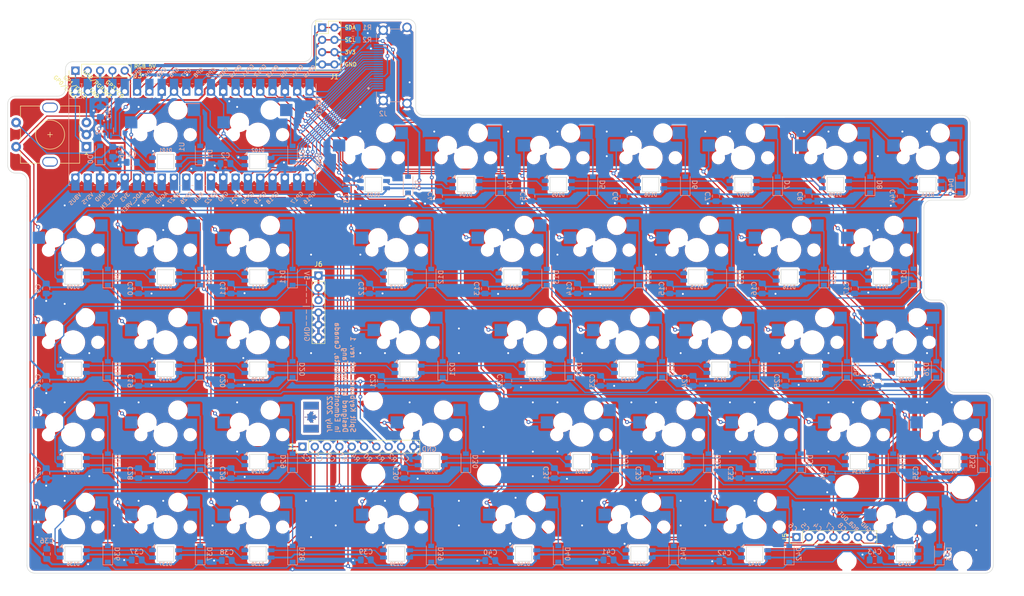
<source format=kicad_pcb>
(kicad_pcb (version 20211014) (generator pcbnew)
  (layers (0 "F.Cu" signal) (31 "B.Cu" signal) (34 "B.Paste" user) (35 "F.Paste" user) (36 "B.SilkS" user "B.Silkscreen") (37 "F.SilkS" user "F.Silkscreen") (38 "B.Mask" user) (39 "F.Mask" user) (44 "Edge.Cuts" user))
  (net 0 "")
  (net 1 "+5V")
  (net 2 "GND")
  (net 3 "/ROW0")
  (net 4 "/ROW1")
  (net 5 "/ROW2")
  (net 6 "/ROW3")
  (net 7 "/ROW4")
  (net 8 "/OLED_SCL")
  (net 9 "/OLED_SDA")
  (net 10 "/COL1")
  (net 11 "/COL2")
  (net 12 "/COL3")
  (net 13 "/COL4")
  (net 14 "/COL5")
  (net 15 "/COL6")
  (net 16 "/COL7")
  (net 17 "/COL8")
  (net 18 "/COL0")
  (net 19 "/ENC_L1")
  (net 20 "/ENC_L2")
  (net 21 "/RGB_3V3")
  (net 22 "/RGB_5V")
  (net 23 "Net-(D0-Pad2)")
  (net 24 "Net-(D1-Pad2)")
  (net 25 "Net-(D2-Pad2)")
  (net 26 "Net-(D3-Pad2)")
  (net 27 "Net-(D4-Pad2)")
  (net 28 "Net-(D5-Pad2)")
  (net 29 "Net-(D6-Pad2)")
  (net 30 "Net-(D7-Pad2)")
  (net 31 "Net-(D8-Pad2)")
  (net 32 "Net-(D9-Pad2)")
  (net 33 "Net-(D10-Pad2)")
  (net 34 "Net-(D11-Pad2)")
  (net 35 "Net-(D12-Pad2)")
  (net 36 "Net-(D13-Pad2)")
  (net 37 "Net-(D14-Pad2)")
  (net 38 "Net-(D15-Pad2)")
  (net 39 "Net-(D16-Pad2)")
  (net 40 "Net-(D17-Pad2)")
  (net 41 "Net-(D18-Pad2)")
  (net 42 "Net-(D19-Pad2)")
  (net 43 "Net-(D20-Pad2)")
  (net 44 "Net-(D21-Pad2)")
  (net 45 "Net-(D22-Pad2)")
  (net 46 "Net-(D23-Pad2)")
  (net 47 "Net-(D24-Pad2)")
  (net 48 "Net-(D25-Pad2)")
  (net 49 "Net-(D26-Pad2)")
  (net 50 "Net-(D27-Pad2)")
  (net 51 "Net-(D28-Pad2)")
  (net 52 "Net-(D29-Pad2)")
  (net 53 "Net-(D30-Pad2)")
  (net 54 "Net-(D31-Pad2)")
  (net 55 "Net-(D32-Pad2)")
  (net 56 "Net-(D33-Pad2)")
  (net 57 "Net-(D34-Pad2)")
  (net 58 "Net-(D35-Pad2)")
  (net 59 "Net-(D36-Pad2)")
  (net 60 "Net-(D37-Pad2)")
  (net 61 "Net-(D38-Pad2)")
  (net 62 "Net-(D39-Pad2)")
  (net 63 "Net-(D40-Pad2)")
  (net 64 "Net-(D41-Pad2)")
  (net 65 "Net-(D42-Pad2)")
  (net 66 "Net-(D43-Pad2)")
  (net 67 "Net-(D44-Pad2)")
  (net 72 "/RGB_TO_RIGHT")
  (net 73 "+3V3")
  (net 74 "/ENC_R1")
  (net 75 "/ENC_R2")
  (net 76 "/ROW9")
  (net 77 "/ROW8")
  (net 78 "/ROW7")
  (net 79 "/ROW6")
  (net 80 "/ROW5")
  (net 81 "Net-(D101-Pad2)")
  (net 82 "Net-(D102-Pad2)")
  (net 83 "Net-(D103-Pad2)")
  (net 84 "Net-(D104-Pad2)")
  (net 85 "Net-(D105-Pad2)")
  (net 86 "Net-(D106-Pad2)")
  (net 87 "Net-(D107-Pad2)")
  (net 88 "Net-(D108-Pad2)")
  (net 89 "Net-(D109-Pad2)")
  (net 90 "Net-(D109-Pad4)")
  (net 91 "Net-(D110-Pad2)")
  (net 92 "Net-(D111-Pad2)")
  (net 93 "Net-(D112-Pad2)")
  (net 94 "Net-(D113-Pad2)")
  (net 95 "Net-(D114-Pad2)")
  (net 96 "Net-(D115-Pad2)")
  (net 97 "Net-(D116-Pad2)")
  (net 98 "Net-(D117-Pad2)")
  (net 99 "Net-(D118-Pad2)")
  (net 100 "Net-(D119-Pad2)")
  (net 101 "Net-(D120-Pad2)")
  (net 102 "Net-(D121-Pad2)")
  (net 103 "Net-(D122-Pad2)")
  (net 104 "Net-(D123-Pad2)")
  (net 105 "Net-(D124-Pad2)")
  (net 106 "Net-(D125-Pad2)")
  (net 107 "Net-(D126-Pad2)")
  (net 108 "Net-(D127-Pad2)")
  (net 109 "Net-(D128-Pad2)")
  (net 110 "Net-(D129-Pad2)")
  (net 111 "Net-(D130-Pad2)")
  (net 112 "Net-(D131-Pad2)")
  (net 113 "Net-(D132-Pad2)")
  (net 114 "Net-(D133-Pad2)")
  (net 115 "Net-(D134-Pad2)")
  (net 116 "Net-(D135-Pad2)")
  (net 117 "Net-(D136-Pad2)")
  (net 118 "Net-(D137-Pad2)")
  (net 119 "Net-(D138-Pad2)")
  (net 120 "Net-(D139-Pad2)")
  (net 121 "Net-(D140-Pad2)")
  (net 122 "Net-(D141-Pad2)")
  (net 123 "Net-(D142-Pad2)")
  (footprint "MX_Only:MXOnly-1U-Hotswap" (layer "F.Cu") (at 132.55625 109.5375)
    (fp_text reference "MX22")
    (fp_text value "MX-NoLED")
  )
  (footprint "MX_Only:MXOnly-1U-Hotswap" (layer "F.Cu") (at 146.84375 90.4875)
    (fp_text reference "MX14")
    (fp_text value "MX-NoLED")
  )
  (footprint "MX_Only:MXOnly-1U-Hotswap" (layer "F.Cu") (at 75.40625 66.675)
    (fp_text reference "MX2")
    (fp_text value "MX-NoLED")
  )
  (footprint "Connector_PinHeader_2.54mm:PinHeader_1x06_P2.54mm_Vertical" (layer "F.Cu") (at 87.884 95.758)
    (fp_text reference "J6")
    (fp_text value "Conn_01x06")
  )
  (footprint "MX_Only:MXOnly-1U-Hotswap" (layer "F.Cu") (at 170.65625 109.5375)
    (fp_text reference "MX24")
    (fp_text value "MX-NoLED")
  )
  (footprint "Keebio-Parts:RotaryEncoder_EC11" (layer "F.Cu") (at 32.54375 66.675 180)
    (fp_text reference "SW1")
    (fp_text value "RotaryEncoder_Switch")
  )
  (footprint "MX_Only:MXOnly-1U-Hotswap" (layer "F.Cu") (at 199.23125 128.5875)
    (fp_text reference "MX34")
    (fp_text value "MX-NoLED")
  )
  (footprint "Connector_PinHeader_2.54mm:PinHeader_1x07_P2.54mm_Vertical" (layer "F.Cu") (at 186.436 149.733 90)
    (fp_text reference "J5")
    (fp_text value "Conn_01x07")
  )
  (footprint "MX_Only:MXOnly-1U-Hotswap" (layer "F.Cu") (at 165.89375 90.4875)
    (fp_text reference "MX15")
    (fp_text value "MX-NoLED")
  )
  (footprint "MX_Only:MXOnly-2U-Hotswap-ReversedStabilizers" (layer "F.Cu") (at 208.75625 147.6375)
    (fp_text reference "MX43")
    (fp_text value "MX-NoLED")
  )
  (footprint "MX_Only:MXOnly-1U-Hotswap" (layer "F.Cu") (at 37.30625 109.5375)
    (fp_text reference "MX18")
    (fp_text value "MX-NoLED")
  )
  (footprint "MX_Only:MXOnly-1U-Hotswap" (layer "F.Cu") (at 175.41875 71.4375)
    (fp_text reference "MX7")
    (fp_text value "MX-NoLED")
  )
  (footprint "Connector_PinHeader_2.54mm:PinHeader_1x05_P2.54mm_Vertical" (layer "F.Cu") (at 37.7825 53.467 90)
    (fp_text reference "J3")
    (fp_text value "Conn_01x05")
  )
  (footprint "MX_Only:MXOnly-1U-Hotswap" (layer "F.Cu") (at 208.75625 109.5375)
    (fp_text reference "MX26")
    (fp_text value "MX-NoLED")
  )
  (footprint "MX_Only:MXOnly-1U-Hotswap" (layer "F.Cu") (at 56.35625 90.4875)
    (fp_text reference "MX10")
    (fp_text value "MX-NoLED")
  )
  (footprint "MX_Only:MXOnly-1U-Hotswap" (layer "F.Cu") (at 75.40625 90.4875)
    (fp_text reference "MX11")
    (fp_text value "MX-NoLED")
  )
  (footprint "MX_Only:MXOnly-1U-Hotswap" (layer "F.Cu") (at 37.30625 128.5875)
    (fp_text reference "MX27")
    (fp_text value "MX-NoLED")
  )
  (footprint "MX_Only:MXOnly-1U-Hotswap" (layer "F.Cu") (at 189.70625 109.5375)
    (fp_text reference "MX25")
    (fp_text value "MX-NoLED")
  )
  (footprint "MX_Only:MXOnly-1.75U-Hotswap" (layer "F.Cu") (at 106.3625 109.5375)
    (fp_text reference "MX21")
    (fp_text value "MX-NoLED")
  )
  (footprint "MX_Only:MXOnly-1U-Hotswap" (layer "F.Cu") (at 56.35625 147.6375)
    (fp_text reference "MX37")
    (fp_text value "MX-NoLED")
  )
  (footprint "MX_Only:MXOnly-1U-Hotswap" (layer "F.Cu") (at 127.79375 90.4875)
    (fp_text reference "MX13")
    (fp_text value "MX-NoLED")
  )
  (footprint "MX_Only:MXOnly-1U-Hotswap" (layer "F.Cu") (at 218.28125 128.5875)
    (fp_text reference "MX35")
    (fp_text value "MX-NoLED")
  )
  (footprint "MX_Only:MXOnly-1U-Hotswap" (layer "F.Cu") (at 56.35625 128.5875)
    (fp_text reference "MX28")
    (fp_text value "MX-NoLED")
  )
  (footprint "MX_Only:MXOnly-1U-Hotswap" (layer "F.Cu") (at 99.21875 71.4375)
    (fp_text reference "MX3")
    (fp_text value "MX-NoLED")
  )
  (footprint "Connector_PinHeader_2.54mm:PinHeader_1x10_P2.54mm_Vertical" (layer "F.Cu") (at 84.587 131.064 90)
    (fp_text reference "J4")
    (fp_text value "Conn_01x10")
  )
  (footprint "MX_Only:MXOnly-1U-Hotswap" (layer "F.Cu") (at 37.30625 90.4875)
    (fp_text reference "MX9")
    (fp_text value "MX-NoLED")
  )
  (footprint "MX_Only:MXOnly-1U-Hotswap" (layer "F.Cu") (at 56.35625 66.675)
    (fp_text reference "MX1")
    (fp_text value "MX-NoLED")
  )
  (footprint "MX_Only:MXOnly-1U-Hotswap" (layer "F.Cu") (at 161.13125 128.5875)
    (fp_text reference "MX32")
    (fp_text value "MX-NoLED")
  )
  (footprint "MX_Only:MXOnly-1.25U-Hotswap" (layer "F.Cu") (at 130.175 147.6375)
    (fp_text reference "MX40")
    (fp_text value "MX-NoLED")
  )
  (footprint "MX_Only:MXOnly-1U-Hotswap" (layer "F.Cu") (at 137.31875 71.4375)
    (fp_text reference "MX5")
    (fp_text value "MX-NoLED")
  )
  (footprint "MX_Only:MXOnly-1.5U-Hotswap" (layer "F.Cu") (at 103.98125 147.6375)
    (fp_text reference "MX39")
    (fp_text value "MX-NoLED")
  )
  (footprint "MX_Only:MXOnly-1U-Hotswap" (layer "F.Cu") (at 184.94375 90.4875)
    (fp_text reference "MX16")
    (fp_text value "MX-NoLED")
  )
  (footprint "MX_Only:MXOnly-1U-Hotswap" (layer "F.Cu") (at 75.40625 147.6375)
    (fp_text reference "MX38")
    (fp_text value "MX-NoLED")
  )
  (footprint "MX_Only:MXOnly-1U-Hotswap" (layer "F.Cu") (at 142.08125 128.5875)
    (fp_text reference "MX31")
    (fp_text value "MX-NoLED")
  )
  (footprint "MX_Only:MXOnly-1U-Hotswap" (layer "F.Cu") (at 194.46875 71.4375)
    (fp_text reference "MX8")
    (fp_text value "MX-NoLED")
  )
  (footprint "MX_Only:MXOnly-1.25U-Hotswap" (layer "F.Cu") (at 153.9875 147.6375)
    (fp_text reference "MX41")
    (fp_text value "MX-NoLED")
  )
  (footprint "MX_Only:MXOnly-1U-Hotswap" (layer "F.Cu") (at 75.40625 109.5375)
    (fp_text reference "MX20")
    (fp_text value "MX-NoLED")
  )
  (footprint "MX_Only:MXOnly-1U-Hotswap" (layer "F.Cu") (at 203.99375 90.4875)
    (fp_text reference "MX17")
    (fp_text value "MX-NoLED")
  )
  (footprint "MX_Only:MXOnly-1U-Hotswap" (layer "F.Cu") (at 118.26875 71.4375)
    (fp_text reference "MX4")
    (fp_text value "MX-NoLED")
  )
  (footprint "MX_Only:MXOnly-1.25U-Hotswap" (layer "F.Cu") (at 177.8 147.6375)
    (fp_text reference "MX42")
    (fp_text value "MX-NoLED")
  )
  (footprint "Connector_PinHeader_2.54mm:PinHeader_2x04_P2.54mm_Vertical" (layer "F.Cu") (at 88.646 44.577)
    (fp_text reference "J1")
    (fp_text value "Conn_02x04")
  )
  (footprint "MX_Only:MXOnly-1U-Hotswap" (layer "F.Cu") (at 151.60625 109.5375)
    (fp_text reference "MX23")
    (fp_text value "MX-NoLED")
  )
  (footprint "MX_Only:MXOnly-1U-Hotswap" (layer "F.Cu") (at 180.18125 128.5875)
    (fp_text reference "MX33")
    (fp_text value "MX-NoLED")
  )
  (footprint "MX_Only:MXOnly-1U-Hotswap" (layer "F.Cu") (at 37.30625 147.6375)
    (fp_text reference "MX36")
    (fp_text value "MX-NoLED")
  )
  (footprint "MX_Only:MXOnly-1.5U-Hotswap" (layer "F.Cu") (at 103.98125 90.4875)
    (fp_text reference "MX12")
    (fp_text value "MX-NoLED")
  )
  (footprint "MX_Only:MXOnly-2.25U-Hotswap" (layer "F.Cu") (at 111.125 128.5875)
    (fp_text reference "MX30")
    (fp_text value "MX-NoLED")
  )
  (footprint "MX_Only:MXOnly-1U-Hotswap" (layer "F.Cu") (at 75.40625 128.5875)
    (fp_text reference "MX29")
    (fp_text value "MX-NoLED")
  )
  (footprint "MX_Only:MXOnly-1U-Hotswap" (layer "F.Cu") (at 56.35625 109.5375)
    (fp_text reference "MX19")
    (fp_text value "MX-NoLED")
  )
  (footprint "MX_Only:MXOnly-1U-Hotswap" (layer "F.Cu") (at 156.36875 71.4375)
    (fp_text reference "MX6")
    (fp_text value "MX-NoLED")
  )
  (footprint "MX_Only:MXOnly-1U-Hotswap" (layer "F.Cu") (at 213.51875 71.4375)
    (fp_text reference "MX44")
    (fp_text value "MX-NoLED")
  )
  (footprint "Resistor_SMD:R_0805_2012Metric_Pad1.20x1.40mm_HandSolder" (layer "B.Cu") (at 94.996 44.577 180)
    (fp_text reference "R1")
    (fp_text value "4.7k")
  )
  (footprint "Capacitor_SMD:C_0805_2012Metric_Pad1.18x1.45mm_HandSolder" (layer "B.Cu") (at 93.6625 76.99375 90)
    (fp_text reference "C3")
    (fp_text value "C_Small")
  )
  (footprint "Diode_SMD:D_SOD-123" (layer "B.Cu") (at 215.265 115.09375 90)
    (fp_text reference "D26")
    (fp_text value "D_Small")
  )
  (footprint "Diode_SMD:D_SOD-123" (layer "B.Cu") (at 111.125 96.04375 90)
    (fp_text reference "D12")
    (fp_text value "D_Small")
  )
  (footprint "Diode_SMD:D_SOD-123" (layer "B.Cu") (at 82.55 153.19375 90)
    (fp_text reference "D38")
    (fp_text value "D_Small")
  )
  (footprint "Diode_SMD:D_SOD-123" (layer "B.Cu") (at 111.125 153.19375 90)
    (fp_text reference "D39")
    (fp_text value "D_Small")
  )
  (footprint "Diode_SMD:D_SOD-123" (layer "B.Cu") (at 44.45 153.19375 90)
    (fp_text reference "D36")
    (fp_text value "D_Small")
  )
  (footprint "Capacitor_SMD:C_0805_2012Metric_Pad1.18x1.45mm_HandSolder" (layer "B.Cu") (at 203.2 117.475 -90)
    (fp_text reference "C26")
    (fp_text value "C_Small")
  )
  (footprint "Keebio-Parts:SK6812-MINI-E" (layer "B.Cu") (at 56.35625 96.04375 180)
    (fp_text reference "D110")
    (fp_text value "SK6812MINI" hide)
    (fp_line (start 1.7 -1.5) (end -1.7 -1.5) (layer "Edge.Cuts") (width 0.12))
    (fp_line (start -1.7 -1.5) (end -1.7 1.5) (layer "Edge.Cuts") (width 0.12))
    (fp_line (start 1.7 1.5) (end 1.7 -1.5) (layer "Edge.Cuts") (width 0.12))
    (fp_line (start -1.7 1.5) (end 1.7 1.5) (layer "Edge.Cuts") (width 0.12))
  )
  (footprint "Capacitor_SMD:C_0805_2012Metric_Pad1.18x1.45mm_HandSolder" (layer "B.Cu") (at 45.466 70.231 -90)
    (fp_text reference "C46")
    (fp_text value "0.1uF")
  )
  (footprint "Capacitor_SMD:C_0805_2012Metric_Pad1.18x1.45mm_HandSolder" (layer "B.Cu") (at 188.9125 79.375 -90)
    (fp_text reference "C8")
    (fp_text value "C_Small")
  )
  (footprint "Keebio-Parts:SK6812-MINI-E" (layer "B.Cu") (at 75.40625 153.19375 180)
    (fp_text reference "D138")
    (fp_text value "SK6812MINI" hide)
    (fp_line (start -1.7 1.5) (end 1.7 1.5) (layer "Edge.Cuts") (width 0.12))
    (fp_line (start 1.7 1.5) (end 1.7 -1.5) (layer "Edge.Cuts") (width 0.12))
    (fp_line (start -1.7 -1.5) (end -1.7 1.5) (layer "Edge.Cuts") (width 0.12))
    (fp_line (start 1.7 -1.5) (end -1.7 -1.5) (layer "Edge.Cuts") (width 0.12))
  )
  (footprint "Keebio-Parts:SK6812-MINI-E" (layer "B.Cu") (at 56.35625 72.23125 180)
    (fp_text reference "D101")
    (fp_text value "SK6812MINI" hide)
    (fp_line (start -1.7 -1.5) (end -1.7 1.5) (layer "Edge.Cuts") (width 0.12))
    (fp_line (start -1.7 1.5) (end 1.7 1.5) (layer "Edge.Cuts") (width 0.12))
    (fp_line (start 1.7 1.5) (end 1.7 -1.5) (layer "Edge.Cuts") (width 0.12))
    (fp_line (start 1.7 -1.5) (end -1.7 -1.5) (layer "Edge.Cuts") (width 0.12))
  )
  (footprint "Diode_SMD:D_SOD-123" (layer "B.Cu") (at 137.31875 153.19375 90)
    (fp_text reference "D40")
    (fp_text value "D_Small")
  )
  (footprint "Diode_SMD:D_SOD-123" (layer "B.Cu") (at 139.7 115.09375 90)
    (fp_text reference "D22")
    (fp_text value "D_Small")
  )
  (footprint "Diode_SMD:D_SOD-123" (layer "B.Cu") (at 82.55 134.14375 90)
    (fp_text reference "D29")
    (fp_text value "D_Small")
  )
  (footprint "Capacitor_SMD:C_0805_2012Metric_Pad1.18x1.45mm_HandSolder" (layer "B.Cu") (at 193.675 136.525 -90)
    (fp_text reference "C34")
    (fp_text value "C_Small")
  )
  (footprint "Keebio-Parts:SK6812-MINI-E" (layer "B.Cu") (at 111.125 134.14375 180)
    (fp_text reference "D130")
    (fp_text value "SK6812MINI" hide)
    (fp_line (start -1.7 -1.5) (end -1.7 1.5) (layer "Edge.Cuts") (width 0.12))
    (fp_line (start -1.7 1.5) (end 1.7 1.5) (layer "Edge.Cuts") (width 0.12))
    (fp_line (start 1.7 -1.5) (end -1.7 -1.5) (layer "Edge.Cuts") (width 0.12))
    (fp_line (start 1.7 1.5) (end 1.7 -1.5) (layer "Edge.Cuts") (width 0.12))
  )
  (footprint "Capacitor_SMD:C_0805_2012Metric_Pad1.18x1.45mm_HandSolder" (layer "B.Cu") (at 31.75 136.525 -90)
    (fp_text reference "C27")
    (fp_text value "C_Small")
  )
  (footprint "Keebio-Parts:SK6812-MINI-E" (layer "B.Cu") (at 203.99375 96.04375 180)
    (fp_text reference "D117")
    (fp_text value "SK6812MINI" hide)
    (fp_line (start 1.7 1.5) (end 1.7 -1.5) (layer "Edge.Cuts") (width 0.12))
    (fp_line (start -1.7 1.5) (end 1.7 1.5) (layer "Edge.Cuts") (width 0.12))
    (fp_line (start 1.7 -1.5) (end -1.7 -1.5) (layer "Edge.Cuts") (width 0.12))
    (fp_line (start -1.7 -1.5) (end -1.7 1.5) (layer "Edge.Cuts") (width 0.12))
  )
  (footprint "Keebio-Parts:SK6812-MINI-E" (layer "B.Cu") (at 213.51875 76.99375 180)
    (fp_text reference "D144")
    (fp_text value "SK6812MINI" hide)
    (fp_line (start -1.7 1.5) (end 1.7 1.5) (layer "Edge.Cuts") (width 0.12))
    (fp_line (start 1.7 -1.5) (end -1.7 -1.5) (layer "Edge.Cuts") (width 0.12))
    (fp_line (start -1.7 -1.5) (end -1.7 1.5) (layer "Edge.Cuts") (width 0.12))
    (fp_line (start 1.7 1.5) (end 1.7 -1.5) (layer "Edge.Cuts") (width 0.12))
  )
  (footprint "Capacitor_SMD:C_0805_2012Metric_Pad1.18x1.45mm_HandSolder" (layer "B.Cu") (at 155.575 136.525 -90)
    (fp_text reference "C32")
    (fp_text value "C_Small")
  )
  (footprint "Keebio-Parts:SK6812-MINI-E" (layer "B.Cu") (at 156.36875 76.99375 180)
    (fp_text reference "D106")
    (fp_text value "SK6812MINI" hide)
    (fp_line (start -1.7 -1.5) (end -1.7 1.5) (layer "Edge.Cuts") (width 0.12))
    (fp_line (start -1.7 1.5) (end 1.7 1.5) (layer "Edge.Cuts") (width 0.12))
    (fp_line (start 1.7 1.5) (end 1.7 -1.5) (layer "Edge.Cuts") (width 0.12))
    (fp_line (start 1.7 -1.5) (end -1.7 -1.5) (layer "Edge.Cuts") (width 0.12))
  )
  (footprint "Capacitor_SMD:C_0805_2012Metric_Pad1.18x1.45mm_HandSolder" (layer "B.Cu") (at 123.317 154.559 180)
    (fp_text reference "C40")
    (fp_text value "C_Small")
  )
  (footprint "Diode_SMD:D_SOD-123" (layer "B.Cu") (at 196.85 115.09375 90)
    (fp_text reference "D25")
    (fp_text value "D_Small")
  )
  (footprint "Keebio-Parts:SK6812-MINI-E" (layer "B.Cu") (at 56.35625 153.19375 180)
    (fp_text reference "D137")
    (fp_text value "SK6812MINI" hide)
    (fp_line (start 1.7 1.5) (end 1.7 -1.5) (layer "Edge.Cuts") (width 0.12))
    (fp_line (start 1.7 -1.5) (end -1.7 -1.5) (layer "Edge.Cuts") (width 0.12))
    (fp_line (start -1.7 1.5) (end 1.7 1.5) (layer "Edge.Cuts") (width 0.12))
    (fp_line (start -1.7 -1.5) (end -1.7 1.5) (layer "Edge.Cuts") (width 0.12))
  )
  (footprint "Capacitor_SMD:C_0805_2012Metric_Pad1.18x1.45mm_HandSolder" (layer "B.Cu") (at 97.663 154.432 180)
    (fp_text reference "C39")
    (fp_text value "C_Small")
  )
  (footprint "Diode_SMD:D_SOD-123" (layer "B.Cu") (at 201.6125 76.99375 90)
    (fp_text reference "D8")
    (fp_text value "D_Small")
  )
  (footprint "Diode_SMD:D_SOD-123" (layer "B.Cu") (at 63.5 134.14375 90)
    (fp_text reference "D28")
    (fp_text value "D_Small")
  )
  (footprint "Keebio-Parts:SK6812-MINI-E" (layer "B.Cu") (at 56.35625 134.14375 180)
    (fp_text reference "D128")
    (fp_text value "SK6812MINI" hide)
    (fp_line (start -1.7 1.5) (end 1.7 1.5) (layer "Edge.Cuts") (width 0.12))
    (fp_line (start -1.7 -1.5) (end -1.7 1.5) (layer "Edge.Cuts") (width 0.12))
    (fp_line (start 1.7 -1.5) (end -1.7 -1.5) (layer "Edge.Cuts") (width 0.12))
    (fp_line (start 1.7 1.5) (end 1.7 -1.5) (layer "Edge.Cuts") (width 0.12))
  )
  (footprint "Keebio-Parts:SK6812-MINI-E" (layer "B.Cu") (at 37.30625 153.19375 180)
    (fp_text reference "D136")
    (fp_text value "SK6812MINI" hide)
    (fp_line (start -1.7 -1.5) (end -1.7 1.5) (layer "Edge.Cuts") (width 0.12))
    (fp_line (start -1.7 1.5) (end 1.7 1.5) (layer "Edge.Cuts") (width 0.12))
    (fp_line (start 1.7 1.5) (end 1.7 -1.5) (layer "Edge.Cuts") (width 0.12))
    (fp_line (start 1.7 -1.5) (end -1.7 -1.5) (layer "Edge.Cuts") (width 0.12))
  )
  (footprint "Resistor_SMD:R_0805_2012Metric_Pad1.20x1.40mm_HandSolder" (layer "B.Cu") (at 94.996 47.117 180)
    (fp_text reference "R2")
    (fp_text value "4.7k")
  )
  (footprint "Keebio-Parts:SK6812-MINI-E" (layer "B.Cu") (at 37.30625 96.04375 180)
    (fp_text reference "D109")
    (fp_text value "SK6812MINI" hide)
    (fp_line (start -1.7 1.5) (end 1.7 1.5) (layer "Edge.Cuts") (width 0.12))
    (fp_line (start -1.7 -1.5) (end -1.7 1.5) (layer "Edge.Cuts") (width 0.12))
    (fp_line (start 1.7 -1.5) (end -1.7 -1.5) (layer "Edge.Cuts") (width 0.12))
    (fp_line (start 1.7 1.5) (end 1.7 -1.5) (layer "Edge.Cuts") (width 0.12))
  )
  (footprint "Keebio-Parts:SK6812-MINI-E" (layer "B.Cu") (at 37.30625 134.14375 180)
    (fp_text reference "D127")
    (fp_text value "SK6812MINI" hide)
    (fp_line (start -1.7 -1.5) (end -1.7 1.5) (layer "Edge.Cuts") (width 0.12))
    (fp_line (start -1.7 1.5) (end 1.7 1.5) (layer "Edge.Cuts") (width 0.12))
    (fp_line (start 1.7 1.5) (end 1.7 -1.5) (layer "Edge.Cuts") (width 0.12))
    (fp_line (start 1.7 -1.5) (end -1.7 -1.5) (layer "Edge.Cuts") (width 0.12))
  )
  (footprint "Keebio-Parts:SK6812-MINI-E" (layer "B.Cu") (at 56.35625 115.09375 180)
    (fp_text reference "D119")
    (fp_text value "SK6812MINI" hide)
    (fp_line (start -1.7 -1.5) (end -1.7 1.5) (layer "Edge.Cuts") (width 0.12))
    (fp_line (start -1.7 1.5) (end 1.7 1.5) (layer "Edge.Cuts") (width 0.12))
    (fp_line (start 1.7 1.5) (end 1.7 -1.5) (layer "Edge.Cuts") (width 0.12))
    (fp_line (start 1.7 -1.5) (end -1.7 -1.5) (layer "Edge.Cuts") (width 0.12))
  )
  (footprint "Diode_SMD:D_SOD-123" (layer "B.Cu") (at 144.4625 76.99375 90)
    (fp_text reference "D5")
    (fp_text value "D_Small")
  )
  (footprint "Capacitor_SMD:C_0805_2012Metric_Pad1.18x1.45mm_HandSolder" (layer "B.Cu") (at 105.56875 136.525 -90)
    (fp_text reference "C30")
    (fp_text value "C_Small")
  )
  (footprint "Diode_SMD:D_SOD-123" (layer "B.Cu") (at 168.275 134.14375 90)
    (fp_text reference "D32")
    (fp_text value "D_Small")
  )
  (footprint "Capacitor_SMD:C_0805_2012Metric_Pad1.18x1.45mm_HandSolder" (layer "B.Cu") (at 198.4375 98.425 -90)
    (fp_text reference "C17")
    (fp_text value "C_Small")
  )
  (footprint "Keebio-Parts:SK6812-MINI-E" (layer "B.Cu") (at 118.26875 76.99375 180)
    (fp_text reference "D104")
    (fp_text value "SK6812MINI" hide)
    (fp_line (start 1.7 -1.5) (end -1.7 -1.5) (layer "Edge.Cuts") (width 0.12))
    (fp_line (start -1.7 1.5) (end 1.7 1.5) (layer "Edge.Cuts") (width 0.12))
    (fp_line (start 1.7 1.5) (end 1.7 -1.5) (layer "Edge.Cuts") (width 0.12))
    (fp_line (start -1.7 -1.5) (end -1.7 1.5) (layer "Edge.Cuts") (width 0.12))
  )
  (footprint "Capacitor_SMD:C_0805_2012Metric_Pad1.18x1.45mm_HandSolder" (layer "B.Cu") (at 50.8 117.475 -90)
    (fp_text reference "C19")
    (fp_text value "C_Small")
  )
  (footprint "Diode_SMD:D_SOD-123" (layer "B.Cu") (at 125.4125 76.99375 90)
    (fp_text reference "D4")
    (fp_text value "D_Small")
  )
  (footprint "Diode_SMD:D_SOD-123" (layer "B.Cu") (at 224.79 134.14375 90)
    (fp_text reference "D35")
    (fp_text value "D_Small")
  )
  (footprint "Diode_SMD:D_SOD-123" (layer "B.Cu") (at 220.218 77.089 90)
    (fp_text reference "D44")
    (fp_text value "D_Small")
  )
  (footprint "Capacitor_SMD:C_0805_2012Metric_Pad1.18x1.45mm_HandSolder" (layer "B.Cu") (at 68.707 72.644 180)
    (fp_text reference "C2")
    (fp_text value "C_Small")
  )
  (footprint "Diode_SMD:D_SOD-123" (layer "B.Cu") (at 44.45 115.09375 90)
    (fp_text reference "D18")
    (fp_text value "D_Small")
  )
  (footprint "Diode_SMD:D_SOD-123" (layer "B.Cu") (at 82.55 96.04375 90)
    (fp_text reference "D11")
    (fp_text value "D_Small")
  )
  (footprint "Keebio-Parts:SK6812-MINI-E" (layer "B.Cu") (at 146.84375 96.04375 180)
    (fp_text reference "D114")
    (fp_text value "SK6812MINI" hide)
    (fp_line (start -1.7 -1.5) (end -1.7 1.5) (layer "Edge.Cuts") (width 0.12))
    (fp_line (start -1.7 1.5) (end 1.7 1.5) (layer "Edge.Cuts") (width 0.12))
    (fp_line (start 1.7 -1.5) (end -1.7 -1.5) (layer "Edge.Cuts") (width 0.12))
    (fp_line (start 1.7 1.5) (end 1.7 -1.5) (layer "Edge.Cuts") (width 0.12))
  )
  (footprint "Capacitor_SMD:C_0805_2012Metric_Pad1.18x1.45mm_HandSolder" (layer "B.Cu") (at 202.565 154.432 180)
    (fp_text reference "C43")
    (fp_text value "C_Small")
  )
  (footprint "Diode_SMD:D_SOD-123" (layer "B.Cu") (at 161.13125 153.19375 90)
    (fp_text reference "D41")
    (fp_text value "D_Small")
  )
  (footprint "Capacitor_SMD:C_0805_2012Metric_Pad1.18x1.45mm_HandSolder" (layer "B.Cu") (at 171.577 154.686 180)
    (fp_text reference "C42")
    (fp_text value "C_Small")
  )
  (footprint "Diode_SMD:D_SOD-123" (layer "B.Cu") (at 149.225 134.14375 90)
    (fp_text reference "D31")
    (fp_text value "D_Small")
  )
  (footprint "Keebio-Parts:SK6812-MINI-E" (layer "B.Cu") (at 161.13125 134.14375 180)
    (fp_text reference "D132")
    (fp_text value "SK6812MINI" hide)
    (fp_line (start -1.7 1.5) (end 1.7 1.5) (layer "Edge.Cuts") (width 0.12))
    (fp_line (start 1.7 1.5) (end 1.7 -1.5) (layer "Edge.Cuts") (width 0.12))
    (fp_line (start -1.7 -1.5) (end -1.7 1.5) (layer "Edge.Cuts") (width 0.12))
    (fp_line (start 1.7 -1.5) (end -1.7 -1.5) (layer "Edge.Cuts") (width 0.12))
  )
  (footprint "MCU_RaspberryPi_and_Boards:RPi_Pico_SMD_TH" (layer "B.Cu") (at 61.9125 66.675 -90)
    (fp_text reference "U1")
    (fp_text value "Pico")
  )
  (footprint "Keebio-Parts:SK6812-MINI-E" (layer "B.Cu") (at 194.46875 76.99375 180)
    (fp_text reference "D108")
    (fp_text value "SK6812MINI" hide)
    (fp_line (start -1.7 -1.5) (end -1.7 1.5) (layer "Edge.Cuts") (width 0.12))
    (fp_line (start 1.7 -1.5) (end -1.7 -1.5) (layer "Edge.Cuts") (width 0.12))
    (fp_line (start -1.7 1.5) (end 1.7 1.5) (layer "Edge.Cuts") (width 0.12))
    (fp_line (start 1.7 1.5) (end 1.7 -1.5) (layer "Edge.Cuts") (width 0.12))
  )
  (footprint "Diode_SMD:D_SOD-123" (layer "B.Cu") (at 63.5 153.19375 90)
    (fp_text reference "D37")
    (fp_text value "D_Small")
  )
  (footprint "Keebio-Parts:SK6812-MINI-E" (layer "B.Cu") (at 106.3625 115.09375 180)
    (fp_text reference "D121")
    (fp_text value "SK6812MINI" hide)
    (fp_line (start 1.7 1.5) (end 1.7 -1.5) (layer "Edge.Cuts") (width 0.12))
    (fp_line (start -1.7 -1.5) (end -1.7 1.5) (layer "Edge.Cuts") (width 0.12))
    (fp_line (start -1.7 1.5) (end 1.7 1.5) (layer "Edge.Cuts") (width 0.12))
    (fp_line (start 1.7 -1.5) (end -1.7 -1.5) (layer "Edge.Cuts") (width 0.12))
  )
  (footprint "Keebio-Parts:SK6812-MINI-E" (layer "B.Cu") (at 103.98125 96.04375 180)
    (fp_text reference "D112")
    (fp_text value "SK6812MINI" hide)
    (fp_line (start -1.7 -1.5) (end -1.7 1.5) (layer "Edge.Cuts") (width 0.12))
    (fp_line (start -1.7 1.5) (end 1.7 1.5) (layer "Edge.Cuts") (width 0.12))
    (fp_line (start 1.7 1.5) (end 1.7 -1.5) (layer "Edge.Cuts") (width 0.12))
    (fp_line (start 1.7 -1.5) (end -1.7 -1.5) (layer "Edge.Cuts") (width 0.12))
  )
  (footprint "Diode_SMD:D_SOD-123" (layer "B.Cu") (at 184.94375 153.19375 90)
    (fp_text reference "D42")
    (fp_text value "D_Small")
  )
  (footprint "Capacitor_SMD:C_0805_2012Metric_Pad1.18x1.45mm_HandSolder" (layer "B.Cu") (at 49.403 72.39 180)
    (fp_text reference "C1")
    (fp_text value "C_Small")
  )
  (footprint "Capacitor_SMD:C_0805_2012Metric_Pad1.18x1.45mm_HandSolder" (layer "B.Cu") (at 31.877 153.19375 90)
    (fp_text reference "C36")
    (fp_text value "C_Small")
  )
  (footprint "Diode_SMD:D_SOD-123" (layer "B.Cu") (at 187.325 134.14375 90)
    (fp_text reference "D33")
    (fp_text value "D_Small")
  )
  (footprint "Keebio-Parts:SK6812-MINI-E" (layer "B.Cu") (at 137.31875 76.99375 180)
    (fp_text reference "D105")
    (fp_text value "SK6812MINI" hide)
    (fp_line (start 1.7 -1.5) (end -1.7 -1.5) (layer "Edge.Cuts") (width 0.12))
    (fp_line (start -1.7 1.5) (end 1.7 1.5) (layer "Edge.Cuts") (width 0.12))
    (fp_line (start -1.7 -1.5) (end -1.7 1.5) (layer "Edge.Cuts") (width 0.12))
    (fp_line (start 1.7 1.5) (end 1.7 -1.5) (layer "Edge.Cuts") (width 0.12))
  )
  (footprint "Keebio-Parts:SK6812-MINI-E" (layer "B.Cu") (at 189.70625 115.09375 180)
    (fp_text reference "D125")
    (fp_text value "SK6812MINI" hide)
    (fp_line (start 1.7 -1.5) (end -1.7 -1.5) (layer "Edge.Cuts") (width 0.12))
    (fp_line (start 1.7 1.5) (end 1.7 -1.5) (layer "Edge.Cuts") (width 0.12))
    (fp_line (start -1.7 -1.5) (end -1.7 1.5) (layer "Edge.Cuts") (width 0.12))
    (fp_line (start -1.7 1.5) (end 1.7 1.5) (layer "Edge.Cuts") (width 0.12))
  )
  (footprint "Capacitor_SMD:C_0805_2012Metric_Pad1.18x1.45mm_HandSolder" (layer "B.Cu") (at 136.525 136.525 -90)
    (fp_text reference "C31")
    (fp_text value "C_Small")
  )
  (footprint "Diode_SMD:D_SOD-123" (layer "B.Cu") (at 153.9875 96.04375 90)
    (fp_text reference "D14")
    (fp_text value "D_Small")
  )
  (footprint "Diode_SMD:D_SOD-123" (layer "B.Cu") (at 182.5625 76.99375 90)
    (fp_text reference "D7")
    (fp_text value "D_Small")
  )
  (footprint "10029449-001RLF:AMPHENOL_10029449-001RLF" (layer "B.Cu") (at 101.24075 52.3875 -90)
    (fp_text reference "J2")
    (fp_text value "10029449-001RLF")
  )
  (footprint "Keebio-Parts:SK6812-MINI-E" (layer "B.Cu") (at 103.98125 153.19375 180)
    (fp_text reference "D139")
    (fp_text value "SK6812MINI" hide)
    (fp_line (start 1.7 -1.5) (end -1.7 -1.5) (layer "Edge.Cuts") (width 0.12))
    (fp_line (start -1.7 1.5) (end 1.7 1.5) (layer "Edge.Cuts") (width 0.12))
    (fp_line (start 1.7 1.5) (end 1.7 -1.5) (layer "Edge.Cuts") (width 0.12))
    (fp_line (start -1.7 -1.5) (end -1.7 1.5) (layer "Edge.Cuts") (width 0.12))
  )
  (footprint "Capacitor_SMD:C_0805_2012Metric_Pad1.18x1.45mm_HandSolder" (layer "B.Cu") (at 98.425 98.425 -90)
    (fp_text reference "C12")
    (fp_text value "C_Small")
  )
  (footprint "Capacitor_SMD:C_0805_2012Metric_Pad1.18x1.45mm_HandSolder" (layer "B.Cu") (at 69.85 117.475 -90)
    (fp_text reference "C20")
    (fp_text value "C_Small")
  )
  (footprint "Keebio-Parts:SK6812-MINI-E" (layer "B.Cu") (at 127.79375 96.04375 180)
    (fp_text reference "D113")
    (fp_text value "SK6812MINI" hide)
    (fp_line (start 1.7 1.5) (end 1.7 -1.5) (layer "Edge.Cuts") (width 0.12))
    (fp_line (start 1.7 -1.5) (end -1.7 -1.5) (layer "Edge.Cuts") (width 0.12))
    (fp_line (start -1.7 1.5) (end 1.7 1.5) (layer "Edge.Cuts") (width 0.12))
    (fp_line (start -1.7 -1.5) (end -1.7 1.5) (layer "Edge.Cuts") (width 0.12))
  )
  (footprint "Capacitor_SMD:C_0805_2012Metric_Pad1.18x1.45mm_HandSolder" (layer "B.Cu") (at 100.80625 117.475 -90)
    (fp_text reference "C21")
    (fp_text value "C_Small")
  )
  (footprint "Capacitor_SMD:C_0805_2012Metric_Pad1.18x1.45mm_HandSolder" (layer "B.Cu") (at 150.8125 79.375 -90)
    (fp_text reference "C6")
    (fp_text value "C_Small")
  )
  (footprint "Diode_SMD:D_SOD-123" (layer "B.Cu") (at 42.8625 70.64375 90)
    (fp_text reference "D0")
    (fp_text value "D_Small")
  )
  (footprint "Diode_SMD:D_SOD-123" (layer "B.Cu") (at 118.26875 134.14375 90)
    (fp_text reference "D30")
    (fp_text value "D_Small")
  )
  (footprint "Capacitor_SMD:C_0805_2012Metric_Pad1.18x1.45mm_HandSolder" (layer "B.Cu") (at 69.85 98.425 -90)
    (fp_text reference "C11")
    (fp_text value "C_Small")
  )
  (footprint "Keebio-Parts:SK6812-MINI-E" (layer "B.Cu") (at 142.08125 134.14375 180)
    (fp_text reference "D131")
    (fp_text value "SK6812MINI" hide)
    (fp_line (start 1.7 -1.5) (end -1.7 -1.5) (layer "Edge.Cuts") (width 0.12))
    (fp_line (start 1.7 1.5) (end 1.7 -1.5) (layer "Edge.Cuts") (width 0.12))
    (fp_line (start -1.7 -1.5) (end -1.7 1.5) (layer "Edge.Cuts") (width 0.12))
    (fp_line (start -1.7 1.5) (end 1.7 1.5) (layer "Edge.Cuts") (width 0.12))
  )
  (footprint "Keebio-Parts:SK6812-MINI-E" (layer "B.Cu") (at 218.28125 134.14375 180)
    (fp_text reference "D135")
    (fp_text value "SK6812MINI" hide)
    (fp_line (start 1.7 -1.5) (end -1.7 -1.5) (layer "Edge.Cuts") (width 0.12))
    (fp_line (start 1.7 1.5) (end 1.7 -1.5) (layer "Edge.Cuts") (width 0.12))
    (fp_line (start -1.7 1.5) (end 1.7 1.5) (layer "Edge.Cuts") (width 0.12))
    (fp_line (start -1.7 -1.5) (end -1.7 1.5) (layer "Edge.Cuts") (width 0.12))
  )
  (footprint "Capacitor_SMD:C_0805_2012Metric_Pad1.18x1.45mm_HandSolder" (layer "B.Cu") (at 127 117.475 -90)
    (fp_text reference "C22")
    (fp_text value "C_Small")
  )
  (footprint "Keebio-Parts:SK6812-MINI-E" (layer "B.Cu") (at 75.40625 115.09375 180)
    (fp_text reference "D120")
    (fp_text value "SK6812MINI" hide)
    (fp_line (start -1.7 -1.5) (end -1.7 1.5) (layer "Edge.Cuts") (width 0.12))
    (fp_line (start -1.7 1.5) (end 1.7 1.5) (layer "Edge.Cuts") (width 0.12))
    (fp_line (start 1.7 -1.5) (end -1.7 -1.5) (layer "Edge.Cuts") (width 0.12))
    (fp_line (start 1.7 1.5) (end 1.7 -1.5) (layer "Edge.Cuts") (width 0.12))
  )
  (footprint "Keebio-Parts:SK6812-MINI-E" (layer "B.Cu") (at 208.75625 153.19375 180)
    (fp_text reference "D143")
    (fp_text value "SK6812MINI" hide)
    (fp_line (start 1.7 -1.5) (end -1.7 -1.5) (layer "Edge.Cuts") (width 0.12))
    (fp_line (start 1.7 1.5) (end 1.7 -1.5) (layer "Edge.Cuts") (width 0.12))
    (fp_line (start -1.7 1.5) (end 1.7 1.5) (layer "Edge.Cuts") (width 0.12))
    (fp_line (start -1.7 -1.5) (end -1.7 1.5) (layer "Edge.Cuts") (width 0.12))
  )
  (footprint "Capacitor_SMD:C_0805_2012Metric_Pad1.18x1.45mm_HandSolder" (layer "B.Cu") (at 179.3875 98.425 -90)
    (fp_text reference "C16")
    (fp_text value "C_Small")
  )
  (footprint "Diode_SMD:D_SOD-123" (layer "B.Cu") (at 63.5 70.64375 90)
    (fp_text reference "D1")
    (fp_text value "D_Small")
  )
  (footprint "Capacitor_SMD:C_0805_2012Metric_Pad1.18x1.45mm_HandSolder" (layer "B.Cu") (at 50.419 154.432 180)
    (fp_text reference "C37")
    (fp_text value "C_Small")
  )
  (footprint "Capacitor_SMD:C_0805_2012Metric_Pad1.18x1.45mm_HandSolder" (layer "B.Cu") (at 31.75 98.425 -90)
    (fp_text reference "C9")
    (fp_text value "C_Small")
  )
  (footprint "Diode_SMD:D_SOD-123" (layer "B.Cu") (at 210.566 96.012 90)
    (fp_text reference "D17")
    (fp_text value "D_Small")
  )
  (footprint "Diode_SMD:D_SOD-123" (layer "B.Cu") (at 163.5125 76.99375 90)
    (fp_text reference "D6")
    (fp_text value "D_Small")
  )
  (footprint "Diode_SMD:D_SOD-123" (layer "B.Cu") (at 113.50625 115.09375 90)
    (fp_text reference "D21")
    (fp_text value "D_Small")
  )
  (footprint "Capacitor_SMD:C_0805_2012Metric_Pad1.18x1.45mm_HandSolder" (layer "B.Cu") (at 165.1 117.475 -90)
    (fp_text reference "C24")
    (fp_text value "C_Small")
  )
  (footprint "Keebio-Parts:SK6812-MINI-E" (layer "B.Cu") (at 153.9875 153.19375 180)
    (fp_text reference "D141")
    (fp_text value "SK6812MINI" hide)
    (fp_line (start -1.7 -1.5) (end -1.7 1.5) (layer "Edge.Cuts") (width 0.12))
    (fp_line (start 1.7 1.5) (end 1.7 -1.5) (layer "Edge.Cuts") (width 0.12))
    (fp_line (start -1.7 1.5) (end 1.7 1.5) (layer "Edge.Cuts") (width 0.12))
    (fp_line (start 1.7 -1.5) (end -1.7 -1.5) (layer "Edge.Cuts") (width 0.12))
  )
  (footprint "Capacitor_SMD:C_0805_2012Metric_Pad1.18x1.45mm_HandSolder" (layer "B.Cu") (at 212.725 136.525 -90)
    (fp_text reference "C35")
    (fp_text value "C_Small")
  )
  (footprint "Diode_SMD:D_SOD-123" (layer "B.Cu") (at 158.75 115.09375 90)
    (fp_text reference "D23")
    (fp_text value "D_Small")
  )
  (footprint "Keebio-Parts:SK6812-MINI-E" (layer "B.Cu") (at 208.75625 115.09375 180)
    (fp_text reference "D126")
    (fp_text value "SK6812MINI" hide)
    (fp_line (start 1.7 -1.5) (end -1.7 -1.5) (layer "Edge.Cuts") (width 0.12))
    (fp_line (start -1.7 -1.5) (end -1.7 1.5) (layer "Edge.Cuts") (width 0.12))
    (fp_line (start 1.7 1.5) (end 1.7 -1.5) (layer "Edge.Cuts") (width 0.12))
    (fp_line (start -1.7 1.5) (end 1.7 1.5) (layer "Edge.Cuts") (width 0.12))
  )
  (footprint "Diode_SMD:D_SOD-123" (layer "B.Cu") (at 82.55 115.09375 90)
    (fp_text reference "D20")
    (fp_text value "D_Small")
  )
  (footprint "Diode_SMD:D_SOD-123" (layer "B.Cu") (at 192.0875 96.04375 90)
    (fp_text reference "D16")
    (fp_text value "D_Small")
  )
  (footprint "Capacitor_SMD:C_0805_2012Metric_Pad1.18x1.45mm_HandSolder" (layer "B.Cu") (at 112.7125 79.375 -90)
    (fp_text reference "C4")
    (fp_text value "C_Small")
  )
  (footprint "Diode_SMD:D_SOD-123" (layer "B.Cu") (at 44.45 96.04375 90)
    (fp_text reference "D9")
    (fp_text value "D_Small")
  )
  (footprint "Capacitor_SMD:C_0805_2012Metric_Pad1.18x1.45mm_HandSolder" (layer "B.Cu") (at 31.75 117.475 -90)
    (fp_text reference "C18")
    (fp_text value "C_Small")
  )
  (footprint "Keebio-Parts:SK6812-MINI-E" (layer "B.Cu") (at 199.23125 134.14375 180)
    (fp_text reference "D134")
    (fp_text value "SK6812MINI" hide)
    (fp_line (start 1.7 -1.5) (end -1.7 -1.5) (layer "Edge.Cuts") (width 0.12))
    (fp_line (start -1.7 -1.5) (end -1.7 1.5) (layer "Edge.Cuts") (width 0.12))
    (fp_line (start 1.7 1.5) (end 1.7 -1.5) (layer "Edge.Cuts") (width 0.12))
    (fp_line (start -1.7 1.5) (end 1.7 1.5) (layer "Edge.Cuts") (width 0.12))
  )
  (footprint "Diode_SMD:D_SOD-123" (layer "B.Cu") (at 82.55 70.64375 90)
    (fp_text reference "D2")
    (fp_text value "D_Small")
  )
  (footprint "Diode_SMD:D_SOD-123" (layer "B.Cu") (at 134.9375 96.04375 90)
    (fp_text reference "D13")
    (fp_text value "D_Small")
  )
  (footprint "Capacitor_SMD:C_0805_2012Metric_Pad1.18x1.45mm_HandSolder" (layer "B.Cu") (at 147.701 154.432 180)
    (fp_text reference "C41")
    (fp_text value "C_Small")
  )
  (footprint "Keebio-Parts:SK6812-MINI-E" (layer "B.Cu") (at 184.94375 96.04375 180)
    (fp_text reference "D116")
    (fp_text value "SK6812MINI" hide)
    (fp_line (start 1.7 1.5) (end 1.7 -1.5) (layer "Edge.Cuts") (width 0.12))
    (fp_line (start -1.7 -1.5) (end -1.7 1.5) (layer "Edge.Cuts") (width 0.12))
    (fp_line (start 1.7 -1.5) (end -1.7 -1.5) (layer "Edge.Cuts") (width 0.12))
    (fp_line (start -1.7 1.5) (end 1.7 1.5) (layer "Edge.Cuts") (width 0.12))
  )
  (footprint "Keebio-Parts:SK6812-MINI-E" (layer "B.Cu") (at 130.175 153.19375 180)
    (fp_text reference "D140")
    (fp_text value "SK6812MINI" hide)
    (fp_line (start 1.7 1.5) (end 1.7 -1.5) (layer "Edge.Cuts") (width 0.12))
    (fp_line (start 1.7 -1.5) (end -1.7 -1.5) (layer "Edge.Cuts") (width 0.12))
    (fp_line (start -1.7 -1.5) (end -1.7 1.5) (layer "Edge.Cuts") (width 0.12))
    (fp_line (start -1.7 1.5) (end 1.7 1.5) (layer "Edge.Cuts") (width 0.12))
  )
  (footprint "Capacitor_SMD:C_0805_2012Metric_Pad1.18x1.45mm_HandSolder" (layer "B.Cu") (at 141.2875 98.425 -90)
    (fp_text reference "C14")
    (fp_text value "C_Small")
  )
  (footprint "Capacitor_SMD:C_0805_2012Metric_Pad1.18x1.45mm_HandSolder" (layer "B.Cu") (at 131.7625 79.375 -90)
    (fp_text reference "C5")
    (fp_text value "C_Small")
  )
  (footprint "Diode_SMD:D_SOD-123" (layer "B.Cu") (at 177.8 115.09375 90)
    (fp_text reference "D24")
    (fp_text value "D_Small")
  )
  (footprint "Keebio-Parts:SK6812-MINI-E" (layer "B.Cu") (at 170.65625 115.09375 180)
    (fp_text reference "D124")
    (fp_text value "SK6812MINI" hide)
    (fp_line (start 1.7 1.5) (end 1.7 -1.5) (layer "Edge.Cuts") (width 0.12))
    (fp_line (start 1.7 -1.5) (end -1.7 -1.5) (layer "Edge.Cuts") (width 0.12))
    (fp_line (start -1.7 1.5) (end 1.7 1.5) (layer "Edge.Cuts") (width 0.12))
    (fp_line (start -1.7 -1.5) (end -1.7 1.5) (layer "Edge.Cuts") (width 0.12))
  )
  (footprint "Capacitor_SMD:C_0805_2012Metric_Pad1.18x1.45mm_HandSolder" (layer "B.Cu") (at 174.625 136.525 -90)
    (fp_text reference "C33")
    (fp_text value "C_Small")
  )
  (footprint "Keebio-Parts:SK6812-MINI-E" (layer "B.Cu") (at 75.40625 72.23125 180)
    (fp_text reference "D102")
    (fp_text value "SK6812MINI" hide)
    (fp_line (start 1.7 1.5) (end 1.7 -1.5) (layer "Edge.Cuts") (width 0.12))
    (fp_line (start 1.7 -1.5) (end -1.7 -1.5) (layer "Edge.Cuts") (width 0.12))
    (fp_line (start -1.7 -1.5) (end -1.7 1.5) (layer "Edge.Cuts") (width 0.12))
    (fp_line (start -1.7 1.5) (end 1.7 1.5) (layer "Edge.Cuts") (width 0.12))
  )
  (footprint "Capacitor_SMD:C_0805_2012Metric_Pad1.18x1.45mm_HandSolder" (layer "B.Cu") (at 160.3375 98.425 -90)
    (fp_text reference "C15")
    (fp_text value "C_Small")
  )
  (footprint "Keebio-Parts:SK6812-MINI-E" (layer "B.Cu") (at 151.60625 115.09375 180)
    (fp_text reference "D123")
    (fp_text value "SK6812MINI" hide)
    (fp_line (start 1.7 1.5) (end 1.7 -1.5) (layer "Edge.Cuts") (width 0.12))
    (fp_line (start -1.7 -1.5) (end -1.7 1.5) (layer "Edge.Cuts") (width 0.12))
    (fp_line (start -1.7 1.5) (end 1.7 1.5) (layer "Edge.Cuts") (width 0.12))
    (fp_line (start 1.7 -1.5) (end -1.7 -1.5) (layer "Edge.Cuts") (width 0.12))
  )
  (footprint "Diode_SMD:D_SOD-123" (layer "B.Cu") (at 106.3625 76.99375 90)
    (fp_text reference "D3")
    (fp_text value "D_Small")
  )
  (footprint "Capacitor_SMD:C_0805_2012Metric_Pad1.18x1.45mm_HandSolder" (layer "B.Cu") (at 122.2375 98.425 -90)
    (fp_text reference "C13")
    (fp_text value "C_Small")
  )
  (footprint "Capacitor_SMD:C_0805_2012Metric_Pad1.18x1.45mm_HandSolder" (layer "B.Cu") (at 146.05 117.475 -90)
    (fp_text reference "C23")
    (fp_text value "C_Small")
  )
  (footprint "Keebio-Parts:SK6812-MINI-E" (layer "B.Cu") (at 99.21875 76.99375 180)
    (fp_text reference "D103")
    (fp_text value "SK6812MINI" hide)
    (fp_line (start -1.7 1.5) (end 1.7 1.5) (layer "Edge.Cuts") (width 0.12))
    (fp_line (start 1.7 -1.5) (end -1.7 -1.5) (layer "Edge.Cuts") (width 0.12))
    (fp_line (start -1.7 -1.5) (end -1.7 1.5) (layer "Edge.Cuts") (width 0.12))
    (fp_line (start 1.7 1.5) (end 1.7 -1.5) (layer "Edge.Cuts") (width 0.12))
  )
  (footprint "Diode_SMD:D_SOD-123" (layer "B.Cu") (at 63.5 115.09375 90)
    (fp_text reference "D19")
    (fp_text value "D_Small")
  )
  (footprint "Keebio-Parts:SK6812-MINI-E" (layer "B.Cu") (at 177.8 153.19375 180)
    (fp_text reference "D142")
    (fp_text value "SK6812MINI" hide)
    (fp_line (start -1.7 -1.5) (end -1.7 1.5) (layer "Edge.Cuts") (width 0.12))
    (fp_line (start 1.7 -1.5) (end -1.7 -1.5) (layer "Edge.Cuts") (width 0.12))
    (fp_line (start -1.7 1.5) (end 1.7 1.5) (layer "Edge.Cuts") (width 0.12))
    (fp_line (start 1.7 1.5) (end 1.7 -1.5) (layer "Edge.Cuts") (width 0.12))
  )
  (footprint "Keebio-Parts:SK6812-MINI-E" (layer "B.Cu") (at 75.40625 96.04375 180)
    (fp_text reference "D111")
    (fp_text value "SK6812MINI" hide)
    (fp_line (start -1.7 1.5) (end 1.7 1.5) (layer "Edge.Cuts") (width 0.12))
    (fp_line (start -1.7 -1.5) (end -1.7 1.5) (layer "Edge.Cuts") (width 0.12))
    (fp_line (start 1.7 1.5) (end 1.7 -1.5) (layer "Edge.Cuts") (width 0.12))
    (fp_line (start 1.7 -1.5) (end -1.7 -1.5) (layer "Edge.Cuts") (width 0.12))
  )
  (footprint "Diode_SMD:D_SOD-123" (layer "B.Cu") (at 206.375 134.14375 90)
    (fp_text reference "D34")
    (fp_text value "D_Small")
  )
  (footprint "Capacitor_SMD:C_0805_2012Metric_Pad1.18x1.45mm_HandSolder" (layer "B.Cu") (at 184.15 117.475 -90)
    (fp_text reference "C25")
    (fp_text value "C_Small")
  )
  (footprint "Keebio-Parts:SK6812-MINI-E" (layer "B.Cu") (at 37.30625 115.09375 180)
    (fp_text reference "D118")
    (fp_text value "SK6812MINI" hide)
    (fp_line (start 1.7 1.5) (end 1.7 -1.5) (layer "Edge.Cuts") (width 0.12))
    (fp_line (start 1.7 -1.5) (end -1.7 -1.5) (layer "Edge.Cuts") (width 0.12))
    (fp_line (start -1.7 1.5) (end 1.7 1.5) (layer "Edge.Cuts") (width 0.12))
    (fp_line (start -1.7 -1.5) (end -1.7 1.5) (layer "Edge.Cuts") (width 0.12))
  )
  (footprint "TXB0101DBVR:SOT65P210X110-6N" (layer "B.Cu") (at 44.45 65.88125 -90)
    (fp_text reference "U2")
    (fp_text value "TXB0101DBVR")
  )
  (footprint "Capacitor_SMD:C_0805_2012Metric_Pad1.18x1.45mm_HandSolder" (layer "B.Cu") (at 69.85 136.525 -90)
    (fp_text reference "C29")
    (fp_text value "C_Small")
  )
  (footprint "Keebio-Parts:SK6812-MINI-E" (layer "B.Cu") (at 180.18125 134.14375 180)
    (fp_text reference "D133")
    (fp_text value "SK6812MINI" hide)
    (fp_line (start 1.7 -1.5) (end -1.7 -1.5) (layer "Edge.Cuts") (width 0.12))
    (fp_line (start 1.7 1.5) (end 1.7 -1.5) (layer "Edge.Cuts") (width 0.12))
    (fp_line (start -1.7 1.5) (end 1.7 1.5) (layer "Edge.Cuts") (width 0.12))
    (fp_line (start -1.7 -1.5) (end -1.7 1.5) (layer "Edge.Cuts") (width 0.12))
  )
  (footprint "Diode_SMD:D_SOD-123" (layer "B.Cu") (at 215.9 153.19375 90)
    (fp_text reference "D43")
    (fp_text value "D_Small")
  )
  (footprint "Diode_SMD:D_SOD-123" (layer "B.Cu") (at 44.45 134.14375 90)
    (fp_text reference "D27")
    (fp_text value "D_Small")
  )
  (footprint "Keebio-Parts:SK6812-MINI-E" (layer "B.Cu") (at 175.41875 76.99375 180)
    (fp_text reference "D107")
    (fp_text value "SK6812MINI" hide)
    (fp_line (start 1.7 1.5) (end 1.7 -1.5) (layer "Edge.Cuts") (width 0.12))
    (fp_line (start -1.7 1.5) (end 1.7 1.5) (layer "Edge.Cuts") (width 0.12))
    (fp_line (start 1.7 -1.5) (end -1.7 -1.5) (layer "Edge.Cuts") (width 0.12))
    (fp_line (start -1.7 -1.5) (end -1.7 1.5) (layer "Edge.Cuts") (width 0.12))
  )
  (footprint "Keebio-Parts:SK6812-MINI-E" (layer "B.Cu") (at 165.89375 96.04375 180)
    (fp_text reference "D115")
    (fp_text value "SK6812MINI" hide)
    (fp_line (start -1.7 1.5) (end 1.7 1.5) (layer "Edge.Cuts") (width 0.12))
    (fp_line (start 1.7 -1.5) (end -1.7 -1.5) (layer "Edge.Cuts") (width 0.12))
    (fp_line (start 1.7 1.5) (end 1.7 -1.5) (layer "Edge.Cuts") (width 0.12))
    (fp_line (start -1.7 -1.5) (end -1.7 1.5) (layer "Edge.Cuts") (width 0.12))
  )
  (footprint "Capacitor_SMD:C_0805_2012Metric_Pad1.18x1.45mm_HandSolder" (layer "B.Cu") (at 169.8625 79.375 -90)
    (fp_text reference "C7")
    (fp_text value "C_Small")
  )
  (footprint "Keebio-Parts:SK6812-MINI-E" (layer "B.Cu") (at 132.55625 115.09375 180)
    (fp_text reference "D122")
    (fp_text value "SK6812MINI" hide)
    (fp_line (start 1.7 -1.5) (end -1.7 -1.5) (layer "Edge.Cuts") (width 0.12))
    (fp_line (start 1.7 1.5) (end 1.7 -1.5) (layer "Edge.Cuts") (width 0.12))
    (fp_line (start -1.7 1.5) (end 1.7 1.5) (layer "Edge.Cuts") (width 0.12))
    (fp_line (start -1.7 -1.5) (end -1.7 1.5) (layer "Edge.Cuts") (width 0.12))
  )
  (footprint "Keebio-Parts:SK6812-MINI-E" (layer "B.Cu") (at 75.40625 134.14375 180)
    (fp_text reference "D129")
    (fp_text value "SK6812MINI" hide)
    (fp_line (start 1.7 1.5) (end 1.7 -1.5) (layer "Edge.Cuts") (width 0.12))
    (fp_line (start 1.7 -1.5) (end -1.7 -1.5) (layer "Edge.Cuts") (width 0.12))
    (fp_line (start -1.7 1.5) (end 1.7 1.5) (layer "Edge.Cuts") (width 0.12))
    (fp_line (start -1.7 -1.5) (end -1.7 1.5) (layer "Edge.Cuts") (width 0.12))
  )
  (footprint "Capacitor_SMD:C_0805_2012Metric_Pad1.18x1.45mm_HandSolder" (layer "B.Cu") (at 68.9864 154.5336 180)
    (fp_text reference "C38")
    (fp_text value "C_Small")
  )
  (footprint "Diode_SMD:D_SOD-123" (layer "B.Cu") (at 63.5 96.04375 90)
    (fp_text reference "D10")
    (fp_text value "D_Small")
  )
  (footprint "Capacitor_SMD:C_0805_2012Metric_Pad1.18x1.45mm_HandSolder" (layer "B.Cu") (at 42.926 61.976 90)
    (fp_text reference "C45")
    (fp_text value "0.1uF")
  )
  (footprint "Diode_SMD:D_SOD-123" (layer "B.Cu") (at 173.0375 96.04375 90)
    (fp_text reference "D15")
    (fp_text value "D_Small")
  )
  (footprint "Capacitor_SMD:C_0805_2012Metric_Pad1.18x1.45mm_HandSolder" (layer "B.Cu") (at 50.8 136.525 -90)
    (fp_text reference "C28")
    (fp_text value "C_Small")
  )
  (footprint "Capacitor_SMD:C_0805_2012Metric_Pad1.18x1.45mm_HandSolder" (layer "B.Cu") (at 50.8 98.425 -90)
    (fp_text reference "C10")
    (fp_text value "C_Small")
  )
  (footprint "Capacitor_SMD:C_0805_2012Metric_Pad1.18x1.45mm_HandSolder" (layer "B.Cu") (at 207.9625 79.375 -90)
    (fp_text reference "C44")
    (fp_text value "C_Small")
  )
  (gr_poly (pts (xy 84.774484 128.144984) (xy 84.774484 126.557485) (xy 87.949484 126.557485) (xy 87.949484 128.144984)) (layer "F.Cu") (width 0.006) (fill solid))
  (gr_poly (pts (xy 84.774484 123.382485) (xy 84.774484 121.794985) (xy 87.949484 121.794985) (xy 87.949484 123.382485)) (layer "F.Cu") (width 0.006) (fill solid))
  (gr_poly (pts (xy 87.25363 125.189589) (xy 87.251667 125.190635) (xy 87.249769 125.191776) (xy 87.24794 125.193008) (xy 87.246182 125.194328) (xy 87.244497 125.195732) (xy 87.24289 125.197218) (xy 87.241362 125.198781) (xy 87.239916 125.200419) (xy 87.238556 125.202128) (xy 87.237283 125.203906) (xy 87.236101 125.205748) (xy 87.235012 125.207651) (xy 87.234019 125.209612) (xy 87.233125 125.211628) (xy 87.232333 125.213696) (xy 87.231645 125.215812) (xy 87.231068 125.21796) (xy 87.230604 125.220125) (xy 87.230254 125.222303) (xy 87.230016 125.224488) (xy 87.229891 125.226677) (xy 87.229877 125.228866) (xy 87.229974 125.23105) (xy 87.230183 125.233225) (xy 87.230501 125.235386) (xy 87.230929 125.23753) (xy 87.231466 125.239652) (xy 87.232112 125.241747) (xy 87.232866 125.243813) (xy 87.233727 125.245843) (xy 87.234696 125.247834) (xy 87.23577 125.249782) (xy 87.360786 125.466078) (xy 86.664932 125.331141) (xy 86.663174 125.33084) (xy 86.661416 125.330613) (xy 86.659662 125.33046) (xy 86.657912 125.330378) (xy 86.65617 125.330368) (xy 86.654436 125.330429) (xy 86.652712 125.330559) (xy 86.651001 125.330758) (xy 86.649304 125.331024) (xy 86.647624 125.331357) (xy 86.645961 125.331756) (xy 86.644319 125.33222) (xy 86.642698 125.332748) (xy 86.641101 125.333339) (xy 86.63953 125.333992) (xy 86.637986 125.334707) (xy 86.636471 125.335481) (xy 86.634988 125.336316) (xy 86.633538 125.337208) (xy 86.632123 125.338159) (xy 86.630745 125.339166) (xy 86.629406 125.340229) (xy 86.628107 125.341346) (xy 86.626851 125.342518) (xy 86.62564 125.343742) (xy 86.624475 125.345019) (xy 86.623358 125.346347) (xy 86.622291 125.347725) (xy 86.621276 125.349152) (xy 86.620315 125.350628) (xy 86.61941 125.352151) (xy 86.618563 125.353721) (xy 86.617781 125.355325) (xy 86.61707 125.356948) (xy 86.616431 125.358589) (xy 86.615862 125.360245) (xy 86.615363 125.361915) (xy 86.614935 125.363596) (xy 86.614576 125.365287) (xy 86.614287 125.366985) (xy 86.614067 125.368689) (xy 86.613915 125.370395) (xy 86.613832 125.372103) (xy 86.613816 125.37381) (xy 86.613987 125.377212) (xy 86.614426 125.380586) (xy 86.61513 125.383914) (xy 86.616095 125.387181) (xy 86.616675 125.388787) (xy 86.61732 125.39037) (xy 86.618028 125.39193) (xy 86.6188 125.393464) (xy 86.619636 125.394971) (xy 86.620534 125.396447) (xy 86.621496 125.397892) (xy 86.622519 125.399302) (xy 86.623605 125.400677) (xy 86.624752 125.402013) (xy 86.62596 125.403309) (xy 86.627229 125.404563) (xy 86.927531 125.68436) (xy 86.764151 125.753813) (xy 86.762413 125.754604) (xy 86.760725 125.755464) (xy 86.759087 125.756391) (xy 86.757502 125.757382) (xy 86.754493 125.759548) (xy 86.751706 125.761945) (xy 86.74915 125.764553) (xy 86.746836 125.767356) (xy 86.744772 125.770334) (xy 86.742968 125.773471) (xy 86.741433 125.776749) (xy 86.740177 125.780148) (xy 86.739209 125.783651) (xy 86.738538 125.787241) (xy 86.738174 125.790898) (xy 86.738126 125.794606) (xy 86.738223 125.796473) (xy 86.738403 125.798346) (xy 86.738667 125.800222) (xy 86.739015 125.802099) (xy 86.815083 126.16061) (xy 86.436729 126.037578) (xy 86.434793 126.036994) (xy 86.432849 126.036504) (xy 86.430901 126.036108) (xy 86.42895 126.035804) (xy 86.426999 126.035592) (xy 86.425052 126.03547) (xy 86.42311 126.035436) (xy 86.421177 126.035491) (xy 86.419255 126.035632) (xy 86.417347 126.035858) (xy 86.415457 126.036169) (xy 86.413585 126.036563) (xy 86.411736 126.037038) (xy 86.409912 126.037595) (xy 86.408116 126.038231) (xy 86.40635 126.038945) (xy 86.404617 126.039736) (xy 86.402921 126.040604) (xy 86.401263 126.041546) (xy 86.399646 126.042562) (xy 86.398074 126.04365) (xy 86.396548 126.04481) (xy 86.395072 126.04604) (xy 86.393649 126.047338) (xy 86.39228 126.048705) (xy 86.39097 126.050138) (xy 86.38972 126.051636) (xy 86.388533 126.053199) (xy 86.387412 126.054824) (xy 86.38636 126.056512) (xy 86.38538 126.05826) (xy 86.384474 126.060068) (xy 86.318989 126.200297) (xy 85.814958 125.577865) (xy 85.812693 125.575291) (xy 85.81026 125.572931) (xy 85.807673 125.57079) (xy 85.804946 125.568871) (xy 85.802095 125.567178) (xy 85.799134 125.565715) (xy 85.796077 125.564487) (xy 85.792939 125.563497) (xy 85.789735 125.56275) (xy 85.786479 125.562248) (xy 85.783185 125.561997) (xy 85.77987 125.562) (xy 85.776546 125.562262) (xy 85.773228 125.562786) (xy 85.769932 125.563576) (xy 85.766672 125.564636) (xy 85.555005 125.641365) (xy 85.654885 125.073172) (xy 85.655389 125.069651) (xy 85.655691 125.066127) (xy 85.655795 125.062608) (xy 85.655702 125.059102) (xy 85.655414 125.055618) (xy 85.654934 125.052162) (xy 85.654265 125.048743) (xy 85.653408 125.045369) (xy 85.652365 125.042047) (xy 85.651139 125.038786) (xy 85.649732 125.035593) (xy 85.648147 125.032477) (xy 85.646385 125.029445) (xy 85.644448 125.026505) (xy 85.64234 125.023665) (xy 85.640062 125.020933) (xy 85.637633 125.018334) (xy 85.635076 125.01589) (xy 85.632399 125.013604) (xy 85.629609 125.01148) (xy 85.626713 125.009521) (xy 85.623719 125.007729) (xy 85.620635 125.006108) (xy 85.617468 125.004662) (xy 85.614226 125.003393) (xy 85.610917 125.002305) (xy 85.607547 125.001401) (xy 85.604125 125.000684) (xy 85.600658 125.000157) (xy 85.597153 124.999824) (xy 85.593619 124.999687) (xy 85.590062 124.99975) (xy 85.019224 125.029516) (xy 85.019224 124.910453) (xy 85.590062 124.940219) (xy 85.593619 124.940282) (xy 85.597153 124.940146) (xy 85.600658 124.939813) (xy 85.604125 124.939286) (xy 85.607547 124.938569) (xy 85.610917 124.937665) (xy 85.614226 124.936576) (xy 85.617468 124.935308) (xy 85.620635 124.933861) (xy 85.623719 124.932241) (xy 85.626713 124.930449) (xy 85.629609 124.92849) (xy 85.632399 124.926365) (xy 85.635076 124.92408) (xy 85.637633 124.921636) (xy 85.640062 124.919037) (xy 85.64234 124.916305) (xy 85.644448 124.913465) (xy 85.646385 124.910525) (xy 85.648147 124.907493) (xy 85.649732 124.904376) (xy 85.651139 124.901184) (xy 85.652365 124.897923) (xy 85.653408 124.894601) (xy 85.654265 124.891227) (xy 85.654934 124.887808) (xy 85.655414 124.884352) (xy 85.655702 124.880867) (xy 85.655795 124.877362) (xy 85.655691 124.873843) (xy 85.655389 124.870319) (xy 85.654885 124.866797) (xy 85.555005 124.298605) (xy 85.766672 124.375334) (xy 85.768296 124.375898) (xy 85.769932 124.376394) (xy 85.771577 124.376823) (xy 85.773228 124.377184) (xy 85.774885 124.377479) (xy 85.776546 124.377708) (xy 85.778208 124.377871) (xy 85.77987 124.377969) (xy 85.781529 124.378003) (xy 85.783185 124.377973) (xy 85.784836 124.377879) (xy 85.786479 124.377722) (xy 85.788112 124.377502) (xy 85.789735 124.37722) (xy 85.791344 124.376877) (xy 85.792939 124.376473) (xy 85.794517 124.376008) (xy 85.796077 124.375483) (xy 85.797616 124.374898) (xy 85.799134 124.374254) (xy 85.800627 124.373552) (xy 85.802095 124.372792) (xy 85.803536 124.371974) (xy 85.804946 124.371099) (xy 85.806326 124.370168) (xy 85.807673 124.36918) (xy 85.808985 124.368137) (xy 85.81026 124.367039) (xy 85.811497 124.365886) (xy 85.812693 124.364679) (xy 85.813848 124.363418) (xy 85.814958 124.362105) (xy 86.318989 123.739672) (xy 86.384474 123.879902) (xy 86.38538 123.881709) (xy 86.38636 123.883458) (xy 86.387412 123.885145) (xy 86.388533 123.886771) (xy 86.38972 123.888333) (xy 86.39097 123.889832) (xy 86.39228 123.891265) (xy 86.393649 123.892631) (xy 86.395072 123.89393) (xy 86.396548 123.89516) (xy 86.399646 123.897408) (xy 86.402921 123.899366) (xy 86.40635 123.901025) (xy 86.409912 123.902375) (xy 86.413585 123.903407) (xy 86.417347 123.904111) (xy 86.419255 123.904338) (xy 86.421177 123.904479) (xy 86.42311 123.904533) (xy 86.425052 123.9045) (xy 86.426999 123.904378) (xy 86.42895 123.904165) (xy 86.430901 123.903862) (xy 86.432849 123.903466) (xy 86.434793 123.902976) (xy 86.436729 123.902391) (xy 86.815083 123.77936) (xy 86.739015 124.13787) (xy 86.738667 124.139748) (xy 86.738403 124.141624) (xy 86.738223 124.143497) (xy 86.738126 124.145364) (xy 86.738109 124.147223) (xy 86.738174 124.149071) (xy 86.738317 124.150908) (xy 86.738538 124.152729) (xy 86.738835 124.154533) (xy 86.739209 124.156318) (xy 86.739656 124.158082) (xy 86.740177 124.159822) (xy 86.74077 124.161536) (xy 86.741433 124.163221) (xy 86.742166 124.164876) (xy 86.742968 124.166498) (xy 86.743837 124.168085) (xy 86.744772 124.169635) (xy 86.745772 124.171145) (xy 86.746836 124.172614) (xy 86.747962 124.174038) (xy 86.74915 124.175417) (xy 86.750398 124.176746) (xy 86.751706 124.178025) (xy 86.753071 124.179251) (xy 86.754493 124.180421) (xy 86.75597 124.181534) (xy 86.757502 124.182587) (xy 86.759087 124.183578) (xy 86.760725 124.184505) (xy 86.762413 124.185365) (xy 86.764151 124.186157) (xy 86.927531 124.25561) (xy 86.627229 124.535407) (xy 86.624752 124.537957) (xy 86.622519 124.540667) (xy 86.620534 124.543522) (xy 86.6188 124.546505) (xy 86.61732 124.549599) (xy 86.616095 124.552788) (xy 86.61513 124.556055) (xy 86.614426 124.559384) (xy 86.613987 124.562758) (xy 86.613816 124.56616) (xy 86.613915 124.569574) (xy 86.614287 124.572984) (xy 86.614935 124.576373) (xy 86.615862 124.579724) (xy 86.61707 124.583022) (xy 86.618563 124.586248) (xy 86.620315 124.589341) (xy 86.622291 124.592245) (xy 86.624475 124.59495) (xy 86.626851 124.597452) (xy 86.629406 124.599741) (xy 86.632123 124.601811) (xy 86.634988 124.603654) (xy 86.637986 124.605263) (xy 86.641101 124.606631) (xy 86.644319 124.60775) (xy 86.647624 124.608612) (xy 86.651001 124.609212) (xy 86.654436 124.609541) (xy 86.657912 124.609591) (xy 86.661416 124.609356) (xy 86.664932 124.608829) (xy 87.360786 124.473891) (xy 87.23577 124.690188) (xy 87.234696 124.692136) (xy 87.233727 124.694127) (xy 87.232866 124.696157) (xy 87.232112 124.698222) (xy 87.231466 124.700318) (xy 87.230929 124.70244) (xy 87.230501 124.704583) (xy 87.230183 124.706745) (xy 87.229974 124.70892) (xy 87.229877 124.711103) (xy 87.229891 124.713292) (xy 87.230016 124.715481) (xy 87.230254 124.717667) (xy 87.230604 124.719844) (xy 87.231068 124.722009) (xy 87.231645 124.724158) (xy 87.232333 124.726273) (xy 87.233125 124.728341) (xy 87.234019 124.730357) (xy 87.235012 124.732319) (xy 87.236101 124.734222) (xy 87.237283 124.736064) (xy 87.238556 124.737841) (xy 87.239916 124.739551) (xy 87.241362 124.741189) (xy 87.24289 124.742752) (xy 87.244497 124.744238) (xy 87.246182 124.745642) (xy 87.24794 124.746962) (xy 87.249769 124.748194) (xy 87.251667 124.749334) (xy 87.25363 124.750381) (xy 87.684901 124.969985)) (layer "F.Cu") (width 0.006) (fill solid))
  (gr_poly (pts (xy 84.774484 126.557485) (xy 84.774484 123.382485) (xy 84.839969 123.447969) (xy 84.839969 126.492)) (layer "F.Cu") (width 0.006) (fill solid))
  (gr_poly (pts (xy 87.884 126.492) (xy 87.884 123.447969) (xy 87.949484 123.382485) (xy 87.949484 126.557485)) (layer "F.Cu") (width 0.006) (fill solid))
  (gr_poly (pts (xy 84.774134 123.38049) (xy 84.774134 126.55549) (xy 84.839619 126.490006) (xy 84.839619 123.445975)) (layer "B.Cu") (width 0.006) (fill solid))
  (gr_poly (pts (xy 84.774134 121.792991) (xy 84.774134 123.38049) (xy 87.949134 123.38049) (xy 87.949134 121.792991)) (layer "B.Cu") (width 0.006) (fill solid))
  (gr_poly (pts (xy 87.25328 124.748386) (xy 87.251317 124.74734) (xy 87.249419 124.746199) (xy 87.24759 124.744967) (xy 87.245832 124.743647) (xy 87.244147 124.742243) (xy 87.24254 124.740757) (xy 87.241012 124.739194) (xy 87.239566 124.737556) (xy 87.238206 124.735847) (xy 87.236933 124.734069) (xy 87.235751 124.732227) (xy 87.234662 124.730324) (xy 87.233669 124.728363) (xy 87.232775 124.726347) (xy 87.231983 124.724279) (xy 87.231295 124.722163) (xy 87.230718 124.720015) (xy 87.230254 124.71785) (xy 87.229904 124.715672) (xy 87.229666 124.713487) (xy 87.229541 124.711298) (xy 87.229527 124.709109) (xy 87.229624 124.706925) (xy 87.229833 124.70475) (xy 87.230151 124.702589) (xy 87.230579 124.700445) (xy 87.231116 124.698323) (xy 87.231762 124.696228) (xy 87.232516 124.694162) (xy 87.233377 124.692132) (xy 87.234346 124.690141) (xy 87.23542 124.688193) (xy 87.360436 124.471897) (xy 86.664582 124.606834) (xy 86.662824 124.607135) (xy 86.661066 124.607362) (xy 86.659312 124.607515) (xy 86.657562 124.607597) (xy 86.65582 124.607607) (xy 86.654086 124.607546) (xy 86.652362 124.607416) (xy 86.650651 124.607217) (xy 86.648954 124.606951) (xy 86.647274 124.606618) (xy 86.645611 124.606219) (xy 86.643969 124.605755) (xy 86.642348 124.605227) (xy 86.640751 124.604636) (xy 86.63918 124.603983) (xy 86.637636 124.603268) (xy 86.636121 124.602494) (xy 86.634638 124.601659) (xy 86.633188 124.600767) (xy 86.631773 124.599816) (xy 86.630395 124.598809) (xy 86.629056 124.597746) (xy 86.627757 124.596629) (xy 86.626501 124.595457) (xy 86.62529 124.594233) (xy 86.624125 124.592956) (xy 86.623008 124.591628) (xy 86.621941 124.59025) (xy 86.620926 124.588823) (xy 86.619965 124.587347) (xy 86.61906 124.585824) (xy 86.618213 124.584254) (xy 86.617431 124.58265) (xy 86.61672 124.581027) (xy 86.616081 124.579386) (xy 86.615512 124.57773) (xy 86.615013 124.57606) (xy 86.614585 124.574379) (xy 86.614226 124.572688) (xy 86.613937 124.57099) (xy 86.613717 124.569286) (xy 86.613565 124.56758) (xy 86.613482 124.565872) (xy 86.613466 124.564165) (xy 86.613637 124.560763) (xy 86.614076 124.557389) (xy 86.61478 124.554061) (xy 86.615745 124.550794) (xy 86.616325 124.549188) (xy 86.61697 124.547605) (xy 86.617678 124.546045) (xy 86.61845 124.544511) (xy 86.619286 124.543004) (xy 86.620184 124.541528) (xy 86.621146 124.540083) (xy 86.622169 124.538673) (xy 86.623255 124.537298) (xy 86.624402 124.535962) (xy 86.62561 124.534666) (xy 86.626879 124.533412) (xy 86.927181 124.253615) (xy 86.763801 124.184162) (xy 86.762063 124.183371) (xy 86.760375 124.182511) (xy 86.758737 124.181584) (xy 86.757152 124.180593) (xy 86.754143 124.178427) (xy 86.751356 124.17603) (xy 86.7488 124.173422) (xy 86.746486 124.170619) (xy 86.744422 124.167641) (xy 86.742618 124.164504) (xy 86.741083 124.161226) (xy 86.739827 124.157827) (xy 86.738859 124.154324) (xy 86.738188 124.150734) (xy 86.737824 124.147077) (xy 86.737776 124.143369) (xy 86.737873 124.141502) (xy 86.738053 124.139629) (xy 86.738317 124.137753) (xy 86.738665 124.135876) (xy 86.814733 123.777365) (xy 86.436379 123.900397) (xy 86.434443 123.900981) (xy 86.432499 123.901471) (xy 86.430551 123.901867) (xy 86.4286 123.902171) (xy 86.426649 123.902383) (xy 86.424702 123.902505) (xy 86.42276 123.902539) (xy 86.420827 123.902484) (xy 86.418905 123.902343) (xy 86.416997 123.902117) (xy 86.415107 123.901806) (xy 86.413235 123.901412) (xy 86.411386 123.900937) (xy 86.409562 123.90038) (xy 86.407766 123.899744) (xy 86.406 123.89903) (xy 86.404267 123.898239) (xy 86.402571 123.897371) (xy 86.400913 123.896429) (xy 86.399296 123.895413) (xy 86.397724 123.894325) (xy 86.396198 123.893165) (xy 86.394722 123.891935) (xy 86.393299 123.890637) (xy 86.39193 123.88927) (xy 86.39062 123.887837) (xy 86.38937 123.886339) (xy 86.388183 123.884776) (xy 86.387062 123.883151) (xy 86.38601 123.881463) (xy 86.38503 123.879715) (xy 86.384124 123.877907) (xy 86.318639 123.737678) (xy 85.814608 124.36011) (xy 85.812343 124.362684) (xy 85.80991 124.365044) (xy 85.807323 124.367185) (xy 85.804596 124.369104) (xy 85.801745 124.370797) (xy 85.798784 124.37226) (xy 85.795727 124.373488) (xy 85.792589 124.374478) (xy 85.789385 124.375225) (xy 85.786129 124.375727) (xy 85.782835 124.375978) (xy 85.77952 124.375975) (xy 85.776196 124.375713) (xy 85.772878 124.375189) (xy 85.769582 124.374399) (xy 85.766322 124.373339) (xy 85.554655 124.29661) (xy 85.654535 124.864803) (xy 85.655039 124.868324) (xy 85.655341 124.871848) (xy 85.655445 124.875367) (xy 85.655352 124.878873) (xy 85.655064 124.882357) (xy 85.654584 124.885813) (xy 85.653915 124.889232) (xy 85.653058 124.892606) (xy 85.652015 124.895928) (xy 85.650789 124.899189) (xy 85.649382 124.902382) (xy 85.647797 124.905498) (xy 85.646035 124.90853) (xy 85.644098 124.91147) (xy 85.64199 124.91431) (xy 85.639712 124.917042) (xy 85.637283 124.919641) (xy 85.634726 124.922085) (xy 85.632049 124.924371) (xy 85.629259 124.926495) (xy 85.626363 124.928454) (xy 85.623369 124.930246) (xy 85.620285 124.931867) (xy 85.617118 124.933313) (xy 85.613876 124.934582) (xy 85.610567 124.93567) (xy 85.607197 124.936574) (xy 85.603775 124.937291) (xy 85.600308 124.937818) (xy 85.596803 124.938151) (xy 85.593269 124.938288) (xy 85.589712 124.938225) (xy 85.018874 124.908459) (xy 85.018874 125.027522) (xy 85.589712 124.997756) (xy 85.593269 124.997693) (xy 85.596803 124.997829) (xy 85.600308 124.998162) (xy 85.603775 124.998689) (xy 85.607197 124.999406) (xy 85.610567 125.00031) (xy 85.613876 125.001399) (xy 85.617118 125.002667) (xy 85.620285 125.004114) (xy 85.623369 125.005734) (xy 85.626363 125.007526) (xy 85.629259 125.009485) (xy 85.632049 125.01161) (xy 85.634726 125.013895) (xy 85.637283 125.016339) (xy 85.639712 125.018938) (xy 85.64199 125.02167) (xy 85.644098 125.02451) (xy 85.646035 125.02745) (xy 85.647797 125.030482) (xy 85.649382 125.033599) (xy 85.650789 125.036791) (xy 85.652015 125.040052) (xy 85.653058 125.043374) (xy 85.653915 125.046748) (xy 85.654584 125.050167) (xy 85.655064 125.053623) (xy 85.655352 125.057108) (xy 85.655445 125.060613) (xy 85.655341 125.064132) (xy 85.655039 125.067656) (xy 85.654535 125.071178) (xy 85.554655 125.63937) (xy 85.766322 125.562641) (xy 85.767946 125.562077) (xy 85.769582 125.561581) (xy 85.771227 125.561152) (xy 85.772878 125.560791) (xy 85.774535 125.560496) (xy 85.776196 125.560267) (xy 85.777858 125.560104) (xy 85.77952 125.560006) (xy 85.781179 125.559972) (xy 85.782835 125.560002) (xy 85.784486 125.560096) (xy 85.786129 125.560253) (xy 85.787762 125.560473) (xy 85.789385 125.560755) (xy 85.790994 125.561098) (xy 85.792589 125.561502) (xy 85.794167 125.561967) (xy 85.795727 125.562492) (xy 85.797266 125.563077) (xy 85.798784 125.563721) (xy 85.800277 125.564423) (xy 85.801745 125.565183) (xy 85.803186 125.566001) (xy 85.804596 125.566876) (xy 85.805976 125.567807) (xy 85.807323 125.568795) (xy 85.808635 125.569838) (xy 85.80991 125.570936) (xy 85.811147 125.572089) (xy 85.812343 125.573296) (xy 85.813498 125.574557) (xy 85.814608 125.57587) (xy 86.318639 126.198303) (xy 86.384124 126.058073) (xy 86.38503 126.056266) (xy 86.38601 126.054517) (xy 86.387062 126.05283) (xy 86.388183 126.051204) (xy 86.38937 126.049642) (xy 86.39062 126.048143) (xy 86.39193 126.04671) (xy 86.393299 126.045344) (xy 86.394722 126.044045) (xy 86.396198 126.042815) (xy 86.399296 126.040567) (xy 86.402571 126.038609) (xy 86.406 126.03695) (xy 86.409562 126.0356) (xy 86.413235 126.034568) (xy 86.416997 126.033864) (xy 86.418905 126.033637) (xy 86.420827 126.033496) (xy 86.42276 126.033442) (xy 86.424702 126.033475) (xy 86.426649 126.033597) (xy 86.4286 126.03381) (xy 86.430551 126.034113) (xy 86.432499 126.034509) (xy 86.434443 126.034999) (xy 86.436379 126.035584) (xy 86.814733 126.158615) (xy 86.738665 125.800105) (xy 86.738317 125.798227) (xy 86.738053 125.796351) (xy 86.737873 125.794478) (xy 86.737776 125.792611) (xy 86.737759 125.790752) (xy 86.737824 125.788904) (xy 86.737967 125.787067) (xy 86.738188 125.785246) (xy 86.738485 125.783442) (xy 86.738859 125.781657) (xy 86.739306 125.779893) (xy 86.739827 125.778153) (xy 86.74042 125.776439) (xy 86.741083 125.774754) (xy 86.741816 125.773099) (xy 86.742618 125.771477) (xy 86.743487 125.76989) (xy 86.744422 125.76834) (xy 86.745422 125.76683) (xy 86.746486 125.765361) (xy 86.747612 125.763937) (xy 86.7488 125.762558) (xy 86.750048 125.761229) (xy 86.751356 125.75995) (xy 86.752721 125.758724) (xy 86.754143 125.757554) (xy 86.75562 125.756441) (xy 86.757152 125.755388) (xy 86.758737 125.754397) (xy 86.760375 125.75347) (xy 86.762063 125.75261) (xy 86.763801 125.751818) (xy 86.927181 125.682365) (xy 86.626879 125.402568) (xy 86.624402 125.400018) (xy 86.622169 125.397308) (xy 86.620184 125.394453) (xy 86.61845 125.39147) (xy 86.61697 125.388376) (xy 86.615745 125.385187) (xy 86.61478 125.38192) (xy 86.614076 125.378591) (xy 86.613637 125.375217) (xy 86.613466 125.371815) (xy 86.613565 125.368401) (xy 86.613937 125.364991) (xy 86.614585 125.361602) (xy 86.615512 125.358251) (xy 86.61672 125.354953) (xy 86.618213 125.351727) (xy 86.619965 125.348634) (xy 86.621941 125.34573) (xy 86.624125 125.343025) (xy 86.626501 125.340523) (xy 86.629056 125.338234) (xy 86.631773 125.336164) (xy 86.634638 125.334321) (xy 86.637636 125.332712) (xy 86.640751 125.331344) (xy 86.643969 125.330225) (xy 86.647274 125.329363) (xy 86.650651 125.328763) (xy 86.654086 125.328434) (xy 86.657562 125.328384) (xy 86.661066 125.328619) (xy 86.664582 125.329146) (xy 87.360436 125.464084) (xy 87.23542 125.247787) (xy 87.234346 125.245839) (xy 87.233377 125.243848) (xy 87.232516 125.241818) (xy 87.231762 125.239753) (xy 87.231116 125.237657) (xy 87.230579 125.235535) (xy 87.230151 125.233392) (xy 87.229833 125.23123) (xy 87.229624 125.229055) (xy 87.229527 125.226872) (xy 87.229541 125.224683) (xy 87.229666 125.222494) (xy 87.229904 125.220308) (xy 87.230254 125.218131) (xy 87.230718 125.215966) (xy 87.231295 125.213817) (xy 87.231983 125.211702) (xy 87.232775 125.209634) (xy 87.233669 125.207618) (xy 87.234662 125.205656) (xy 87.235751 125.203753) (xy 87.236933 125.201911) (xy 87.238206 125.200134) (xy 87.239566 125.198424) (xy 87.241012 125.196786) (xy 87.24254 125.195223) (xy 87.244147 125.193737) (xy 87.245832 125.192333) (xy 87.24759 125.191013) (xy 87.249419 125.189781) (xy 87.251317 125.188641) (xy 87.25328 125.187594) (xy 87.684551 124.96799)) (layer "B.Cu") (width 0.006) (fill solid))
  (gr_poly (pts (xy 87.88365 123.445975) (xy 87.88365 126.490006) (xy 87.949134 126.55549) (xy 87.949134 123.38049)) (layer "B.Cu") (width 0.006) (fill solid))
  (gr_poly (pts (xy 84.774134 126.55549) (xy 84.774134 128.14299) (xy 87.949134 128.14299) (xy 87.949134 126.55549)) (layer "B.Cu") (width 0.006) (fill solid))
  (gr_line (start 25.4 58.7375) (end 34.13125 58.7375) (layer "Edge.Cuts") (width 0.1))
  (gr_line (start 37.30625 51.59375) (end 69.05625 51.59375) (layer "Edge.Cuts") (width 0.1))
  (gr_line (start 27.78125 76.2) (end 27.78125 79.375) (layer "Edge.Cuts") (width 0.1))
  (gr_arc (start 106.3625 42.8625) (mid 107.480507 43.331993) (end 107.95 44.45) (layer "Edge.Cuts") (width 0.1))
  (gr_line (start 23.8125 69.05625) (end 23.8125 60.325) (layer "Edge.Cuts") (width 0.1))
  (gr_line (start 222.25 64.29375) (end 222.25 78.58125) (layer "Edge.Cuts") (width 0.1))
  (gr_line (start 88.122485 42.846985) (end 106.3625 42.8625) (layer "Edge.Cuts") (width 0.1))
  (gr_arc (start 86.486999 49.990747) (mid 86.030149 51.115029) (end 84.915003 51.59375) (layer "Edge.Cuts") (width 0.1))
  (gr_line (start 23.8125 69.05625) (end 23.8125 73.025) (layer "Edge.Cuts") (width 0.1))
  (gr_line (start 35.71875 57.15) (end 35.71875 53.18125) (layer "Edge.Cuts") (width 0.1))
  (gr_arc (start 227.0125 155.575) (mid 226.547514 156.6975) (end 225.425 157.1625) (layer "Edge.Cuts") (width 0.1))
  (gr_arc (start 215.9 100.80625) (mid 217.022532 101.271218) (end 217.4875 102.39375) (layer "Edge.Cuts") (width 0.1))
  (gr_arc (start 225.425 119.856251) (mid 226.55262 120.31613) (end 227.0125 121.44375) (layer "Edge.Cuts") (width 0.1))
  (gr_arc (start 35.71875 53.18125) (mid 36.183718 52.058718) (end 37.30625 51.59375) (layer "Edge.Cuts") (width 0.1))
  (gr_line (start 220.6625 80.16875) (end 214.3125 80.16875) (layer "Edge.Cuts") (width 0.1))
  (gr_arc (start 35.71875 57.15) (mid 35.253782 58.272532) (end 34.13125 58.7375) (layer "Edge.Cuts") (width 0.1))
  (gr_arc (start 29.419893 157.1625) (mid 28.263188 156.716997) (end 27.78125 155.575) (layer "Edge.Cuts") (width 0.1))
  (gr_line (start 109.5375 62.706249) (end 220.6625 62.70625) (layer "Edge.Cuts") (width 0.1))
  (gr_arc (start 214.3125 100.80625) (mid 213.189968 100.341282) (end 212.725 99.21875) (layer "Edge.Cuts") (width 0.1))
  (gr_line (start 217.4875 102.39375) (end 217.4875 118.26875) (layer "Edge.Cuts") (width 0.1))
  (gr_arc (start 109.5375 62.706249) (mid 108.412537 62.243713) (end 107.95 61.11875) (layer "Edge.Cuts") (width 0.1))
  (gr_arc (start 219.075 119.85625) (mid 217.952468 119.391282) (end 217.4875 118.26875) (layer "Edge.Cuts") (width 0.1))
  (gr_line (start 69.05625 51.59375) (end 84.915003 51.59375) (layer "Edge.Cuts") (width 0.1))
  (gr_arc (start 212.725 81.75625) (mid 213.189968 80.633718) (end 214.3125 80.16875) (layer "Edge.Cuts") (width 0.1))
  (gr_arc (start 25.4 74.6125) (mid 24.277468 74.147532) (end 23.8125 73.025) (layer "Edge.Cuts") (width 0.1))
  (gr_line (start 107.95 44.45) (end 107.95 61.11875) (layer "Edge.Cuts") (width 0.1))
  (gr_line (start 212.725 81.75625) (end 212.725 99.21875) (layer "Edge.Cuts") (width 0.1))
  (gr_line (start 86.487 49.990747) (end 86.487 44.434497) (layer "Edge.Cuts") (width 0.1))
  (gr_line (start 225.425 157.1625) (end 29.419893 157.1625) (layer "Edge.Cuts") (width 0.1))
  (gr_line (start 27.78125 155.575) (end 27.78125 79.375) (layer "Edge.Cuts") (width 0.1))
  (gr_line (start 25.4 74.6125) (end 26.19375 74.6125) (layer "Edge.Cuts") (width 0.1))
  (gr_arc (start 86.487 44.434497) (mid 86.977932 43.304054) (end 88.122485 42.846985) (layer "Edge.Cuts") (width 0.1))
  (gr_line (start 214.3125 100.80625) (end 215.9 100.80625) (layer "Edge.Cuts") (width 0.1))
  (gr_arc (start 220.6625 62.70625) (mid 221.785032 63.171218) (end 222.25 64.29375) (layer "Edge.Cuts") (width 0.1))
  (gr_arc (start 222.25 78.58125) (mid 221.785032 79.703782) (end 220.6625 80.16875) (layer "Edge.Cuts") (width 0.1))
  (gr_line (start 219.075 119.85625) (end 225.425 119.85625) (layer "Edge.Cuts") (width 0.1))
  (gr_arc (start 26.19375 74.6125) (mid 27.316282 75.077468) (end 27.78125 76.2) (layer "Edge.Cuts") (width 0.1))
  (gr_arc (start 23.8125 60.325) (mid 24.271251 59.196251) (end 25.4 58.7375) (layer "Edge.Cuts") (width 0.1))
  (gr_line (start 227.0125 121.44375) (end 227.0125 155.575) (layer "Edge.Cuts") (width 0.1))
  (gr_text "RGB_OUT" (at 199.136 148.463 -45) (layer "B.SilkS") (effects (font (size 0.8 0.8)) (justify left mirror)))
  (gr_text "C4" (at 191.516 148.463 -45) (layer "B.SilkS") (effects (font (size 1 1)) (justify left mirror)))
  (gr_text "GND" (at 109.093 131.572) (layer "B.SilkS") (effects (font (size 1 1)) (justify right mirror)))
  (gr_text "C1" (at 87.122 132.588 -45) (layer "B.SilkS") (effects (font (size 1 1)) (justify right mirror)))
  (gr_text "C3" (at 104.902 132.588 -45) (layer "B.SilkS") (effects (font (size 1 1)) (justify right mirror)))
  (gr_text "C5" (at 188.976 148.463 -45) (layer "B.SilkS") (effects (font (size 1 1)) (justify left mirror)))
  (gr_text "C6" (at 186.436 148.463 -45) (layer "B.SilkS") (effects (font (size 1 1)) (justify left mirror)))
  (gr_text "R1" (at 99.822 132.588 -45) (layer "B.SilkS") (effects (font (size 1 1)) (justify right mirror)))
  (gr_text "C7" (at 194.056 148.463 -45) (layer "B.SilkS") (effects (font (size 1 1)) (justify left mirror)))
  (gr_text "R4" (at 94.742 132.588 -45) (layer "B.SilkS") (effects (font (size 1 1)) (justify right mirror)))
  (gr_text "C0" (at 89.662 132.588 -45) (layer "B.SilkS") (effects (font (size 1 1)) (justify right mirror)))
  (gr_text "GND---|----5V" (at 85.471 102.108 -90) (layer "B.SilkS") (effects (font (size 1 1)) (justify mirror)))
  (gr_text "R0" (at 97.282 132.588 -45) (layer "B.SilkS") (effects (font (size 1 1)) (justify right mirror)))
  (gr_text "Split Keyboard Left rev. 1\nDesigned by Jiayi Tang\nin Edmonton, Alberta, Canada\nJuly 2022" (at 92.583 128.27 270) (layer "B.SilkS") (effects (font (size 1 1) (thickness 0.2)) (justify left mirror)))
  (gr_text "GND" (at 201.676 148.59 -45) (layer "B.SilkS") (effects (font (size 0.8 0.8)) (justify left mirror)))
  (gr_text "C8" (at 196.596 148.463 -45) (layer "B.SilkS") (effects (font (size 1 1)) (justify left mirror)))
  (gr_text "R3" (at 92.202 132.588 -45) (layer "B.SilkS") (effects (font (size 1 1)) (justify right mirror)))
  (gr_text "C2" (at 84.582 132.588 -45) (layer "B.SilkS") (effects (font (size 1 1)) (justify right mirror)))
  (gr_text "R2" (at 102.362 132.588 -45) (layer "B.SilkS") (effects (font (size 1 1)) (justify right mirror)))
  (gr_text "GND" (at 93.218 52.197) (layer "F.SilkS") (effects (font (size 0.8 0.8)) (justify left)))
  (gr_text "SDA" (at 93.218 44.577) (layer "F.SilkS") (effects (font (size 0.8 0.8)) (justify left)))
  (gr_text "3V3" (at 93.218 49.657) (layer "F.SilkS") (effects (font (size 0.8 0.8)) (justify left)))
  (gr_text "RGB_5V" (at 49.784 52.578) (layer "F.SilkS") (effects (font (size 0.8 0.8)) (justify left)))
  (gr_text "SCL" (at 93.218 47.117) (layer "F.SilkS") (effects (font (size 0.8 0.8)) (justify left)))
  (segment (start 108.6866 77.724) (end 108.66685 77.74375) (width 0.381) (layer "F.Cu") (net 1))
  (segment (start 108.6866 76.0984) (end 108.6866 77.724) (width 0.381) (layer "F.Cu") (net 1))
  (segment (start 87.884 98.298) (end 87.884 100.838) (width 0.381) (layer "F.Cu") (net 1))
  (segment (start 87.884 98.298) (end 87.884 95.758) (width 0.381) (layer "F.Cu") (net 1))
  (via (at 108.66685 77.74375) (size 0.8) (drill 0.4) (layers "F.Cu" "B.Cu") (net 1))
  (via (at 108.6866 76.0984) (size 0.8) (drill 0.4) (layers "F.Cu" "B.Cu") (net 1))
  (segment (start 133.35177 153.31698) (end 147.62348 153.31698) (width 0.381) (layer "B.Cu") (net 1))
  (segment (start 58.90625 135.53075) (end 58.90625 134.89375) (width 0.381) (layer "B.Cu") (net 1))
  (segment (start 163.68125 135.53075) (end 163.68125 134.89375) (width 0.381) (layer "B.Cu") (net 1))
  (segment (start 104.394 61.9506) (end 107.7976 65.3542) (width 0.381) (layer "B.Cu") (net 1))
  (segment (start 82.27625 153.94375) (end 77.95625 153.94375) (width 0.381) (layer "B.Cu") (net 1))
  (segment (start 58.90625 116.60775) (end 58.90625 115.84375) (width 0.381) (layer "B.Cu") (net 1))
  (segment (start 77.95625 154.83475) (end 77.95625 153.94375) (width 0.381) (layer "B.Cu") (net 1))
  (segment (start 113.675 134.89375) (end 114.160171 134.408579) (width 0.381) (layer "B.Cu") (net 1))
  (segment (start 197.84375 96.79375) (end 198.4375 97.3875) (width 0.381) (layer "B.Cu") (net 1))
  (segment (start 58.293 117.221) (end 58.90625 116.60775) (width 0.381) (layer "B.Cu") (net 1))
  (segment (start 193.08125 134.89375) (end 193.675 135.4875) (width 0.381) (layer "B.Cu") (net 1))
  (segment (start 99.2085 98.171) (end 105.791 98.171) (width 0.381) (layer "B.Cu") (net 1))
  (segment (start 123.997124 154.559) (end 124.3545 154.559) (width 0.381) (layer "B.Cu") (net 1))
  (segment (start 136.525 135.4875) (end 137.4355 136.398) (width 0.381) (layer "B.Cu") (net 1))
  (segment (start 79.923761 71.453739) (end 86.312739 71.453739) (width 0.381) (layer "B.Cu") (net 1))
  (segment (start 31.75 97.3875) (end 28.556239 100.581261) (width 0.381) (layer "B.Cu") (net 1))
  (segment (start 210.82 117.221) (end 211.30625 116.73475) (width 0.381) (layer "B.Cu") (net 1))
  (segment (start 201.78125 135.65775) (end 201.78125 134.89375) (width 0.381) (layer "B.Cu") (net 1))
  (segment (start 98.7005 154.432) (end 99.83448 155.56598) (width 0.381) (layer "B.Cu") (net 1))
  (segment (start 159.74375 96.79375) (end 160.3375 97.3875) (width 0.381) (layer "B.Cu") (net 1))
  (segment (start 28.556239 150.910489) (end 31.877 154.23125) (width 0.381) (layer "B.Cu") (net 1))
  (segment (start 69.25625 115.84375) (end 69.85 116.4375) (width 0.381) (layer "B.Cu") (net 1))
  (segment (start 155.702 155.448) (end 156.5375 154.6125) (width 0.381) (layer "B.Cu") (net 1))
  (segment (start 68.90888 153.41858) (end 59.43142 153.41858) (width 0.381) (layer "B.Cu") (net 1))
  (segment (start 70.9383 155.448) (end 77.343 155.448) (width 0.381) (layer "B.Cu") (net 1))
  (segment (start 173.2495 155.321) (end 179.705 155.321) (width 0.381) (layer "B.Cu") (net 1))
  (segment (start 120.81875 78.44425) (end 120.81875 77.74375) (width 0.381) (layer "B.Cu") (net 1))
  (segment (start 51.04375 73.025) (end 52.31375 74.295) (width 0.381) (layer "B.Cu") (net 1))
  (segment (start 122.882104 153.44398) (end 123.997124 154.559) (width 0.381) (layer "B.Cu") (net 1))
  (segment (start 208.746 79.121) (end 215.519 79.121) (width 0.381) (layer "B.Cu") (net 1))
  (segment (start 178.79375 96.79375) (end 179.3875 97.3875) (width 0.381) (layer "B.Cu") (net 1))
  (segment (start 43.18 71.374) (end 41.656 71.374) (width 0.381) (layer "B.Cu") (net 1))
  (segment (start 100.2125 115.84375) (end 100.80625 116.4375) (width 0.381) (layer "B.Cu") (net 1))
  (segment (start 32.5335 98.171) (end 39.243 98.171) (width 0.381) (layer "B.Cu") (net 1))
  (segment (start 156.5375 153.94375) (end 156.91027 153.57098) (width 0.381) (layer "B.Cu") (net 1))
  (segment (start 107.03102 153.44398) (end 122.882104 153.44398) (width 0.381) (layer "B.Cu") (net 1))
  (segment (start 220.83125 135.53075) (end 220.83125 134.89375) (width 0.381) (layer "B.Cu") (net 1))
  (segment (start 98.7005 154.432) (end 98.343124 154.432) (width 0.381) (layer "B.Cu") (net 1))
  (segment (start 150.8125 78.3375) (end 151.469 78.994) (width 0.381) (layer "B.Cu") (net 1))
  (segment (start 31.75 135.4875) (end 32.4065 136.144) (width 0.381) (layer "B.Cu") (net 1))
  (segment (start 31.75 116.4375) (end 31.2 116.4375) (width 0.381) (layer "B.Cu") (net 1))
  (segment (start 59.34625 72.98125) (end 60.873761 71.453739) (width 0.381) (layer "B.Cu") (net 1))
  (segment (start 203.9835 117.221) (end 210.82 117.221) (width 0.381) (layer "B.Cu") (net 1))
  (segment (start 192.25625 116.48075) (end 192.25625 115.84375) (width 0.381) (layer "B.Cu") (net 1))
  (segment (start 144.63125 135.65775) (end 144.63125 134.89375) (width 0.381) (layer "B.Cu") (net 1))
  (segment (start 106.53125 96.79375) (end 121.64375 96.79375) (width 0.381) (layer "B.Cu") (net 1))
  (segment (start 28.556239 132.293739) (end 31.75 135.4875) (width 0.381) (layer "B.Cu") (net 1))
  (segment (start 58.166 136.271) (end 58.90625 135.53075) (width 0.381) (layer "B.Cu") (net 1))
  (segment (start 186.817 98.044) (end 187.49375 97.36725) (width 0.381) (layer "B.Cu") (net 1))
  (segment (start 28.556239 100.581261) (end 28.556239 113.243739) (width 0.381) (layer "B.Cu") (net 1))
  (segment (start 220.091 136.271) (end 220.83125 135.53075) (width 0.381) (layer "B.Cu") (net 1))
  (segment (start 127 116.4375) (end 127.64396 117.08146) (width 0.381) (layer "B.Cu") (net 1))
  (segment (start 196.342 78.994) (end 197.01875 78.31725) (width 0.381) (layer "B.Cu") (net 1))
  (segment (start 39.090955 155.321) (end 39.85625 154.555705) (width 0.381) (layer "B.Cu") (net 1))
  (segment (start 47.21225 69.1935) (end 45.466 69.1935) (width 0.381) (layer "B.Cu") (net 1))
  (segment (start 58.90625 73.80875) (end 58.90625 72.98125) (width 0.381) (layer "B.Cu") (net 1))
  (segment (start 41.656 71.374) (end 37.7825 75.2475) (width 0.381) (layer "B.Cu") (net 1))
  (segment (start 149.7545 155.448) (end 155.702 155.448) (width 0.381) (layer "B.Cu") (net 1))
  (segment (start 206.54375 97.49425) (end 206.54375 96.79375) (width 0.381) (layer "B.Cu") (net 1))
  (segment (start 180.35 153.94375) (end 186.575 153.94375) (width 0.381) (layer "B.Cu") (net 1))
  (segment (start 197.01875 78.31725) (end 197.01875 77.74375) (width 0.381) (layer "B.Cu") (net 1))
  (segment (start 113.675 135.499) (end 113.675 134.89375) (width 0.381) (layer "B.Cu") (net 1))
  (segment (start 51.4565 154.432) (end 52.3455 155.321) (width 0.381) (layer "B.Cu") (net 1))
  (segment (start 170.519 78.994) (end 177.419 78.994) (width 0.381) (layer "B.Cu") (net 1))
  (segment (start 125.2435 155.448) (end 131.8895 155.448) (width 0.381) (layer "B.Cu") (net 1))
  (segment (start 112.11875 77.74375) (end 112.7125 78.3375) (width 0.381) (layer "B.Cu") (net 1))
  (segment (start 122.894 98.044) (end 129.667 98.044) (width 0.381) (layer "B.Cu") (net 1))
  (segment (start 45.973772 135.4875) (end 50.8 135.4875) (width 0.381) (layer "B.Cu") (net 1))
  (segment (start 189.569 78.994) (end 196.342 78.994) (width 0.381) (layer "B.Cu") (net 1))
  (segment (start 171.49948 153.57098) (end 172.6145 154.686) (width 0.381) (layer "B.Cu") (net 1))
  (segment (start 31.2 116.4375) (end 28.556239 119.081261) (width 0.381) (layer "B.Cu") (net 1))
  (segment (start 40.48302 153.31698) (end 50.34148 153.31698) (width 0.381) (layer "B.Cu") (net 1))
  (segment (start 105.67302 155.56598) (end 106.53125 154.70775) (width 0.381) (layer "B.Cu") (net 1))
  (segment (start 43.8 67.5275) (end 45.466 69.1935) (width 0.381) (layer "B.Cu") (net 1))
  (segment (start 50.20625 96.79375) (end 50.8 97.3875) (width 0.381) (layer "B.Cu") (net 1))
  (segment (start 77.343 155.448) (end 77.95625 154.83475) (width 0.381) (layer "B.Cu") (net 1))
  (segment (start 58.90625 154.45375) (end 58.90625 153.94375) (width 0.381) (layer "B.Cu") (net 1))
  (segment (start 87.548239 96.093761) (end 87.884 95.758) (width 0.381) (layer "B.Cu") (net 1))
  (segment (start 146.05 116.4375) (end 146.8335 117.221) (width 0.381) (layer "B.Cu") (net 1))
  (segment (start 197.01875 77.74375) (end 207.36875 77.74375) (width 0.381) (layer "B.Cu") (net 1))
  (segment (start 130.34375 97.36725) (end 130.34375 96.79375) (width 0.381) (layer "B.Cu") (net 1))
  (segment (start 174.03125 134.89375) (end 174.625 135.4875) (width 0.381) (layer "B.Cu") (net 1))
  (segment (start 182.73125 134.89375) (end 193.08125 134.89375) (width 0.381) (layer "B.Cu") (net 1))
  (segment (start 184.15 116.4375) (end 184.8065 117.094) (width 0.381) (layer "B.Cu") (net 1))
  (segment (start 141.2875 97.3875) (end 142.071 98.171) (width 0.381) (layer "B.Cu") (net 1))
  (segment (start 188.39548 152.12327) (end 201.75487 152.12327) (width 0.381) (layer "B.Cu") (net 1))
  (segment (start 114.160171 134.408579) (end 135.446079 134.408579) (width 0.381) (layer "B.Cu") (net 1))
  (segment (start 162.941 136.271) (end 163.68125 135.53075) (width 0.381) (layer "B.Cu") (net 1))
  (segment (start 28.556239 94.193739) (end 28.556239 84.791261) (width 0.381) (layer "B.Cu") (net 1))
  (segment (start 187.49375 97.36725) (end 187.49375 96.79375) (width 0.381) (layer "B.Cu") (net 1))
  (segment (start 182.118 136.271) (end 182.73125 135.65775) (width 0.381) (layer "B.Cu") (net 1))
  (segment (start 101.092 78.994) (end 101.76875 78.31725) (width 0.381) (layer "B.Cu") (net 1))
  (segment (start 102.2096 49.2252) (end 104.394 51.4096) (width 0.381) (layer "B.Cu") (net 1))
  (segment (start 129.667 98.044) (end 130.34375 97.36725) (width 0.381) (layer "B.Cu") (net 1))
  (segment (start 77.47 74.295) (end 77.95625 73.80875) (width 0.381) (layer "B.Cu") (net 1))
  (segment (start 144.63125 134.89375) (end 154.98125 134.89375) (width 0.381) (layer "B.Cu") (net 1))
  (segment (start 154.98125 134.89375) (end 155.575 135.4875) (width 0.381) (layer "B.Cu") (net 1))
  (segment (start 192.25625 115.84375) (end 197.780022 115.84375) (width 0.381) (layer "B.Cu") (net 1))
  (segment (start 39.85625 96.79375) (end 50.20625 96.79375) (width 0.381) (layer "B.Cu") (net 1))
  (segment (start 147.62348 153.31698) (end 148.7385 154.432) (width 0.381) (layer "B.Cu") (net 1))
  (segment (start 143.891 136.398) (end 144.63125 135.65775) (width 0.381) (layer "B.Cu") (net 1))
  (segment (start 69.85 97.3875) (end 70.6335 98.171) (width 0.381) (layer "B.Cu") (net 1))
  (segment (start 96.7955 95.758) (end 98.425 97.3875) (width 0.381) (layer "B.Cu") (net 1))
  (segment (start 77.95625 116.73475) (end 77.95625 115.84375) (width 0.381) (layer "B.Cu") (net 1))
  (segment (start 172.6145 154.686) (end 173.2495 155.321) (width 0.381) (layer "B.Cu") (net 1))
  (segment (start 186.575 153.94375) (end 188.39548 152.12327) (width 0.381) (layer "B.Cu") (net 1))
  (segment (start 106.53125 153.94375) (end 107.03102 153.44398) (width 0.381) (layer "B.Cu") (net 1))
  (segment (start 101.76875 77.74375) (end 108.66685 77.74375) (width 0.381) (layer "B.Cu") (net 1))
  (segment (start 180.044 98.044) (end 186.817 98.044) (width 0.381) (layer "B.Cu") (net 1))
  (segment (start 78.441421 134.408579) (end 104.489829 134.408579) (width 0.381) (layer "B.Cu") (net 1))
  (segment (start 98.425 97.3875) (end 99.2085 98.171) (width 0.381) (layer "B.Cu") (net 1))
  (segment (start 97.200124 153.289) (end 82.931 153.289) (width 0.381) (layer "B.Cu") (net 1))
  (segment (start 59.43142 153.41858) (end 58.90625 153.94375) (width 0.381) (layer "B.Cu") (net 1))
  (segment (start 28.556239 84.791261) (end 37.7825 75.565) (width 0.381) (layer "B.Cu") (net 1))
  (segment (start 105.791 98.171) (end 106.53125 97.43075) (width 0.381) (layer "B.Cu") (net 1))
  (segment (start 86.312739 71.453739) (end 92.89025 78.03125) (width 0.381) (layer "B.Cu") (net 1))
  (segment (start 45.973772 116.4375) (end 50.8 116.4375) (width 0.381) (layer "B.Cu") (net 1))
  (segment (start 188.9125 78.3375) (end 189.569 78.994) (width 0.381) (layer "B.Cu") (net 1))
  (segment (start 37.7825 75.2475) (end 37.7825 75.565) (width 0.381) (layer "B.Cu") (net 1))
  (segment (start 165.7565 117.094) (end 172.72 117.094) (width 0.381) (layer "B.Cu") (net 1))
  (segment (start 154.15625 116.388035) (end 154.15625 115.84375) (width 0.381) (layer "B.Cu") (net 1))
  (segment (start 151.469 78.994) (end 158.369 78.994) (width 0.381) (layer "B.Cu") (net 1))
  (segment (start 159.680022 115.84375) (end 160.273772 116.4375) (width 0.381) (layer "B.Cu") (net 1))
  (segment (start 70.7605 117.348) (end 77.343 117.348) (width 0.381) (layer "B.Cu") (net 1))
  (segment (start 70.6335 136.271) (end 77.343 136.271) (width 0.381) (layer "B.Cu") (net 1))
  (segment (start 100.24075 48.6375) (end 101.5457 48.6375) (width 0.254) (layer "B.Cu") (net 1))
  (segment (start 131.16875 77.74375) (end 131.7625 78.3375) (width 0.381) (layer "B.Cu") (net 1))
  (segment (start 150.21875 77.74375) (end 150.8125 78.3375) (width 0.381) (layer "B.Cu") (net 1))
  (segment (start 177.96875 77.74375) (end 188.31875 77.74375) (width 0.381) (layer "B.Cu") (net 1))
  (segment (start 112.7125 78.3375) (end 113.496 79.121) (width 0.381) (layer "B.Cu") (net 1))
  (segment (start 50.8 135.4875) (end 51.5835 136.271) (width 0.381) (layer "B.Cu") (net 1))
  (segment (start 201.75487 152.12327) (end 203.6025 153.9709) (width 0.381) (layer "B.Cu") (net 1))
  (segment (start 210.693 155.321) (end 211.30625 154.70775) (width 0.381) (layer "B.Cu") (net 1))
  (segment (start 131.7625 78.3375) (end 132.419 78.994) (width 0.381) (layer "B.Cu") (net 1))
  (segment (start 113.03 136.144) (end 113.675 135.499) (width 0.381) (layer "B.Cu") (net 1))
  (segment (start 106.22525 136.144) (end 113.03 136.144) (width 0.381) (layer "B.Cu") (net 1))
  (segment (start 107.7976 65.3542) (end 108.6866 66.2432) (width 0.381) (layer "B.Cu") (net 1))
  (segment (start 108.9125 115.84375) (end 126.40625 115.84375) (width 0.381) (layer "B.Cu") (net 1))
  (segment (start 69.85 116.4375) (end 70.7605 117.348) (width 0.381) (layer "B.Cu") (net 1))
  (segment (start 187.49375 96.79375) (end 197.84375 96.79375) (width 0.381) (layer "B.Cu") (net 1))
  (segment (start 137.4355 136.398) (end 143.891 136.398) (width 0.381) (layer "B.Cu") (net 1))
  (segment (start 71.36375 74.295) (end 77.47 74.295) (width 0.381) (layer "B.Cu") (net 1))
  (segment (start 92.89025 78.03125) (end 93.6625 78.03125) (width 0.381) (layer "B.Cu") (net 1))
  (segment (start 65.023772 135.4875) (end 69.85 135.4875) (width 0.381) (layer "B.Cu") (net 1))
  (segment (start 77.95625 135.65775) (end 77.95625 134.89375) (width 0.381) (layer "B.Cu") (net 1))
  (segment (start 207.36875 77.74375) (end 207.9625 78.3375) (width 0.381) (layer "B.Cu") (net 1))
  (segment (start 39.243 98.171) (end 39.85625 97.55775) (width 0.381) (layer "B.Cu") (net 1))
  (segment (start 77.95625 96.79375) (end 78.656239 96.093761) (width 0.381) (layer "B.Cu") (net 1))
  (segment (start 100.80625 116.4375) (end 101.45021 117.08146) (width 0.381) (layer "B.Cu") (net 1))
  (segment (start 142.071 98.171) (end 148.59 98.171) (width 0.381) (layer "B.Cu") (net 1))
  (segment (start 139.86875 77.74375) (end 150.21875 77.74375) (width 0.381) (layer "B.Cu") (net 1))
  (segment (start 50.8 97.3875) (end 51.5835 98.171) (width 0.381) (layer "B.Cu") (net 1))
  (segment (start 58.039 155.321) (end 58.90625 154.45375) (width 0.381) (layer "B.Cu") (net 1))
  (segment (start 158.91875 78.44425) (end 158.91875 77.74375) (width 0.381) (layer "B.Cu") (net 1))
  (segment (start 201.78125 134.89375) (end 212.13125 134.89375) (width 0.381) (layer "B.Cu") (net 1))
  (segment (start 52.31375 74.295) (end 58.42 74.295) (width 0.381) (layer "B.Cu") (net 1))
  (segment (start 201.30402 136.13498) (end 201.78125 135.65775) (width 0.381) (layer "B.Cu") (net 1))
  (segment (start 153.323285 117.221) (end 154.15625 116.388035) (width 0.381) (layer "B.Cu") (net 1))
  (segment (start 145.45625 115.84375) (end 146.05 116.4375) (width 0.381) (layer "B.Cu") (net 1))
  (segment (start 58.90625 115.84375) (end 69.25625 115.84375) (width 0.381) (layer "B.Cu") (net 1))
  (segment (start 52.3455 155.321) (end 58.039 155.321) (width 0.381) (layer "B.Cu") (net 1))
  (segment (start 39.85625 97.55775) (end 39.85625 96.79375) (width 0.381) (layer "B.Cu") (net 1))
  (segment (start 64.430022 134.89375) (end 65.023772 135.4875) (width 0.381) (layer "B.Cu") (net 1))
  (segment (start 28.556239 119.081261) (end 28.556239 132.293739) (width 0.381) (layer "B.Cu") (net 1))
  (segment (start 193.675 135.4875) (end 194.31896 136.13146) (width 0.381) (layer "B.Cu") (net 1))
  (segment (start 177.419 78.994) (end 177.96875 78.44425) (width 0.381) (layer "B.Cu") (net 1))
  (segment (start 31.75 97.3875) (end 28.556239 94.193739) (width 0.381) (layer "B.Cu") (net 1))
  (segment (start 216.06875 78.57125) (end 216.06875 77.74375) (width 0.381) (layer "B.Cu") (net 1))
  (segment (start 77.343 136.271) (end 77.95625 135.65775) (width 0.381) (layer "B.Cu") (net 1))
  (segment (start 168.44375 96.79375) (end 178.79375 96.79375) (width 0.381) (layer "B.Cu") (net 1))
  (segment (start 139.86875 78.44425) (end 139.86875 77.74375) (width 0.381) (layer "B.Cu") (net 1))
  (segment (start 213.5085 136.271) (end 220.091 136.271) (width 0.381) (layer "B.Cu") (net 1))
  (segment (start 104.394 51.4096) (end 104.394 52.3494) (width 0.381) (layer "B.Cu") (net 1))
  (segment (start 121.64375 96.79375) (end 122.2375 97.3875) (width 0.381) (layer "B.Cu") (net 1))
  (segment (start 39.85625 135.53075) (end 39.85625 134.89375) (width 0.381) (layer "B.Cu") (net 1))
  (segment (start 169.26875 77.74375) (end 169.8625 78.3375) (width 0.381) (layer "B.Cu") (net 1))
  (segment (start 156.5375 154.6125) (end 156.5375 153.94375) (width 0.381) (layer "B.Cu") (net 1))
  (segment (start 191.643 117.094) (end 192.25625 116.48075) (width 0.381) (layer "B.Cu") (net 1))
  (segment (start 98.343124 154.432) (end 97.200124 153.289) (width 0.381) (layer "B.Cu") (net 1))
  (segment (start 45.3605 69.1935) (end 43.18 71.374) (width 0.381) (layer "B.Cu") (net 1))
  (segment (start 212.13125 134.89375) (end 212.725 135.4875) (width 0.381) (layer "B.Cu") (net 1))
  (segment (start 101.45021 117.08146) (end 108.34354 117.08146) (width 0.381) (layer "B.Cu") (net 1))
  (segment (start 108.34354 117.08146) (end 108.9125 116.5125) (width 0.381) (layer "B.Cu") (net 1))
  (segment (start 70.09375 73.025) (end 71.36375 74.295) (width 0.381) (layer "B.Cu") (net 1))
  (segment (start 77.95625 73.80875) (end 77.95625 72.98125) (width 0.381) (layer "B.Cu") (net 1))
  (segment (start 94.62525 78.994) (end 101.092 78.994) (width 0.381) (layer "B.Cu") (net 1))
  (segment (start 31.877 154.23125) (end 32.96675 155.321) (width 0.381) (layer "B.Cu") (net 1))
  (segment (start 51.04375 73.025) (end 47.21225 69.1935) (width 0.381) (layer "B.Cu") (net 1))
  (segment (start 77.95625 72.98125) (end 78.39625 72.98125) (width 0.381) (layer "B.Cu") (net 1))
  (segment (start 39.85625 153.94375) (end 40.48302 153.31698) (width 0.381) (layer "B.Cu") (net 1))
  (segment (start 124.3545 154.559) (end 125.2435 155.448) (width 0.381) (layer "B.Cu") (net 1))
  (segment (start 139.319 78.994) (end 139.86875 78.44425) (width 0.381) (layer "B.Cu") (net 1))
  (segment (start 108.6866 66.2432) (end 108.6866 76.0984) (width 0.381) (layer "B.Cu") (net 1))
  (segment (start 182.73125 135.65775) (end 182.73125 134.89375) (width 0.381) (layer "B.Cu") (net 1))
  (segment (start 78.39625 72.98125) (end 79.923761 71.453739) (width 0.381) (layer "B.Cu") (net 1))
  (segment (start 130.34375 96.79375) (end 140.69375 96.79375) (width 0.381) (layer "B.Cu") (net 1))
  (segment (start 51.5835 136.271) (end 58.166 136.271) (width 0.381) (layer "B.Cu") (net 1))
  (segment (start 51.5835 117.221) (end 58.293 117.221) (width 0.381) (layer "B.Cu") (net 1))
  (segment (start 93.6625 78.03125) (end 94.62525 78.994) (width 0.381) (layer "B.Cu") (net 1))
  (segment (start 158.91875 77.74375) (end 169.26875 77.74375) (width 0.381) (layer "B.Cu") (net 1))
  (segment (start 70.0239 154.5336) (end 70.9383 155.448) (width 0.381) (layer "B.Cu") (net 1))
  (segment (start 194.31896 136.13146) (end 194.602958 136.13146) (width 0.381) (layer "B.Cu") (net 1))
  (segment (start 175.4085 136.271) (end 182.118 136.271) (width 0.381) (layer "B.Cu") (net 1))
  (segment (start 120.81875 77.74375) (end 131.16875 77.74375) (width 0.381) (layer "B.Cu") (net 1))
  (segment (start 58.42 74.295) (end 58.90625 73.80875) (width 0.381) (layer "B.Cu") (net 1))
  (segment (start 77.95625 134.89375) (end 78.441421 134.408579) (width 0.381) (layer "B.Cu") (net 1))
  (segment (start 39.85625 134.89375) (end 45.380022 134.89375) (width 0.381) (layer "B.Cu") (net 1))
  (segment (start 32.5335 117.221) (end 39.243 117.221) (width 0.381) (layer "B.Cu") (net 1))
  (segment (start 132.419 78.994) (end 139.319 78.994) (width 0.381) (layer "B.Cu") (net 1))
  (segment (start 158.369 78.994) (end 158.91875 78.44425) (width 0.381) (layer "B.Cu") (net 1))
  (segment (start 127.64396 117.08146) (end 134.50554 117.08146) (width 0.381) (layer "B.Cu") (net 1))
  (segment (start 39.243 117.221) (end 39.85625 116.60775) (width 0.381) (layer "B.Cu") (net 1))
  (segment (start 149.39375 96.79375) (end 159.74375 96.79375) (width 0.381) (layer "B.Cu") (net 1))
  (segment (start 99.83448 155.56598) (end 105.67302 155.56598) (width 0.381) (layer "B.Cu") (net 1))
  (segment (start 167.894 98.044) (end 168.44375 97.49425) (width 0.381) (layer "B.Cu") (net 1))
  (segment (start 28.556239 113.243739) (end 31.75 116.4375) (width 0.381) (layer "B.Cu") (net 1))
  (segment (start 135.10625 116.48075) (end 135.10625 115.84375) (width 0.381) (layer "B.Cu") (net 1))
  (segment (start 82.931 153.289) (end 82.27625 153.94375) (width 0.381) (layer "B.Cu") (net 1))
  (segment (start 39.85625 116.60775) (end 39.85625 115.84375) (width 0.381) (layer "B.Cu") (net 1))
  (segment (start 160.273772 116.4375) (end 165.1 116.4375) (width 0.381) (layer "B.Cu") (net 1))
  (segment (start 102.2096 49.2252) (end 101.6508 48.6664) (width 0.381) (layer "B.Cu") (net 1))
  (segment (start 32.96675 155.321) (end 39.090955 155.321) (width 0.381) (layer "B.Cu") (net 1))
  (segment (start 39.85625 154.555705) (end 39.85625 153.94375) (width 0.381) (layer "B.Cu") (net 1))
  (segment (start 101.76875 78.31725) (end 101.76875 77.74375) (width 0.381) (layer "B.Cu") (net 1))
  (segment (start 148.7385 154.432) (end 149.7545 155.448) (width 0.381) (layer "B.Cu") (net 1))
  (segment (start 174.625 135.4875) (end 175.4085 136.271) (width 0.381) (layer "B.Cu") (net 1))
  (segment (start 177.96875 78.44425) (end 177.96875 77.74375) (width 0.381) (layer "B.Cu") (net 1))
  (segment (start 70.0239 154.5336) (end 68.90888 153.41858) (width 0.381) (layer "B.Cu") (net 1))
  (segment (start 51.5835 98.171) (end 58.293 98.171) (width 0.381) (layer "B.Cu") (net 1))
  (segment (start 68.522489 71.453739) (end 70.09375 73.025) (width 0.381) (layer "B.Cu") (net 1))
  (segment (start 172.72 117.094) (end 173.20625 116.60775) (width 0.381) (layer "B.Cu") (net 1))
  (segment (start 104.489829 134.408579) (end 105.56875 135.4875) (width 0.381) (layer "B.Cu") (net 1))
  (segment (start 126.40625 115.84375) (end 127 116.4375) (width 0.381) (layer "B.Cu") (net 1))
  (segment (start 58.90625 72.98125) (end 59.34625 72.98125) (width 0.381) (layer "B.Cu") (net 1))
  (segment (start 155.575 135.4875) (end 156.3585 136.271) (width 0.381) (layer "B.Cu") (net 1))
  (segment (start 108.66685 77.74375) (end 112.11875 77.74375) (width 0.381) (layer "B.Cu") (net 1))
  (segment (start 148.59 98.171) (end 149.39375 97.36725) (width 0.381) (layer "B.Cu") (net 1))
  (segment (start 60.873761 71.453739) (end 68.522489 71.453739) (width 0.381) (layer "B.Cu") (net 1))
  (segment (start 132.725 153.94375) (end 133.35177 153.31698) (width 0.381) (layer "B.Cu") (net 1))
  (segment (start 163.68125 134.89375) (end 174.03125 134.89375) (width 0.381) (layer "B.Cu") (net 1))
  (segment (start 203.6025 154.432) (end 204.4915 155.321) (width 0.381) (layer "B.Cu") (net 1))
  (segment (start 179.705 155.321) (end 180.35 154.676) (width 0.381) (layer "B.Cu") (net 1))
  (segment (start 39.243 136.144) (end 39.85625 135.53075) (width 0.381) (layer "B.Cu") (net 1))
  (segment (start 194.606478 136.13498) (end 201.30402 136.13498) (width 0.381) (layer "B.Cu") (net 1))
  (segment (start 70.6335 98.171) (end 77.089 98.171) (width 0.381) (layer "B.Cu") (net 1))
  (segment (start 77.089 98.171) (end 77.95625 97.30375) (width 0.381) (layer "B.Cu") (net 1))
  (segment (start 50.34148 153.31698) (end 51.4565 154.432) (width 0.381) (layer "B.Cu") (net 1))
  (segment (start 69.25625 96.79375) (end 69.85 97.3875) (width 0.381) (layer "B.Cu") (net 1))
  (segment (start 77.95625 115.84375) (end 100.2125 115.84375) (width 0.381) (layer "B.Cu") (net 1))
  (segment (start 78.656239 96.093761) (end 87.548239 96.093761) (width 0.381) (layer "B.Cu") (net 1))
  (segment (start 188.31875 77.74375) (end 188.9125 78.3375) (width 0.381) (layer "B.Cu") (net 1))
  (segment (start 45.380022 134.89375) (end 45.973772 135.4875) (width 0.381) (layer "B.Cu") (net 1))
  (segment (start 69.85 135.4875) (end 70.6335 136.271) (width 0.381) (layer "B.Cu") (net 1))
  (segment (start 106.53125 97.43075) (end 106.53125 96.79375) (width 0.381) (layer "B.Cu") (net 1))
  (segment (start 58.90625 97.55775) (end 58.90625 96.79375) (width 0.381) (layer "B.Cu") (net 1))
  (segment (start 184.8065 117.094) (end 191.643 117.094) (width 0.381) (layer "B.Cu") (net 1))
  (segment (start 122.2375 97.3875) (end 122.894 98.044) (width 0.381) (layer "B.Cu") (net 1))
  (segment (start 39.85625 115.84375) (end 45.380022 115.84375) (width 0.381) (layer "B.Cu") (net 1))
  (segment (start 165.1 116.4375) (end 165.7565 117.094) (width 0.381) (layer "B.Cu") (net 1))
  (segment (start 168.44375 97.49425) (end 168.44375 96.79375) (width 0.381) (layer "B.Cu") (net 1))
  (segment (start 203.6025 153.9709) (end 203.6025 154.432) (width 0.381) (layer "B.Cu") (net 1))
  (segment (start 169.8625 78.3375) (end 170.519 78.994) (width 0.381) (layer "B.Cu") (net 1))
  (segment (start 50.8 116.4375) (end 51.5835 117.221) (width 0.381) (layer "B.Cu") (net 1))
  (segment (start 28.556239 138.681261) (end 28.556239 150.910489) (width 0.381) (layer "B.Cu") (net 1))
  (segment (start 77.95625 97.30375) (end 77.95625 96.79375) (width 0.381) (layer "B.Cu") (net 1))
  (segment (start 58.90625 134.89375) (end 64.430022 134.89375) (width 0.381) (layer "B.Cu") (net 1))
  (segment (start 198.4375 97.3875) (end 199.221 98.171) (width 0.381) (layer "B.Cu") (net 1))
  (segment (start 173.20625 116.60775) (end 173.20625 115.84375) (width 0.381) (layer "B.Cu") (net 1))
  (segment (start 179.3875 97.3875) (end 180.044 98.044) (width 0.381) (layer "B.Cu") (net 1))
  (segment (start 211.30625 116.73475) (end 211.30625 115.84375) (width 0.381) (layer "B.Cu") (net 1))
  (segment (start 198.373772 116.4375) (end 203.2 116.4375) (width 0.381) (layer "B.Cu") (net 1))
  (segment (start 104.394 52.3494) (end 104.394 61.9506) (width 0.381) (layer "B.Cu") (net 1))
  (segment (start 197.780022 115.84375) (end 198.373772 116.4375) (width 0.381) (layer "B.Cu") (net 1))
  (segment (start 146.8335 117.221) (end 153.323285 117.221) (width 0.381) (layer "B.Cu") (net 1))
  (segment (start 45.380022 115.84375) (end 45.973772 116.4375) (width 0.381) (layer "B.Cu") (net 1))
  (segment (start 58.90625 96.79375) (end 69.25625 96.79375) (width 0.381) (layer "B.Cu") (net 1))
  (segment (start 43.8 66.84125) (end 43.8 67.5275) (width 0.381) (layer "B.Cu") (net 1))
  (segment (start 204.4915 155.321) (end 210.693 155.321) (width 0.381) (layer "B.Cu") (net 1))
  (segment (start 45.466 69.1935) (end 45.3605 69.1935) (width 0.381) (layer "B.Cu") (net 1))
  (segment (start 156.91027 153.57098) (end 171.49948 153.57098) (width 0.381) (layer "B.Cu") (net 1))
  (segment (start 135.10625 115.84375) (end 145.45625 115.84375) (width 0.381) (layer "B.Cu") (net 1))
  (segment (start 101.6508 48.6664) (end 101.5746 48.6664) (width 0.381) (layer "B.Cu") (net 1))
  (segment (start 212.725 135.4875) (end 213.5085 136.271) (width 0.381) (layer "B.Cu") (net 1))
  (segment (start 134.50554 117.08146) (end 135.10625 116.48075) (width 0.381) (layer "B.Cu") (net 1))
  (segment (start 194.602958 136.13146) (end 194.606478 136.13498) (width 0.381) (layer "B.Cu") (net 1))
  (segment (start 205.867 98.171) (end 206.54375 97.49425) (width 0.381) (layer "B.Cu") (net 1))
  (segment (start 140.69375 96.79375) (end 141.2875 97.3875) (width 0.381) (layer "B.Cu") (net 1))
  (segment (start 199.221 98.171) (end 205.867 98.171) (width 0.381) (layer "B.Cu") (net 1))
  (segment (start 135.446079 134.408579) (end 136.525 135.4875) (width 0.381) (layer "B.Cu") (net 1))
  (segment (start 58.293 98.171) (end 58.90625 97.55775) (width 0.381) (layer "B.Cu") (net 1))
  (segment (start 31.75 97.3875) (end 32.5335 98.171) (width 0.381) (layer "B.Cu") (net 1))
  (segment (start 180.35 154.676) (end 180.35 153.94375) (width 0.381) (layer "B.Cu") (net 1))
  (segment (start 32.4065 136.144) (end 39.243 136.144) (width 0.381) (layer "B.Cu") (net 1))
  (segment (start 149.39375 97.36725) (end 149.39375 96.79375) (width 0.381) (layer "B.Cu") (net 1))
  (segment (start 160.3375 97.3875) (end 160.994 98.044) (width 0.381) (layer "B.Cu") (net 1))
  (segment (start 211.30625 154.70775) (end 211.30625 153.94375) (width 0.381) (layer "B.Cu") (net 1))
  (segment (start 120.142 79.121) (end 120.81875 78.44425) (width 0.381) (layer "B.Cu") (net 1))
  (segment (start 207.9625 78.3375) (end 208.746 79.121) (width 0.381) (layer "B.Cu") (net 1))
  (segment (start 87.884 95.758) (end 96.7955 95.758) (width 0.381) (layer "B.Cu") (net 1))
  (segment (start 160.994 98.044) (end 167.894 98.044) (width 0.381) (layer "B.Cu") (net 1))
  (segment (start 106.53125 154.70775) (end 106.53125 153.94375) (width 0.381) (layer "B.Cu") (net 1))
  (segment (start 132.725 154.6125) (end 132.725 153.94375) (width 0.381) (layer "B.Cu") (net 1))
  (segment (start 154.15625 115.84375) (end 159.680022 115.84375) (width 0.381) (layer "B.Cu") (net 1))
  (segment (start 108.9125 116.5125) (end 108.9125 115.84375) (width 0.381) (layer "B.Cu") (net 1))
  (segment (start 203.2 116.4375) (end 203.9835 117.221) (width 0.381) (layer "B.Cu") (net 1))
  (segment (start 113.496 79.121) (end 120.142 79.121) (width 0.381) (layer "B.Cu") (net 1))
  (segment (start 131.8895 155.448) (end 132.725 154.6125) (width 0.381) (layer "B.Cu") (net 1))
  (segment (start 31.75 135.4875) (end 28.556239 138.681261) (width 0.381) (layer "B.Cu") (net 1))
  (segment (start 215.519 79.121) (end 216.06875 78.57125) (width 0.381) (layer "B.Cu") (net 1))
  (segment (start 31.75 116.4375) (end 32.5335 117.221) (width 0.381) (layer "B.Cu") (net 1))
  (segment (start 173.20625 115.84375) (end 183.55625 115.84375) (width 0.381) (layer "B.Cu") (net 1))
  (segment (start 77.343 117.348) (end 77.95625 116.73475) (width 0.381) (layer "B.Cu") (net 1))
  (segment (start 183.55625 115.84375) (end 184.15 116.4375) (width 0.381) (layer "B.Cu") (net 1))
  (segment (start 105.56875 135.4875) (end 106.22525 136.144) (width 0.381) (layer "B.Cu") (net 1))
  (segment (start 156.3585 136.271) (end 162.941 136.271) (width 0.381) (layer "B.Cu") (net 1))
  (segment (start 88.646 52.197) (end 91.186 52.197) (width 0.381) (layer "F.Cu") (net 2))
  (via (at 152.4 132.08) (size 0.8) (drill 0.4) (layers "F.Cu" "B.Cu") (net 2))
  (via (at 93.472 50.927) (size 0.8) (drill 0.4) (layers "F.Cu" "B.Cu") (net 2))
  (via (at 169.0624 154.7114) (size 0.8) (drill 0.4) (layers "F.Cu" "B.Cu") (net 2))
  (via (at 187.96 144.018) (size 0.8) (drill 0.4) (layers "F.Cu" "B.Cu") (net 2))
  (via (at 109.855 80.899) (size 0.8) (drill 0.4) (layers "F.Cu" "B.Cu") (net 2))
  (via (at 34.7218 112.6744) (size 0.8) (drill 0.4) (layers "F.Cu" "B.Cu") (net 2))
  (via (at 158.2928 137.4902) (size 0.8) (drill 0.4) (layers "F.Cu" "B.Cu") (net 2))
  (via (at 167.64 147.32) (size 0.8) (drill 0.4) (layers "F.Cu" "B.Cu") (net 2))
  (via (at 129.6416 118.7958) (size 0.8) (drill 0.4) (layers "F.Cu" "B.Cu") (net 2))
  (via (at 157.48 132.08) (size 0.8) (drill 0.4) (layers "F.Cu" "B.Cu") (net 2))
  (via (at 213.36 106.68) (size 0.8) (drill 0.4) (layers "F.Cu" "B.Cu") (net 2))
  (via (at 34.798 93.5736) (size 0.8) (drill 0.4) (layers "F.Cu" "B.Cu") (net 2))
  (via (at 124.9172 99.5426) (size 0.8) (drill 0.4) (layers "F.Cu" "B.Cu") (net 2))
  (via (at 145.1356 154.4828) (size 0.8) (drill 0.4) (layers "F.Cu" "B.Cu") (net 2))
  (via (at 55.88 142.24) (size 0.8) (drill 0.4) (layers "F.Cu" "B.Cu") (net 2))
  (via (at 223.52 152.4) (size 0.8) (drill 0.4) (layers "F.Cu" "B.Cu") (net 2))
  (via (at 71.12 81.28) (size 0.8) (drill 0.4) (layers "F.Cu" "B.Cu") (net 2))
  (via (at 148.844 118.5164) (size 0.8) (drill 0.4) (layers "F.Cu" "B.Cu") (net 2))
  (via (at 203.2 71.12) (size 0.8) (drill 0.4) (layers "F.Cu" "B.Cu") (net 2))
  (via (at 168.148 80.8736) (size 0.8) (drill 0.4) (layers "F.Cu" "B.Cu") (net 2))
  (via (at 91.44 147.32) (size 0.8) (drill 0.4) (layers "F.Cu" "B.Cu") (net 2))
  (via (at 200.0504 153.3398) (size 0.8) (drill 0.4) (layers "F.Cu" "B.Cu") (net 2))
  (via (at 95.0214 154.5082) (size 0.8) (drill 0.4) (layers "F.Cu" "B.Cu") (net 2))
  (via (at 127.4064 151.0538) (size 0.8) (drill 0.4) (layers "F.Cu" "B.Cu") (net 2))
  (via (at 51.689 54.356) (size 0.8) (drill 0.4) (layers "F.Cu" "B.Cu") (net 2))
  (via (at 191.5922 80.5942) (size 0.8) (drill 0.4) (layers "F.Cu" "B.Cu") (net 2))
  (via (at 132.08 137.16) (size 0.8) (drill 0.4) (layers "F.Cu" "B.Cu") (net 2))
  (via (at 172.72 66.04) (size 0.8) (drill 0.4) (layers "F.Cu" "B.Cu") (net 2))
  (via (at 108.331 137.668) (size 0.8) (drill 0.4) (layers "F.Cu" "B.Cu") (net 2))
  (via (at 213.36 111.76) (size 0.8) (drill 0.4) (layers "F.Cu" "B.Cu") (net 2))
  (via (at 101.1682 150.9268) (size 0.8) (drill 0.4) (layers "F.Cu" "B.Cu") (net 2))
  (via (at 148.9964 80.7974) (size 0.8) (drill 0.4) (layers "F.Cu" "B.Cu") (net 2))
  (via (at 35.56 121.92) (size 0.8) (drill 0.4) (layers "F.Cu" "B.Cu") (net 2))
  (via (at 53.4924 131.9784) (size 0.8) (drill 0.4) (layers "F.Cu" "B.Cu") (net 2))
  (via (at 101.6 81.28) (size 0.8) (drill 0.4) (layers "F.Cu" "B.Cu") (net 2))
  (via (at 177.8 132.08) (size 0.8) (drill 0.4) (layers "F.Cu" "B.Cu") (net 2))
  (via (at 35.56 81.28) (size 0.8) (drill 0.4) (layers "F.Cu" "B.Cu") (net 2))
  (via (at 218.44 121.92) (size 0.8) (drill 0.4) (layers "F.Cu" "B.Cu") (net 2))
  (via (at 187.96 66.04) (size 0.8) (drill 0.4) (layers "F.Cu" "B.Cu") (net 2))
  (via (at 182.88 111.76) (size 0.8) (drill 0.4) (layers "F.Cu" "B.Cu") (net 2))
  (via (at 116.84 142.24) (size 0.8) (drill 0.4) (layers "F.Cu" "B.Cu") (net 2))
  (via (at 137.16 66.04) (size 0.8) (drill 0.4) (layers "F.Cu" "B.Cu") (net 2))
  (via (at 177.8 142.24) (size 0.8) (drill 0.4) (layers "F.Cu" "B.Cu") (net 2))
  (via (at 106.68 81.28) (size 0.8) (drill 0.4) (layers "F.Cu" "B.Cu") (net 2))
  (via (at 61.6712 73.7108) (size 0.8) (drill 0.4) (layers "F.Cu" "B.Cu") (net 2))
  (via (at 137.16 91.44) (size 0.8) (drill 0.4) (layers "F.Cu" "B.Cu") (net 2))
  (via (at 132.08 132.08) (size 0.8) (drill 0.4) (layers "F.Cu" "B.Cu") (net 2))
  (via (at 142.24 142.24) (size 0.8) (drill 0.4) (layers "F.Cu" "B.Cu") (net 2))
  (via (at 116.84 106.68) (size 0.8) (drill 0.4) (layers "F.Cu" "B.Cu") (net 2))
  (via (at 91.44 142.24) (size 0.8) (drill 0.4) (layers "F.Cu" "B.Cu") (net 2))
  (via (at 198.12 121.92) (size 0.8) (drill 0.4) (layers "F.Cu" "B.Cu") (net 2))
  (via (at 50.8 81.28) (size 0.8) (drill 0.4) (layers "F.Cu" "B.Cu") (net 2))
  (via (at 142.24 111.76) (size 0.8) (drill 0.4) (layers "F.Cu" "B.Cu") (net 2))
  (via (at 40.64 111.76) (size 0.8) (drill 0.4) (layers "F.Cu" "B.Cu") (net 2))
  (via (at 69.4944 59.7916) (size 0.8) (drill 0.4) (layers "F.Cu" "B.Cu") (net 2))
  (via (at 142.24 147.32) (size 0.8) (drill 0.4) (layers "F.Cu" "B.Cu") (net 2))
  (via (at 152.4 121.92) (size 0.8) (drill 0.4) (layers "F.Cu" "B.Cu") (net 2))
  (via (at 40.64 137.16) (size 0.8) (drill 0.4) (layers "F.Cu" "B.Cu") (net 2))
  (via (at 116.84 147.32) (size 0.8) (drill 0.4) (layers "F.Cu" "B.Cu") (net 2))
  (via (at 44.45 63.5) (size 0.8) (drill 0.4) (layers "F.Cu" "B.Cu") (net 2))
  (via (at 50.8 121.92) (size 0.8) (drill 0.4) (layers "F.Cu" "B.Cu") (net 2))
  (via (at 35.56 142.24) (size 0.8) (drill 0.4) (layers "F.Cu" "B.Cu") (net 2))
  (via (at 41.529 61.722) (size 0.8) (drill 0.4) (layers "F.Cu" "B.Cu") (net 2))
  (via (at 162.56 111.76) (size 0.8) (drill 0.4) (layers "F.Cu" "B.Cu") (net 2))
  (via (at 53.3908 137.4394) (size 0.8) (drill 0.4) (layers "F.Cu" "B.Cu") (net 2))
  (via (at 177.8 121.92) (size 0.8) (drill 0.4) (layers "F.Cu" "B.Cu") (net 2))
  (via (at 208.28 66.04) (size 0.8) (drill 0.4) (layers "F.Cu" "B.Cu") (net 2))
  (via (at 60.8076 54.356) (size 0.8) (drill 0.4) (layers "F.Cu" "B.Cu") (net 2))
  (via (at 129.8702 80.8228) (size 0.8) (drill 0.4) (layers "F.Cu" "B.Cu") (net 2))
  (via (at 127 111.76) (size 0.8) (drill 0.4) (layers "F.Cu" "B.Cu") (net 2))
  (via (at 137.16 121.92) (size 0.8) (drill 0.4) (layers "F.Cu" "B.Cu") (net 2))
  (via (at 76.2 81.28) (size 0.8) (drill 0.4) (layers "F.Cu" "B.Cu") (net 2))
  (via (at 157.48 121.92) (size 0.8) (drill 0.4) (layers "F.Cu" "B.Cu") (net 2))
  (via (at 137.16 132.08) (size 0.8) (drill 0.4) (layers "F.Cu" "B.Cu") (net 2))
  (via (at 167.7162 118.4148) (size 0.8) (drill 0.4) (layers "F.Cu" "B.Cu") (net 2))
  (via (at 223.52 142.24) (size 0.8) (drill 0.4) (layers "F.Cu" "B.Cu") (net 2))
  (via (at 143.9164 99.5426) (size 0.8) (drill 0.4) (layers "F.Cu" "B.Cu") (net 2))
  (via (at 151.003 151.0945) (size 0.8) (drill 0.4) (layers "F.Cu" "B.Cu") (net 2))
  (via (at 40.64 81.28) (size 0.8) (drill 0.4) (layers "F.Cu" "B.Cu") (net 2))
  (via (at 201.2442 99.2632) (size 0.8) (drill 0.4) (layers "F.Cu" "B.Cu") (net 2))
  (via (at 215.519 131.9784) (size 0.8) (drill 0.4) (layers "F.Cu" "B.Cu") (net 2))
  (via (at 139.1158 137.6934) (size 0.8) (drill 0.4) (layers "F.Cu" "B.Cu") (net 2))
  (via (at 147.32 71.12) (size 0.8) (drill 0.4) (layers "F.Cu" "B.Cu") (net 2))
  (via (at 71.12 142.24) (size 0.8) (drill 0.4) (layers "F.Cu" "B.Cu") (net 2))
  (via (at 186.8932 118.3132) (size 0.8) (drill 0.4) (layers "F.Cu" "B.Cu") (net 2))
  (via (at 86.36 111.76) (size 0.8) (drill 0.4) (layers "F.Cu" "B.Cu") (net 2))
  (via (at 71.12 121.92) (size 0.8) (drill 0.4) (layers "F.Cu" "B.Cu") (net 2))
  (via (at 96.52 111.76) (size 0.8) (drill 0.4) (layers "F.Cu" "B.Cu") (net 2))
  (via (at 45.72 147.32) (size 0.8) (drill 0.4) (layers "F.Cu" "B.Cu") (net 2))
  (via (at 163.0172 99.5426) (size 0.8) (drill 0.4) (layers "F.Cu" "B.Cu") (net 2))
  (via (at 106.68 121.92) (size 0.8) (drill 0.4) (layers "F.Cu" "B.Cu") (net 2))
  (via (at 201.1426 93.8784) (size 0.8) (drill 0.4) (layers "F.Cu" "B.Cu") (net 2))
  (via (at 34.7472 131.8006) (size 0.8) (drill 0.4) (layers "F.Cu" "B.Cu") (net 2))
  (via (at 205.8924 81.3308) (size 0.8) (drill 0.4) (layers "F.Cu" "B.Cu") (net 2))
  (via (at 192.786 140.462) (size 0.8) (drill 0.4) (layers "F.Cu" "B.Cu") (net 2))
  (via (at 111.76 66.04) (size 0.8) (drill 0.4) (layers "F.Cu" "B.Cu") (net 2))
  (via (at 167.64 66.04) (size 0.8) (drill 0.4) (layers "F.Cu" "B.Cu") (net 2))
  (via (at 127 66.04) (size 0.8) (drill 0.4) (layers "F.Cu" "B.Cu") (net 2))
  (via (at 205.994 149.606) (size 0.8) (drill 0.4) (layers "F.Cu" "B.Cu") (net 2))
  (via (at 172.72 132.08) (size 0.8) (drill 0.4) (layers "F.Cu" "B.Cu") (net 2))
  (via (at 193.04 132.08) (size 0.8) (drill 0.4) (layers "F.Cu" "B.Cu") (net 2))
  (via (at 50.8 142.24) (size 0.8) (drill 0.4) (layers "F.Cu" "B.Cu") (net 2))
  (via (at 53.467 99.4664) (size 0.8) (drill 0.4) (layers "F.Cu" "B.Cu") (net 2))
  (via (at 72.6694 137.3124) (size 0.8) (drill 0.4) (layers "F.Cu" "B.Cu") (net 2))
  (via (at 101.6 142.24) (size 0.8) (drill 0.4) (layers "F.Cu" "B.Cu") (net 2))
  (via (at 86.36 91.44) (size 0.8) (drill 0.4) (layers "F.Cu" "B.Cu") (net 2))
  (via (at 127 86.36) (size 0.8) (drill 0.4) (layers "F.Cu" "B.Cu") (net 2))
  (via (at 71.12 60.96) (size 0.8) (drill 0.4) (layers "F.Cu" "B.Cu") (net 2))
  (via (at 85.344 142.24) (size 0.8) (drill 0.4) (layers "F.Cu" "B.Cu") (net 2))
  (via (at 96.52 81.28) (size 0.8) (drill 0.4) (layers "F.Cu" "B.Cu") (net 2))
  (via (at 86.36 81.28) (size 0.8) (drill 0.4) (layers "F.Cu" "B.Cu") (net 2))
  (via (at 53.5432 112.8522) (size 0.8) (drill 0.4) (layers "F.Cu" "B.Cu") (net 2))
  (via (at 182.118 99.5172) (size 0.8) (drill 0.4) (layers "F.Cu" "B.Cu") (net 2))
  (via (at 98.704107 48.911) (size 0.8) (drill 0.4) (layers "F.Cu" "B.Cu") (net 2))
  (via (at 46.6852 72.898) (size 0.8) (drill 0.4) (layers "F.Cu" "B.Cu") (net 2))
  (via (at 53.7972 70.0532) (size 0.8) (drill 0.4) (layers "F.Cu" "B.Cu") (net 2))
  (via (at 71.374 71.3486) (size 0.8) (drill 0.4) (layers "F.Cu" "B.Cu") (net 2))
  (via (at 223.52 147.32) (size 0.8) (drill 0.4) (layers "F.Cu" "B.Cu") (net 2))
  (via (at 213.36 66.04) (size 0.8) (drill 0.4) (layers "F.Cu" "B.Cu") (net 2))
  (via (at 116.84 111.76) (size 0.8) (drill 0.4) (layers "F.Cu" "B.Cu") (net 2))
  (via (at 193.04 111.76) (size 0.8) (drill 0.4) (layers "F.Cu" "B.Cu") (net 2))
  (via (at 40.767 145.669) (size 0.8) (drill 0.4) (layers "F.Cu" "B.Cu") (net 2))
  (via (at 200.3806 118.2878) (size 0.8) (drill 0.4) (layers "F.Cu" "B.Cu") (net 2))
  (via (at 66.3702 154.559) (size 0.8) (drill 0.4) (layers "F.Cu" "B.Cu") (net 2))
  (via (at 167.64 142.24) (size 0.8) (drill 0.4) (layers "F.Cu" "B.Cu") (net 2))
  (via (at 55.88 86.36) (size 0.8) (drill 0.4) (layers "F.Cu" "B.Cu") (net 2))
  (via (at 35.56 101.6) (size 0.8) (drill 0.4) (layers "F.Cu" "B.Cu") (net 2))
  (via (at 55.88 81.28) (size 0.8) (drill 0.4) (layers "F.Cu" "B.Cu") (net 2))
  (via (at 157.48 91.44) (size 0.8) (drill 0.4) (layers "F.Cu" "B.Cu") (net 2))
  (via (at 147.32 66.04) (size 0.8) (drill 0.4) (layers "F.Cu" "B.Cu") (net 2))
  (via (at 72.39 112.776) (size 0.8) (drill 0.4) (layers "F.Cu" "B.Cu") (net 2))
  (via (at 214.4014 137.5156) (size 0.8) (drill 0.4) (layers "F.Cu" "B.Cu") (net 2))
  (via (at 101.6 111.76) (size 0.8) (drill 0.4) (layers "F.Cu" "B.Cu") (net 2))
  (via (at 66.4972 73.0504) (size 0.8) (drill 0.4) (layers "F.Cu" "B.Cu") (net 2))
  (via (at 101.092 99.441) (size 0.8) (drill 0.4) (layers "F.Cu" "B.Cu") (net 2))
  (via (at 127 71.12) (size 0.8) (drill 0.4) (layers "F.Cu" "B.Cu") (net 2))
  (via (at 203.2 86.36) (size 0.8) (drill 0.4) (layers "F.Cu" "B.Cu") (net 2))
  (via (at 96.52 66.04) (size 0.8) (drill 0.4) (layers "F.Cu" "B.Cu") (net 2))
  (via (at 40.386 155.321) (size 0.8) (drill 0.4) (layers "F.Cu" "B.Cu") (net 2))
  (via (at 162.56 147.32) (size 0.8) (drill 0.4) (layers "F.Cu" "B.Cu") (net 2))
  (via (at 47.8282 154.4574) (size 0.8) (drill 0.4) (layers "F.Cu" "B.Cu") (net 2))
  (via (at 121.92 132.08) (size 0.8) (drill 0.4) (layers "F.Cu" "B.Cu") (net 2))
  (via (at 53.467 118.364) (size 0.8) (drill 0.4) (layers "F.Cu" "B.Cu") (net 2))
  (via (at 121.92 127) (size 0.8) (drill 0.4) (layers "F.Cu" "B.Cu") (net 2))
  (via (at 98.044 45.72) (size 0.8) (drill 0.4) (layers "F.Cu" "B.Cu") (net 2))
  (via (at 128.524 141.605) (size 0.8) (drill 0.4) (layers "F.Cu" "B.Cu") (net 2))
  (via (at 177.8 91.44) (size 0.8) (drill 0.4) (layers "F.Cu" "B.Cu") (net 2))
  (via (at 96.52 91.44) (size 0.8) (drill 0.4) (layers "F.Cu" "B.Cu") (net 2))
  (via (at 29.9212 149.7076) (size 0.8) (drill 0.4) (layers "F.Cu" "B.Cu") (net 2))
  (via (at 82.5246 156.3624) (size 0.8) (drill 0.4) (layers "F.Cu" "B.Cu") (net 2))
  (via (at 31.75 100.9904) (size 0.8) (drill 0.4) (layers "F.Cu" "B.Cu") (net 2))
  (via (at 193.04 121.92) (size 0.8) (drill 0.4) (layers "F.Cu" "B.Cu") (net 2))
  (via (at 72.5678 118.3132) (size 0.8) (drill 0.4) (layers "F.Cu" "B.Cu") (net 2))
  (via (at 193.04 66.04) (size 0.8) (drill 0.4) (layers "F.Cu" "B.Cu") (net 2))
  (via (at 120.65 154.6098) (size 0.8) (drill 0.4) (layers "F.Cu" "B.Cu") (net 2))
  (via (at 213.36 121.92) (size 0.8) (drill 0.4) (layers "F.Cu" "B.Cu") (net 2))
  (via (at 132.08 121.92) (size 0.8) (drill 0.4) (layers "F.Cu" "B.Cu") (net 2))
  (via (at 31.7754 120.015) (size 0.8) (drill 0.4) (layers "F.Cu" "B.Cu") (net 2))
  (via (at 86.36 149.733) (size 0.8) (drill 0.4) (layers "F.Cu" "B.Cu") (net 2))
  (via (at 35.56 137.16) (size 0.8) (drill 0.4) (layers "F.Cu" "B.Cu") (net 2))
  (via (at 177.2666 137.5664) (size 0.8) (drill 0.4) (layers "F.Cu" "B.Cu") (net 2))
  (via (at 31.75 139.1158) (size 0.8) (drill 0.4) (layers "F.Cu" "B.Cu") (net 2))
  (via (at 80.772 72.4408) (size 0.8) (drill 0.4) (layers "F.Cu" "B.Cu") (net 2))
  (via (at 106.68 55.88) (size 0.8) (drill 0.4) (layers "F.Cu" "B.Cu") (net 2))
  (via (at 172.72 121.92) (size 0.8) (drill 0.4) (layers "F.Cu" "B.Cu") (net 2))
  (via (at 66.04 147.32) (size 0.8) (drill 0.4) (layers "F.Cu" "B.Cu") (net 2))
  (via (at 152.4 66.04) (size 0.8) (drill 0.4) (layers "F.Cu" "B.Cu") (net 2))
  (via (at 191.516 144.018) (size 0.8) (drill 0.4) (layers "F.Cu" "B.Cu") (net 2))
  (via (at 71.12 132.08) (size 0.8) (drill 0.4) (layers "F.Cu" "B.Cu") (net 2))
  (via (at 50.8 60.96) (size 0.8) (drill 0.4) (layers "F.Cu" "B.Cu") (net 2))
  (via (at 162.56 142.24) (size 0.8) (drill 0.4) (layers "F.Cu" "B.Cu") (net 2))
  (via (at 153.289 142.113) (size 0.8) (drill 0.4) (layers "F.Cu" "B.Cu") (net 2))
  (via (at 96.52 60.96) (size 0.8) (drill 0.4) (layers "F.Cu" "B.Cu") (net 2))
  (via (at 72.644 99.3902) (size 0.8) (drill 0.4) (layers "F.Cu" "B.Cu") (net 2))
  (segment (start 42.8625 57.785) (end 42.8625 53.467) (width 0.254) (layer "B.Cu") (net 2))
  (segment (start 100.24075 49.1375) (end 98.930607 49.1375) (width 0.254) (layer "B.Cu") (net 2))
  (segment (start 92.202 52.197) (end 91.186 52.197) (width 0.381) (layer "B.Cu") (net 2))
  (segment (start 98.930607 49.1375) (end 98.704107 48.911) (width 0.254) (layer "B.Cu") (net 2))
  (segment (start 93.472 50.927) (end 92.202 52.197) (width 0.381) (layer "B.Cu") (net 2))
  (segment (start 44.45 64.92125) (end 44.45 63.5) (width 0.254) (layer "B.Cu") (net 2))
  (segment (start 97.287 131.064) (end 93.091 126.868) (width 0.254) (layer "F.Cu") (net 3))
  (segment (start 93.091 126.868) (end 93.091 80.260478) (width 0.254) (layer "F.Cu") (net 3))
  (segment (start 93.091 80.260478) (end 92.031812 79.20129) (width 0.254) (layer "F.Cu") (net 3))
  (via (at 92.031812 79.20129) (size 0.8) (drill 0.4) (layers "F.Cu" "B.Cu") (net 3))
  (segment (start 59.279011 78.541511) (end 58.826522 78.994) (width 0.254) (layer "B.Cu") (net 3))
  (segment (start 91.821 78.990478) (end 92.031812 79.20129) (width 0.254) (layer "B.Cu") (net 3))
  (segment (start 85.124272 72.29375) (end 87.219011 74.388489) (width 0.254) (layer "B.Cu") (net 3))
  (segment (start 92.031812 79.20129) (end 92.341542 79.51102) (width 0.254) (layer "B.Cu") (net 3))
  (segment (start 87.219011 74.388489) (end 87.219011 75.662011) (width 0.254) (layer "B.Cu") (net 3))
  (segment (start 201.55 78.64375) (end 201.6125 78.64375) (width 0.254) (layer "B.Cu") (net 3))
  (segment (start 182.5 78.64375) (end 182.5625 78.64375) (width 0.254) (layer "B.Cu") (net 3))
  (segment (start 106.3625 78.64375) (end 109.475 81.75625) (width 0.254) (layer "B.Cu") (net 3))
  (segment (start 182.5625 78.64375) (end 185.675 81.75625) (width 0.254) (layer "B.Cu") (net 3))
  (segment (start 185.675 81.75625) (end 198.4375 81.75625) (width 0.254) (layer "B.Cu") (net 3))
  (segment (start 54.864 78.994) (end 53.0225 77.1525) (width 0.254) (layer "B.Cu") (net 3))
  (segment (start 105.49523 79.51102) (end 106.3625 78.64375) (width 0.254) (layer "B.Cu") (net 3))
  (segment (start 51.364094 74.07652) (end 52.852574 75.565) (width 0.254) (layer "B.Cu") (net 3))
  (segment (start 147.575 81.75625) (end 160.3375 81.75625) (width 0.254) (layer "B.Cu") (net 3))
  (segment (start 163.5125 78.64375) (end 166.625 81.75625) (width 0.254) (layer "B.Cu") (net 3))
  (segment (start 128.525 81.75625) (end 141.2875 81.75625) (width 0.254) (layer "B.Cu") (net 3))
  (segment (start 122.2375 81.75625) (end 125.35 78.64375) (width 0.254) (layer "B.Cu") (net 3))
  (segment (start 63.5 72.29375) (end 61.43725 72.29375) (width 0.254) (layer "B.Cu") (net 3))
  (segment (start 87.219011 75.662011) (end 90.485739 78.928739) (width 0.254) (layer "B.Cu") (net 3))
  (segment (start 163.45 78.64375) (end 163.5125 78.64375) (width 0.254) (layer "B.Cu") (net 3))
  (segment (start 42.95675 72.29375) (end 44.73952 74.07652) (width 0.254) (layer "B.Cu") (net 3))
  (segment (start 58.826522 78.994) (end 90.551 78.994) (width 0.254) (layer "B.Cu") (net 3))
  (segment (start 125.4125 78.64375) (end 128.525 81.75625) (width 0.254) (layer "B.Cu") (net 3))
  (segment (start 52.852574 75.565) (end 53.0225 75.565) (width 0.254) (layer "B.Cu") (net 3))
  (segment (start 44.73952 74.07652) (end 51.364094 74.07652) (width 0.254) (layer "B.Cu") (net 3))
  (segment (start 92.341542 79.51102) (end 105.49523 79.51102) (width 0.254) (layer "B.Cu") (net 3))
  (segment (start 144.4625 78.64375) (end 147.575 81.75625) (width 0.254) (layer "B.Cu") (net 3))
  (segment (start 125.35 78.64375) (end 125.4125 78.64375) (width 0.254) (layer "B.Cu") (net 3))
  (segment (start 198.4375 81.75625) (end 201.55 78.64375) (width 0.254) (layer "B.Cu") (net 3))
  (segment (start 141.2875 81.75625) (end 144.4 78.64375) (width 0.254) (layer "B.Cu") (net 3))
  (segment (start 160.3375 81.75625) (end 163.45 78.64375) (width 0.254) (layer "B.Cu") (net 3))
  (segment (start 58.826522 78.994) (end 54.864 78.994) (width 0.254) (layer "B.Cu") (net 3))
  (segment (start 144.4 78.64375) (end 144.4625 78.64375) (width 0.254) (layer "B.Cu") (net 3))
  (segment (start 59.279011 74.451989) (end 59.279011 78.541511) (width 0.254) (layer "B.Cu") (net 3))
  (segment (start 179.3875 81.75625) (end 182.5 78.64375) (width 0.254) (layer "B.Cu") (net 3))
  (segment (start 90.551 78.994) (end 91.821 78.994) (width 0.254) (layer "B.Cu") (net 3))
  (segment (start 42.8625 72.29375) (end 42.95675 72.29375) (width 0.254) (layer "B.Cu") (net 3))
  (segment (start 53.0225 77.1525) (end 53.0225 75.565) (width 0.254) (layer "B.Cu") (net 3))
  (segment (start 166.625 81.75625) (end 179.3875 81.75625) (width 0.254) (layer "B.Cu") (net 3))
  (segment (start 91.821 78.994) (end 91.821 78.990478) (width 0.254) (layer "B.Cu") (net 3))
  (segment (start 61.43725 72.29375) (end 59.279011 74.451989) (width 0.254) (layer "B.Cu") (net 3))
  (segment (start 109.475 81.75625) (end 122.2375 81.75625) (width 0.254) (layer "B.Cu") (net 3))
  (segment (start 82.55 72.29375) (end 85.124272 72.29375) (width 0.254) (layer "B.Cu") (net 3))
  (segment (start 58.1025 78.4733) (end 64.269425 84.640225) (width 0.254) (layer "F.Cu") (net 4))
  (segment (start 93.853 125.09) (end 99.827 131.064) (width 0.254) (layer "F.Cu") (net 4))
  (segment (start 93.8885 100.7465) (end 93.853 100.782) (width 0.254) (layer "F.Cu") (net 4))
  (segment (start 93.853 100.782) (end 93.853 125.09) (width 0.254) (layer "F.Cu") (net 4))
  (segment (start 58.1025 75.565) (end 58.1025 78.4733) (width 0.254) (layer "F.Cu") (net 4))
  (segment (start 64.269425 84.640225) (end 64.269425 98.529275) (width 0.254) (layer "F.Cu") (net 4))
  (via (at 93.8885 100.7465) (size 0.8) (drill 0.4) (layers "F.Cu" "B.Cu") (net 4))
  (via (at 64.269425 98.529275) (size 0.8) (drill 0.4) (layers "F.Cu" "B.Cu") (net 4))
  (segment (start 192.0875 97.69375) (end 194.77027 100.37652) (width 0.254) (layer "B.Cu") (net 4))
  (segment (start 87.122 99.568) (end 88.519 99.568) (width 0.254) (layer "B.Cu") (net 4))
  (segment (start 176.15 100.80625) (end 188.9125 100.80625) (width 0.254) (layer "B.Cu") (net 4))
  (segment (start 82.55 97.69375) (end 85.24775 97.69375) (width 0.254) (layer "B.Cu") (net 4))
  (segment (start 131.7625 100.80625) (end 134.875 97.69375) (width 0.254) (layer "B.Cu") (net 4))
  (segment (start 47.5625 100.80625) (end 60.325 100.80625) (width 0.254) (layer "B.Cu") (net 4))
  (segment (start 114.2375 100.80625) (end 131.7625 100.80625) (width 0.254) (layer "B.Cu") (net 4))
  (segment (start 173.0375 97.69375) (end 176.15 100.80625) (width 0.254) (layer "B.Cu") (net 4))
  (segment (start 85.24775 97.69375) (end 87.122 99.568) (width 0.254) (layer "B.Cu") (net 4))
  (segment (start 63.4375 97.69375) (end 63.5 97.69375) (width 0.254) (layer "B.Cu") (net 4))
  (segment (start 207.85148 100.37652) (end 210.566 97.662) (width 0.254) (layer "B.Cu") (net 4))
  (segment (start 88.519 99.568) (end 89.75725 100.80625) (width 0.254) (layer "B.Cu") (net 4))
  (segment (start 66.6125 100.80625) (end 79.375 100.80625) (width 0.254) (layer "B.Cu") (net 4))
  (segment (start 61.922025 99.209225) (end 63.4375 97.69375) (width 0.254) (layer "B.Cu") (net 4))
  (segment (start 157.1 100.80625) (end 169.8625 100.80625) (width 0.254) (layer "B.Cu") (net 4))
  (segment (start 138.05 100.80625) (end 150.8125 100.80625) (width 0.254) (layer "B.Cu") (net 4))
  (segment (start 63.5 97.69375) (end 66.6125 100.80625) (width 0.254) (layer "B.Cu") (net 4))
  (segment (start 153.9875 97.69375) (end 157.1 100.80625) (width 0.254) (layer "B.Cu") (net 4))
  (segment (start 192.025 97.69375) (end 192.0875 97.69375) (width 0.254) (layer "B.Cu") (net 4))
  (segment (start 79.375 100.80625) (end 82.4875 97.69375) (width 0.254) (layer "B.Cu") (net 4))
  (segment (start 107.95 100.80625) (end 111.0625 97.69375) (width 0.254) (layer "B.Cu") (net 4))
  (segment (start 82.4875 97.69375) (end 82.55 97.69375) (width 0.254) (layer "B.Cu") (net 4))
  (segment (start 150.8125 100.80625) (end 153.925 97.69375) (width 0.254) (layer "B.Cu") (net 4))
  (segment (start 153.925 97.69375) (end 153.9875 97.69375) (width 0.254) (layer "B.Cu") (net 4))
  (segment (start 134.875 97.69375) (end 134.9375 97.69375) (width 0.254) (layer "B.Cu") (net 4))
  (segment (start 111.125 97.69375) (end 114.2375 100.80625) (width 0.254) (layer "B.Cu") (net 4))
  (segment (start 134.9375 97.69375) (end 138.05 100.80625) (width 0.254) (layer "B.Cu") (net 4))
  (segment (start 89.75725 100.80625) (end 107.95 100.80625) (width 0.254) (layer "B.Cu") (net 4))
  (segment (start 60.325 100.80625) (end 61.922025 99.209225) (width 0.254) (layer "B.Cu") (net 4))
  (segment (start 188.9125 100.80625) (end 192.025 97.69375) (width 0.254) (layer "B.Cu") (net 4))
  (segment (start 111.0625 97.69375) (end 111.125 97.69375) (width 0.254) (layer "B.Cu") (net 4))
  (segment (start 44.45 97.69375) (end 47.5625 100.80625) (width 0.254) (layer "B.Cu") (net 4))
  (segment (start 172.975 97.69375) (end 173.0375 97.69375) (width 0.254) (layer "B.Cu") (net 4))
  (segment (start 169.8625 100.80625) (end 172.975 97.69375) (width 0.254) (layer "B.Cu") (net 4))
  (segment (start 194.77027 100.37652) (end 207.85148 100.37652) (width 0.254) (layer "B.Cu") (net 4))
  (segment (start 96.52 117.602) (end 96.52352 117.59848) (width 0.254) (layer "F.Cu") (net 5))
  (segment (start 64.995925 81.455125) (end 64.995925 118.239675) (width 0.254) (layer "F.Cu") (net 5))
  (segment (start 96.52 120.777) (end 96.52 117.602) (width 0.254) (layer "F.Cu") (net 5))
  (segment (start 60.6425 75.565) (end 60.6425 77.1017) (width 0.254) (layer "F.Cu") (net 5))
  (segment (start 60.6425 77.1017) (end 64.995925 81.455125) (width 0.254) (layer "F.Cu") (net 5))
  (via (at 96.52 120.777) (size 0.8) (drill 0.4) (layers "F.Cu" "B.Cu") (net 5))
  (via (at 64.995925 118.239675) (size 0.8) (drill 0.4) (layers "F.Cu" "B.Cu") (net 5))
  (via (at 96.52352 117.59848) (size 0.8) (drill 0.4) (layers "F.Cu" "B.Cu") (net 5))
  (segment (start 82.55 116.74375) (end 83.40473 117.59848) (width 0.254) (layer "B.Cu") (net 5))
  (segment (start 63.46925 116.74375) (end 63.5 116.74375) (width 0.254) (layer "B.Cu") (net 5))
  (segment (start 112.65152 117.59848) (end 113.50625 116.74375) (width 0.254) (layer "B.Cu") (net 5))
  (segment (start 44.45 116.74375) (end 47.21325 119.507) (width 0.254) (layer "B.Cu") (net 5))
  (segment (start 142.8125 119.85625) (end 155.575 119.85625) (width 0.254) (layer "B.Cu") (net 5))
  (segment (start 96.52352 117.59848) (end 112.65152 117.59848) (width 0.254) (layer "B.Cu") (net 5))
  (segment (start 60.706 119.507) (end 63.46925 116.74375) (width 0.254) (layer "B.Cu") (net 5))
  (segment (start 212.58223 119.42652) (end 215.265 116.74375) (width 0.254) (layer "B.Cu") (net 5))
  (segment (start 177.7375 116.74375) (end 177.8 116.74375) (width 0.254) (layer "B.Cu") (net 5))
  (segment (start 64.995925 118.239675) (end 66.18277 119.42652) (width 0.254) (layer "B.Cu") (net 5))
  (segment (start 175.05473 119.42652) (end 177.7375 116.74375) (width 0.254) (layer "B.Cu") (net 5))
  (segment (start 63.5 116.74375) (end 64.995925 118.239675) (width 0.254) (layer "B.Cu") (net 5))
  (segment (start 158.75 116.74375) (end 161.43277 119.42652) (width 0.254) (layer "B.Cu") (net 5))
  (segment (start 96.52 125.217) (end 96.52 120.777) (width 0.254) (layer "B.Cu") (net 5))
  (segment (start 139.7 116.74375) (end 142.8125 119.85625) (width 0.254) (layer "B.Cu") (net 5))
  (segment (start 194.10473 119.42652) (end 196.7875 116.74375) (width 0.254) (layer "B.Cu") (net 5))
  (segment (start 138.84527 117.59848) (end 139.7 116.74375) (width 0.254) (layer "B.Cu") (net 5))
  (segment (start 66.18277 119.42652) (end 79.80473 119.42652) (width 0.254) (layer "B.Cu") (net 5))
  (segment (start 196.85 116.74375) (end 199.53277 119.42652) (width 0.254) (layer "B.Cu") (net 5))
  (segment (start 79.80473 119.42652) (end 82.4875 116.74375) (width 0.254) (layer "B.Cu") (net 5))
  (segment (start 83.40473 117.59848) (end 96.52352 117.59848) (width 0.254) (layer "B.Cu") (net 5))
  (segment (start 114.36098 117.59848) (end 138.84527 117.59848) (width 0.254) (layer "B.Cu") (net 5))
  (segment (start 113.50625 116.74375) (end 114.36098 117.59848) (width 0.254) (layer "B.Cu") (net 5))
  (segment (start 177.8 116.74375) (end 180.48277 119.42652) (width 0.254) (layer "B.Cu") (net 5))
  (segment (start 102.367 131.064) (end 96.52 125.217) (width 0.254) (layer "B.Cu") (net 5))
  (segment (start 196.7875 116.74375) (end 196.85 116.74375) (width 0.254) (layer "B.Cu") (net 5))
  (segment (start 180.48277 119.42652) (end 194.10473 119.42652) (width 0.254) (layer "B.Cu") (net 5))
  (segment (start 155.575 119.85625) (end 158.6875 116.74375) (width 0.254) (layer "B.Cu") (net 5))
  (segment (start 161.43277 119.42652) (end 175.05473 119.42652) (width 0.254) (layer "B.Cu") (net 5))
  (segment (start 158.6875 116.74375) (end 158.75 116.74375) (width 0.254) (layer "B.Cu") (net 5))
  (segment (start 199.53277 119.42652) (end 212.58223 119.42652) (width 0.254) (layer "B.Cu") (net 5))
  (segment (start 47.21325 119.507) (end 60.706 119.507) (width 0.254) (layer "B.Cu") (net 5))
  (segment (start 82.4875 116.74375) (end 82.55 116.74375) (width 0.254) (layer "B.Cu") (net 5))
  (segment (start 91.821 130.678) (end 92.207 131.064) (width 0.254) (layer "F.Cu") (net 6))
  (segment (start 80.5942 80.2132) (end 91.821 91.44) (width 0.254) (layer "F.Cu") (net 6))
  (segment (start 65.7225 77.7113) (end 68.2244 80.2132) (width 0.254) (layer "F.Cu") (net 6))
  (segment (start 92.207 139.06) (end 92.207 131.064) (width 0.254) (layer "F.Cu") (net 6))
  (segment (start 65.7225 75.565) (end 65.7225 77.7113) (width 0.254) (layer "F.Cu") (net 6))
  (segment (start 91.821 91.44) (end 91.821 130.678) (width 0.254) (layer "F.Cu") (net 6))
  (segment (start 68.2244 80.2132) (end 80.5942 80.2132) (width 0.254) (layer "F.Cu") (net 6))
  (segment (start 92.202 139.065) (end 92.207 139.06) (width 0.254) (layer "F.Cu") (net 6))
  (via (at 92.202 139.065) (size 0.8) (drill 0.4) (layers "F.Cu" "B.Cu") (net 6))
  (segment (start 145.805829 139.212921) (end 149.225 135.79375) (width 0.254) (layer "B.Cu") (net 6))
  (segment (start 192.961198 136.64848) (end 194.388802 136.64848) (width 0.254) (layer "B.Cu") (net 6))
  (segment (start 218.247947 138.47652) (end 219.712388 137.012079) (width 0.254) (layer "B.Cu") (net 6))
  (segment (start 219.712388 137.012079) (end 223.571671 137.012079) (width 0.254) (layer "B.Cu") (net 6))
  (segment (start 168.275 135.79375) (end 171.3875 138.90625) (width 0.254) (layer "B.Cu") (net 6))
  (segment (start 85.969171 139.212921) (end 114.849579 139.212921) (width 0.254) (layer "B.Cu") (net 6))
  (segment (start 165.1 138.90625) (end 168.2125 135.79375) (width 0.254) (layer "B.Cu") (net 6))
  (segment (start 67.25492 138.47652) (end 79.86723 138.47652) (width 0.254) (layer "B.Cu") (net 6))
  (segment (start 209.05777 138.47652) (end 218.247947 138.47652) (width 0.254) (layer "B.Cu") (net 6))
  (segment (start 47.13277 138.47652) (end 60.81723 138.47652) (width 0.254) (layer "B.Cu") (net 6))
  (segment (start 79.86723 138.47652) (end 82.55 135.79375) (width 0.254) (layer "B.Cu") (net 6))
  (segment (start 205.51675 136.652) (end 206.375 135.79375) (width 0.254) (layer "B.Cu") (net 6))
  (segment (start 152.3375 138.90625) (end 165.1 138.90625) (width 0.254) (layer "B.Cu") (net 6))
  (segment (start 63.5 135.79375) (end 66.18277 138.47652) (width 0.254) (layer "B.Cu") (net 6))
  (segment (start 194.392322 136.652) (end 205.51675 136.652) (width 0.254) (layer "B.Cu") (net 6))
  (segment (start 168.2125 135.79375) (end 168.275 135.79375) (width 0.254) (layer "B.Cu") (net 6))
  (segment (start 121.687921 139.212921) (end 145.805829 139.212921) (width 0.254) (layer "B.Cu") (net 6))
  (segment (start 192.957678 136.652) (end 192.961198 136.64848) (width 0.254) (layer "B.Cu") (net 6))
  (segment (start 44.45 135.79375) (end 47.13277 138.47652) (width 0.254) (layer "B.Cu") (net 6))
  (segment (start 187.325 135.79375) (end 188.18325 136.652) (width 0.254) (layer "B.Cu") (net 6))
  (segment (start 60.81723 138.47652) (end 63.5 135.79375) (width 0.254) (layer "B.Cu") (net 6))
  (segment (start 82.55 135.79375) (end 85.969171 139.212921) (width 0.254) (layer "B.Cu") (net 6))
  (segment (start 171.3875 138.90625) (end 184.15 138.90625) (width 0.254) (layer "B.Cu") (net 6))
  (segment (start 206.375 135.79375) (end 209.05777 138.47652) (width 0.254) (layer "B.Cu") (net 6))
  (segment (start 66.18277 138.47652) (end 67.25492 138.47652) (width 0.254) (layer "B.Cu") (net 6))
  (segment (start 114.849579 139.212921) (end 118.26875 135.79375) (width 0.254) (layer "B.Cu") (net 6))
  (segment (start 223.571671 137.012079) (end 224.79 135.79375) (width 0.254) (layer "B.Cu") (net 6))
  (segment (start 187.2625 135.79375) (end 187.325 135.79375) (width 0.254) (layer "B.Cu") (net 6))
  (segment (start 188.18325 136.652) (end 192.957678 136.652) (width 0.254) (layer "B.Cu") (net 6))
  (segment (start 194.388802 136.64848) (end 194.392322 136.652) (width 0.254) (layer "B.Cu") (net 6))
  (segment (start 118.26875 135.79375) (end 121.687921 139.212921) (width 0.254) (layer "B.Cu") (net 6))
  (segment (start 184.15 138.90625) (end 187.2625 135.79375) (width 0.254) (layer "B.Cu") (net 6))
  (segment (start 149.225 135.79375) (end 152.3375 138.90625) (width 0.254) (layer "B.Cu") (net 6))
  (segment (start 211.963 99.297582) (end 211.963 80.518) (width 0.254) (layer "F.Cu") (net 7))
  (segment (start 94.747 131.064) (end 93.98 131.831) (width 0.254) (layer "F.Cu") (net 7))
  (segment (start 93.98 131.831) (end 93.98 155.702) (width 0.254) (layer "F.Cu") (net 7))
  (segment (start 209.419729 106.848696) (end 209.419729 101.840853) (width 0.254) (layer "F.Cu") (net 7))
  (segment (start 72.4916 79.6544) (end 70.8025 77.9653) (width 0.254) (layer "F.Cu") (net 7))
  (segment (start 217.5764 153.3652) (end 217.551 153.3398) (width 0.254) (layer "F.Cu") (net 7))
  (segment (start 213.36 79.121) (end 217.932 79.121) (width 0.254) (layer "F.Cu") (net 7))
  (segment (start 217.932 79.121) (end 218.186 78.867) (width 0.254) (layer "F.Cu") (net 7))
  (segment (start 92.456 91.059) (end 81.0514 79.6544) (width 0.254) (layer "F.Cu") (net 7))
  (segment (start 81.0514 79.6544) (end 72.4916 79.6544) (width 0.254) (layer "F.Cu") (net 7))
  (segment (start 94.747 131.064) (end 92.456 128.773) (width 0.254) (layer "F.Cu") (net 7))
  (segment (start 70.8025 77.9653) (end 70.8025 75.565) (width 0.254) (layer "F.Cu") (net 7))
  (segment (start 211.963 80.518) (end 213.36 79.121) (width 0.254) (layer "F.Cu") (net 7))
  (segment (start 217.551 138.96975) (end 211.949729 133.368479) (width 0.254) (layer "F.Cu") (net 7))
  (segment (start 211.949729 109.378696) (end 209.419729 106.848696) (width 0.254) (layer "F.Cu") (net 7))
  (segment (start 209.419729 101.840853) (end 211.963 99.297582) (width 0.254) (layer "F.Cu") (net 7))
  (segment (start 211.949729 133.368479) (end 211.949729 109.378696) (width 0.254) (layer "F.Cu") (net 7))
  (segment (start 92.456 128.773) (end 92.456 91.059) (width 0.254) (layer "F.Cu") (net 7))
  (segment (start 217.551 153.3398) (end 217.551 138.96975) (width 0.254) (layer "F.Cu") (net 7))
  (via (at 93.98 155.702) (size 0.8) (drill 0.4) (layers "F.Cu" "B.Cu") (net 7))
  (via (at 218.186 78.867) (size 0.8) (drill 0.4) (layers "F.Cu" "B.Cu") (net 7))
  (via (at 217.5764 153.3652) (size 0.8) (drill 0.4) (layers "F.Cu" "B.Cu") (net 7))
  (segment (start 83.40473 155.69848) (end 82.55 154.84375) (width 0.254) (layer "B.Cu") (net 7))
  (segment (start 45.96865 156.3624) (end 61.98135 156.3624) (width 0.254) (layer "B.Cu") (net 7))
  (segment (start 111.125 154.84375) (end 112.36425 156.083) (width 0.254) (layer "B.Cu") (net 7))
  (segment (start 136.0795 156.083) (end 137.31875 154.84375) (width 0.254) (layer "B.Cu") (net 7))
  (segment (start 63.5 154.84375) (end 64.73925 156.083) (width 0.254) (layer "B.Cu") (net 7))
  (segment (start 81.31075 156.083) (end 82.55 154.84375) (width 0.254) (layer "B.Cu") (net 7))
  (segment (start 44.45 154.84375) (end 45.96865 156.3624) (width 0.254) (layer "B.Cu") (net 7))
  (segment (start 137.31875 154.84375) (end 138.558 156.083) (width 0.254) (layer "B.Cu") (net 7))
  (segment (start 184.94375 154.84375) (end 193.909256 154.84375) (width 0.254) (layer "B.Cu") (net 7))
  (segment (start 64.73925 156.083) (end 81.31075 156.083) (width 0.254) (layer "B.Cu") (net 7))
  (segment (start 93.98 155.702) (end 94.361 156.083) (width 0.254) (layer "B.Cu") (net 7))
  (segment (start 93.98 155.702) (end 93.97648 155.69848) (width 0.254) (layer "B.Cu") (net 7))
  (segment (start 218.186 78.867) (end 220.09 78.867) (width 0.254) (layer "B.Cu") (net 7))
  (segment (start 159.892 156.083) (end 161.13125 154.84375) (width 0.254) (layer "B.Cu") (net 7))
  (segment (start 161.13125 154.84375) (end 162.3705 156.083) (width 0.254) (layer "B.Cu") (net 7))
  (segment (start 109.88575 156.083) (end 111.125 154.84375) (width 0.254) (layer "B.Cu") (net 7))
  (segment (start 138.558 156.083) (end 159.892 156.083) (width 0.254) (layer "B.Cu") (net 7))
  (segment (start 93.97648 155.69848) (end 83.40473 155.69848) (width 0.254) (layer "B.Cu") (net 7))
  (segment (start 193.909256 154.84375) (end 196.031027 152.721979) (width 0.254) (layer "B.Cu") (net 7))
  (segment (start 200.914 155.956) (end 214.78775 155.956) (width 0.254) (layer "B.Cu") (net 7))
  (segment (start 197.679979 152.721979) (end 200.914 155.956) (width 0.254) (layer "B.Cu") (net 7))
  (segment (start 112.36425 156.083) (end 136.0795 156.083) (width 0.254) (layer "B.Cu") (net 7))
  (segment (start 217.5764 153.3652) (end 217.37855 153.3652) (width 0.254) (layer "B.Cu") (net 7))
  (segment (start 214.78775 155.956) (end 215.9 154.84375) (width 0.254) (layer "B.Cu") (net 7))
  (segment (start 94.361 156.083) (end 109.88575 156.083) (width 0.254) (layer "B.Cu") (net 7))
  (segment (start 196.031027 152.721979) (end 197.679979 152.721979) (width 0.254) (layer "B.Cu") (net 7))
  (segment (start 220.09 78.867) (end 220.218 78.739) (width 0.254) (layer "B.Cu") (net 7))
  (segment (start 162.3705 156.083) (end 183.7045 156.083) (width 0.254) (layer "B.Cu") (net 7))
  (segment (start 183.7045 156.083) (end 184.94375 154.84375) (width 0.254) (layer "B.Cu") (net 7))
  (segment (start 217.37855 153.3652) (end 215.9 154.84375) (width 0.254) (layer "B.Cu") (net 7))
  (segment (start 61.98135 156.3624) (end 63.5 154.84375) (width 0.254) (layer "B.Cu") (net 7))
  (segment (start 53.0225 57.785) (end 58.28398 52.52352) (width 0.254) (layer "F.Cu") (net 8))
  (segment (start 87.376 51.181) (end 87.376 48.387) (width 0.254) (layer "F.Cu") (net 8))
  (segment (start 86.03348 52.52352) (end 87.376 51.181) (width 0.254) (layer "F.Cu") (net 8))
  (segment (start 88.646 47.117) (end 91.186 47.117) (width 0.254) (layer "F.Cu") (net 8))
  (segment (start 87.376 48.387) (end 88.646 47.117) (width 0.254) (layer "F.Cu") (net 8))
  (segment (start 58.28398 52.52352) (end 86.03348 52.52352) (width 0.254) (layer "F.Cu") (net 8))
  (segment (start 93.996 47.117) (end 91.186 47.117) (width 0.254) (layer "B.Cu") (net 8))
  (segment (start 88.646 44.577) (end 91.186 44.577) (width 0.254) (layer "F.Cu") (net 9))
  (segment (start 86.92248 46.30052) (end 88.646 44.577) (width 0.254) (layer "F.Cu") (net 9))
  (segment (start 56.1975 52.07) (end 85.845626 52.07) (width 0.254) (layer "F.Cu") (net 9))
  (segment (start 50.4825 57.785) (end 56.1975 52.07) (width 0.254) (layer "F.Cu") (net 9))
  (segment (start 85.845626 52.07) (end 86.92248 50.993146) (width 0.254) (layer "F.Cu") (net 9))
  (segment (start 86.92248 50.993146) (end 86.92248 46.30052) (width 0.254) (layer "F.Cu") (net 9))
  (segment (start 93.996 44.577) (end 91.186 44.577) (width 0.254) (layer "B.Cu") (net 9))
  (segment (start 46.482 142.494) (end 46.482 144.613169) (width 0.254) (layer "F.Cu") (net 10))
  (segment (start 47.371 124.206) (end 46.482 123.317) (width 0.254) (layer "F.Cu") (net 10))
  (segment (start 80.518 150.241) (end 87.122 143.637) (width 0.254) (layer "F.Cu") (net 10))
  (segment (start 49.276 66.675) (end 49.276 75.895339) (width 0.254) (layer "F.Cu") (net 10))
  (segment (start 87.122 131.069) (end 87.127 131.064) (width 0.254) (layer "F.Cu") (net 10))
  (segment (start 49.276 75.895339) (end 46.482 78.689339) (width 0.254) (layer "F.Cu") (net 10))
  (segment (start 47.371 105.156) (end 46.482 104.267) (width 0.254) (layer "F.Cu") (net 10))
  (segment (start 52.109831 150.241) (end 80.518 150.241) (width 0.254) (layer "F.Cu") (net 10))
  (segment (start 46.482 104.267) (end 46.482 123.317) (width 0.254) (layer "F.Cu") (net 10))
  (segment (start 46.482 123.317) (end 46.482 142.494) (width 0.254) (layer "F.Cu") (net 10))
  (segment (start 87.122 143.637) (end 87.122 131.069) (width 0.254) (layer "F.Cu") (net 10))
  (segment (start 46.482 78.689339) (end 46.482 85.1916) (width 0.254) (layer "F.Cu") (net 10))
  (segment (start 46.482 85.1916) (end 46.482 104.267) (width 0.254) (layer "F.Cu") (net 10))
  (segment (start 46.482 144.613169) (end 52.109831 150.241) (width 0.254) (layer "F.Cu") (net 10))
  (via (at 46.482 85.1916) (size 0.8) (drill 0.4) (layers "F.Cu" "B.Cu") (net 10))
  (via (at 47.371 105.156) (size 0.8) (drill 0.4) (layers "F.Cu" "B.Cu") (net 10))
  (via (at 49.276 66.675) (size 0.8) (drill 0.4) (layers "F.Cu" "B.Cu") (net 10))
  (via (at 47.371 124.206) (size 0.8) (drill 0.4) (layers "F.Cu" "B.Cu") (net 10))
  (via (at 46.482 142.494) (size 0.8) (drill 0.4) (layers "F.Cu" "B.Cu") (net 10))
  (segment (start 49.27125 126.0475) (end 49.2125 126.0475) (width 0.254) (layer "B.Cu") (net 10))
  (segment (start 98.922232 54.1375) (end 100.24075 54.1375) (width 0.254) (layer "B.Cu") (net 10))
  (segment (start 51.147771 62.258479) (end 49.27125 64.135) (width 0.254) (layer "B.Cu") (net 10))
  (segment (start 49.27125 106.9975) (end 49.2125 106.9975) (width 0.254) (layer "B.Cu") (net 10))
  (segment (start 49.2125 106.9975) (end 47.371 105.156) (width 0.254) (layer "B.Cu") (net 10))
  (segment (start 49.27125 87.9475) (end 49.2379 87.9475) (width 0.254) (layer "B.Cu") (net 10))
  (segment (start 83.566 70.2564) (end 84.235257 69.587143) (width 0.254) (layer "B.Cu") (net 10))
  (segment (start 49.27125 66.67025) (end 49.27125 64.135) (width 0.254) (layer "B.Cu") (net 10))
  (segment (start 49.2379 87.9475) (end 46.482 85.1916) (width 0.254) (layer "B.Cu") (net 10))
  (segment (start 49.0855 145.0975) (end 49.27125 145.0975) (width 0.254) (layer "B.Cu") (net 10))
  (segment (start 46.482 142.494) (end 49.0855 145.0975) (width 0.254) (layer "B.Cu") (net 10))
  (segment (start 65.567489 61.884489) (end 65.567489 64.805489) (width 0.254) (layer "B.Cu") (net 10))
  (segment (start 58.1025 57.785) (end 60.335989 60.018489) (width 0.254) (layer "B.Cu") (net 10))
  (segment (start 49.2125 126.0475) (end 47.371 124.206) (width 0.254) (layer "B.Cu") (net 10))
  (segment (start 65.567489 64.805489) (end 71.0184 70.2564) (width 0.254) (layer "B.Cu") (net 10))
  (segment (start 63.701489 60.018489) (end 65.567489 61.884489) (width 0.254) (layer "B.Cu") (net 10))
  (segment (start 84.235257 68.824475) (end 98.922232 54.1375) (width 0.254) (layer "B.Cu") (net 10))
  (segment (start 60.335989 60.018489) (end 63.701489 60.018489) (width 0.254) (layer "B.Cu") (net 10))
  (segment (start 58.1025 57.785) (end 53.629021 62.258479) (width 0.254) (layer "B.Cu") (net 10))
  (segment (start 53.629021 62.258479) (end 51.147771 62.258479) (width 0.254) (layer "B.Cu") (net 10))
  (segment (start 84.235257 69.587143) (end 84.235257 68.824475) (width 0.254) (layer "B.Cu") (net 10))
  (segment (start 49.276 66.675) (end 49.27125 66.67025) (width 0.254) (layer "B.Cu") (net 10))
  (segment (start 71.0184 70.2564) (end 83.566 70.2564) (width 0.254) (layer "B.Cu") (net 10))
  (segment (start 66.548 86.233) (end 65.7225 85.4075) (width 0.254) (layer "F.Cu") (net 11))
  (segment (start 65.786 142.494) (end 65.7225 142.4305) (width 0.254) (layer "F.Cu") (net 11))
  (segment (start 65.7225 104.0765) (end 65.7225 85.1535) (width 0.254) (layer "F.Cu") (net 11))
  (segment (start 65.7225 85.4075) (end 65.7225 85.1535) (width 0.254) (layer "F.Cu") (net 11))
  (segment (start 65.7225 123.3805) (end 65.7225 104.0765) (width 0.254) (layer "F.Cu") (net 11))
  (segment (start 65.7225 129.2225) (end 65.7225 123.3805) (width 0.254) (layer "F.Cu") (net 11))
  (segment (start 67.564 131.064) (end 65.7225 129.2225) (width 0.254) (layer "F.Cu") (net 11))
  (segment (start 64.545989 70.201011) (end 64.545989 78.465189) (width 0.254) (layer "F.Cu") (net 11))
  (segment (start 66.548 105.156) (end 65.7225 104.3305) (width 0.254) (layer "F.Cu") (net 11))
  (segment (start 64.545989 78.465189) (end 65.7225 79.6417) (width 0.254) (layer "F.Cu") (net 11))
  (segment (start 66.548 124.206) (end 65.7225 123.3805) (width 0.254) (layer "F.Cu") (net 11))
  (segment (start 65.7225 79.6417) (end 65.7225 85.1535) (width 0.254) (layer "F.Cu") (net 11))
  (segment (start 65.7225 142.4305) (end 65.7225 129.2225) (width 0.254) (layer "F.Cu") (net 11))
  (segment (start 68.326 66.421) (end 64.545989 70.201011) (width 0.254) (layer "F.Cu") (net 11))
  (segment (start 84.587 131.064) (end 67.564 131.064) (width 0.254) (layer "F.Cu") (net 11))
  (segment (start 65.7225 104.3305) (end 65.7225 104.0765) (width 0.254) (layer "F.Cu") (net 11))
  (via (at 68.326 66.421) (size 0.8) (drill 0.4) (layers "F.Cu" "B.Cu") (net 11))
  (via (at 66.548 105.156) (size 0.8) (drill 0.4) (layers "F.Cu" "B.Cu") (net 11))
  (via (at 66.548 124.206) (size 0.8) (drill 0.4) (layers "F.Cu" "B.Cu") (net 11))
  (via (at 65.786 142.494) (size 0.8) (drill 0.4) (layers "F.Cu" "B.Cu") (net 11))
  (via (at 66.548 86.233) (size 0.8) (drill 0.4) (layers "F.Cu" "B.Cu") (net 11))
  (segment (start 81.73352 69.80288) (end 81.7372 69.7992) (width 0.254) (layer "B.Cu") (net 11))
  (segment (start 65.7225 57.785) (end 68.32125 60.38375) (width 0.254) (layer "B.Cu") (net 11))
  (segment (start 81.7372 69.7992) (end 83.381826 69.7992) (width 0.254) (layer "B.Cu") (net 11))
  (segment (start 68.32125 106.9975) (end 68.32125 106.92925) (width 0.254) (layer "B.Cu") (net 11))
  (segment (start 83.781737 68.636621) (end 98.780858 53.6375) (width 0.254) (layer "B.Cu") (net 11))
  (segment (start 66.548 124.206) (end 66.548 124.27425) (width 0.254) (layer "B.Cu") (net 11))
  (segment (start 65.786 142.56225) (end 68.32125 145.0975) (width 0.254) (layer "B.Cu") (net 11))
  (segment (start 68.326 66.444669) (end 71.684211 69.80288) (width 0.254) (layer "B.Cu") (net 11))
  (segment (start 66.548 124.27425) (end 68.32125 126.0475) (width 0.254) (layer "B.Cu") (net 11))
  (segment (start 68.326 66.421) (end 68.326 64.13975) (width 0.254) (layer "B.Cu") (net 11))
  (segment (start 68.32125 106.92925) (end 66.548 105.156) (width 0.254) (layer "B.Cu") (net 11))
  (segment (start 68.32125 87.9475) (end 68.2625 87.9475) (width 0.254) (layer "B.Cu") (net 11))
  (segment (start 71.684211 69.80288) (end 81.73352 69.80288) (width 0.254) (layer "B.Cu") (net 11))
  (segment (start 68.326 66.421) (end 68.326 66.444669) (width 0.254) (layer "B.Cu") (net 11))
  (segment (start 68.2625 87.9475) (end 66.548 86.233) (width 0.254) (layer "B.Cu") (net 11))
  (segment (start 83.381826 69.7992) (end 83.781737 69.399289) (width 0.254) (layer "B.Cu") (net 11))
  (segment (start 68.32125 60.38375) (end 68.32125 64.135) (width 0.254) (layer "B.Cu") (net 11))
  (segment (start 68.326 64.13975) (end 68.32125 64.135) (width 0.254) (layer "B.Cu") (net 11))
  (segment (start 65.786 142.494) (end 65.786 142.56225) (width 0.254) (layer "B.Cu") (net 11))
  (segment (start 98.780858 53.6375) (end 100.24075 53.6375) (width 0.254) (layer "B.Cu") (net 11))
  (segment (start 83.781737 69.399289) (end 83.781737 68.636621) (width 0.254) (layer "B.Cu") (net 11))
  (segment (start 97.014783 142.367) (end 104.907 134.474783) (width 0.254) (layer "F.Cu") (net 12))
  (segment (start 94.615 105.918) (end 94.615 121.285) (width 0.254) (layer "F.Cu") (net 12))
  (segment (start 95.631 106.934) (end 94.615 105.918) (width 0.254) (layer "F.Cu") (net 12))
  (segment (start 84.2264 66.217896) (end 92.123225 74.114721) (width 0.254) (layer "F.Cu") (net 12))
  (segment (start 84.2264 66.04) (end 84.048504 66.04) (width 0.254) (layer "F.Cu") (net 12))
  (segment (start 94.615 85.979) (end 94.615 76.99255) (width 0.254) (layer "F.Cu") (net 12))
  (segment (start 84.2264 66.04) (end 84.2264 66.217896) (width 0.254) (layer "F.Cu") (net 12))
  (segment (start 101.473 126.111) (end 104.907 129.545) (width 0.254) (layer "F.Cu") (net 12))
  (segment (start 94.615 121.285) (end 99.441 126.111) (width 0.254) (layer "F.Cu") (net 12))
  (segment (start 104.907 129.545) (end 104.907 131.064) (width 0.254) (layer "F.Cu") (net 12))
  (segment (start 96.901 142.367) (end 97.014783 142.367) (width 0.254) (layer "F.Cu") (net 12))
  (segment (start 84.048504 66.04) (end 81.762504 63.754) (width 0.254) (layer "F.Cu") (net 12))
  (segment (start 101.473 126.111) (end 99.441 126.111) (width 0.254) (layer "F.Cu") (net 12))
  (segment (start 76.7715 63.754) (end 70.8025 57.785) (width 0.254) (layer "F.Cu") (net 12))
  (segment (start 94.615 85.979) (end 94.615 105.918) (width 0.254) (layer "F.Cu") (net 12))
  (segment (start 94.615 76.99255) (end 92.123225 74.500775) (width 0.254) (layer "F.Cu") (net 12))
  (segment (start 81.762504 63.754) (end 76.7715 63.754) (width 0.254) (layer "F.Cu") (net 12))
  (segment (start 92.123225 74.114721) (end 92.123225 74.500775) (width 0.254) (layer "F.Cu") (net 12))
  (segment (start 104.907 134.474783) (end 104.907 131.064) (width 0.254) (layer "F.Cu") (net 12))
  (via (at 96.901 142.367) (size 0.8) (drill 0.4) (layers "F.Cu" "B.Cu") (net 12))
  (via (at 94.615 85.979) (size 0.8) (drill 0.4) (layers "F.Cu" "B.Cu") (net 12))
  (via (at 95.631 106.934) (size 0.8) (drill 0.4) (layers "F.Cu" "B.Cu") (net 12))
  (via (at 101.473 126.111) (size 0.8) (drill 0.4) (layers "F.Cu" "B.Cu") (net 12))
  (via (at 84.2264 66.04) (size 0.8) (drill 0.4) (layers "F.Cu" "B.Cu") (net 12))
  (via (at 92.123225 74.500775) (size 0.8) (drill 0.4) (layers "F.Cu" "B.Cu") (net 12))
  (segment (start 94.615 85.979) (end 96.5835 87.9475) (width 0.254) (layer "B.Cu") (net 12))
  (segment (start 92.123225 74.500775) (end 92.13375 74.49025) (width 0.254) (layer "B.Cu") (net 12))
  (segment (start 92.13375 74.49025) (end 92.13375 68.8975) (width 0.254) (layer "B.Cu") (net 12))
  (segment (start 84.2264 66.04) (end 84.74087 66.04) (width 0.254) (layer "B.Cu") (net 12))
  (segment (start 84.74087 66.04) (end 97.64337 53.1375) (width 0.254) (layer "B.Cu") (net 12))
  (segment (start 96.5835 87.9475) (end 96.89625 87.9475) (width 0.254) (layer "B.Cu") (net 12))
  (segment (start 99.2775 106.9975) (end 95.6945 106.9975) (width 0.254) (layer "B.Cu") (net 12))
  (segment (start 97.64337 53.1375) (end 100.24075 53.1375) (width 0.254) (layer "B.Cu") (net 12))
  (segment (start 95.6945 106.9975) (end 95.631 106.934) (width 0.254) (layer "B.Cu") (net 12))
  (segment (start 96.89625 142.37175) (end 96.89625 145.0975) (width 0.254) (layer "B.Cu") (net 12))
  (segment (start 96.901 142.367) (end 96.89625 142.37175) (width 0.254) (layer "B.Cu") (net 12))
  (segment (start 101.473 126.111) (end 101.5365 126.0475) (width 0.254) (layer "B.Cu") (net 12))
  (segment (start 101.5365 126.0475) (end 104.04 126.0475) (width 0.254) (layer "B.Cu") (net 12))
  (segment (start 121.539 105.537) (end 121.412 105.537) (width 0.254) (layer "F.Cu") (net 13))
  (segment (start 95.25 76.454) (end 95.25 76.962) (width 0.254) (layer "F.Cu") (net 13))
  (segment (start 175.493031 151.363031) (end 189.885969 151.363031) (width 0.254) (layer "F.Cu") (net 13))
  (segment (start 111.252 80.772) (end 117.221 86.741) (width 0.254) (layer "F.Cu") (net 13))
  (segment (start 126.111 120.904) (end 126.111 119.634) (width 0.254) (layer "F.Cu") (net 13))
  (segment (start 84.731921 65.046921) (end 91.313 71.628) (width 0.254) (layer "F.Cu") (net 13))
  (segment (start 117.221 100.203) (end 121.412 104.394) (width 0.254) (layer "F.Cu") (net 13))
  (segment (start 189.885969 151.363031) (end 191.516 149.733) (width 0.254) (layer "F.Cu") (net 13))
  (segment (start 78.812472 59.45772) (end 75.01522 59.45772) (width 0.254) (layer "F.Cu") (net 13))
  (segment (start 122.555 142.621) (end 128.510783 142.621) (width 0.254) (layer "F.Cu") (net 13))
  (segment (start 131.191 125.984) (end 126.111 120.904) (width 0.254) (layer "F.Cu") (net 13))
  (segment (start 84.731921 65.021521) (end 84.376273 65.021521) (width 0.254) (layer "F.Cu") (net 13))
  (segment (start 98.298 80.01) (end 110.49 80.01) (width 0.254) (layer "F.Cu") (net 13))
  (segment (start 174.371 150.241) (end 175.493031 151.363031) (width 0.254) (layer "F.Cu") (net 13))
  (segment (start 122.936 106.934) (end 121.539 105.537) (width 0.254) (layer "F.Cu") (net 13))
  (segment (start 84.376273 65.021521) (end 78.812472 59.45772) (width 0.254) (layer "F.Cu") (net 13))
  (segment (start 110.49 80.01) (end 111.252 80.772) (width 0.254) (layer "F.Cu") (net 13))
  (segment (start 95.25 76.962) (end 98.298 80.01) (width 0.254) (layer "F.Cu") (net 13))
  (segment (start 136.088581 150.241) (end 174.371 150.241) (width 0.254) (layer "F.Cu") (net 13))
  (segment (start 75.01522 59.45772) (end 73.3425 57.785) (width 0.254) (layer "F.Cu") (net 13))
  (segment (start 117.221 86.741) (end 117.221 100.203) (width 0.254) (layer "F.Cu") (net 13))
  (segment (start 118.364 87.884) (end 117.221 86.741) (width 0.254) (layer "F.Cu") (net 13))
  (segment (start 134.003479 148.155898) (end 136.088581 150.241) (width 0.254) (layer "F.Cu") (net 13))
  (segment (start 126.111 119.634) (end 121.412 114.935) (width 0.254) (layer "F.Cu") (net 13))
  (segment (start 84.731921 65.021521) (end 84.731921 65.046921) (width 0.254) (layer "F.Cu") (net 13))
  (segment (start 126.111 120.904) (end 126.111 139.065) (width 0.254) (layer "F.Cu") (net 13))
  (segment (start 128.510783 142.621) (end 134.003479 148.113696) (width 0.254) (layer "F.Cu") (net 13))
  (segment (start 91.313 71.628) (end 91.313 72.517) (width 0.254) (layer "F.Cu") (net 13))
  (segment (start 91.313 72.517) (end 95.25 76.454) (width 0.254) (layer "F.Cu") (net 13))
  (segment (start 121.412 114.935) (end 121.412 105.537) (width 0.254) (layer "F.Cu") (net 13))
  (segment (start 121.412 104.394) (end 121.412 105.537) (width 0.254) (layer "F.Cu") (net 13))
  (segment (start 126.111 139.065) (end 122.555 142.621) (width 0.254) (layer "F.Cu") (net 13))
  (segment (start 111.252 75.51725) (end 111.252 80.772) (width 0.254) (layer "F.Cu") (net 13))
  (segment (start 134.003479 148.113696) (end 134.003479 148.155898) (width 0.254) (layer "F.Cu") (net 13))
  (via (at 131.191 125.984) (size 0.8) (drill 0.4) (layers "F.Cu" "B.Cu") (net 13))
  (via (at 122.555 142.621) (size 0.8) (drill 0.4) (layers "F.Cu" "B.Cu") (net 13))
  (via (at 118.364 87.884) (size 0.8) (drill 0.4) (layers "F.Cu" "B.Cu") (net 13))
  (via (at 122.936 106.934) (size 0.8) (drill 0.4) (layers "F.Cu" "B.Cu") (net 13))
  (via (at 84.731921 65.021521) (size 0.8) (drill 0.4) (layers "F.Cu" "B.Cu") (net 13))
  (via (at 111.252 75.51725) (size 0.8) (drill 0.4) (layers "F.Cu" "B.Cu") (net 13))
  (segment (start 111.252 75.51725) (end 111.18375 75.449) (width 0.254) (layer "B.Cu") (net 13))
  (segment (start 123.09 143.156) (end 123.09 145.0975) (width 0.254) (layer "B.Cu") (net 13))
  (segment (start 85.117975 65.021521) (end 97.501996 52.6375) (width 0.254) (layer "B.Cu") (net 13))
  (segment (start 122.555 142.621) (end 123.09 143.156) (width 0.254) (layer "B.Cu") (net 13))
  (segment (start 97.501996 52.6375) (end 100.24075 52.6375) (width 0.254) (layer "B.Cu") (net 13))
  (segment (start 84.731921 65.021521) (end 85.117975 65.021521) (width 0.254) (layer "B.Cu") (net 13))
  (segment (start 118.4275 87.9475) (end 118.364 87.884) (width 0.254) (layer "B.Cu") (net 13))
  (segment (start 134.99625 126.0475) (end 131.2545 126.0475) (width 0.254) (layer "B.Cu") (net 13))
  (segment (start 131.2545 126.0475) (end 131.191 125.984) (width 0.254) (layer "B.Cu") (net 13))
  (segment (start 125.47125 106.9975) (end 122.9995 106.9975) (width 0.254) (layer "B.Cu") (net 13))
  (segment (start 120.70875 87.9475) (end 118.4275 87.9475) (width 0.254) (layer "B.Cu") (net 13))
  (segment (start 122.9995 106.9975) (end 122.936 106.934) (width 0.254) (layer "B.Cu") (net 13))
  (segment (start 111.18375 75.449) (end 111.18375 68.8975) (width 0.254) (layer "B.Cu") (net 13))
  (segment (start 150.495 125.095) (end 150.495 131.191) (width 0.254) (layer "F.Cu") (net 14))
  (segment (start 130.302 75.565) (end 130.302 79.375) (width 0.254) (layer "F.Cu") (net 14))
  (segment (start 156.357921 146.69784) (end 156.357921 146.655638) (width 0.254) (layer "F.Cu") (net 14))
  (segment (start 159.447561 149.78748) (end 156.357921 146.69784) (width 0.254) (layer "F.Cu") (net 14))
  (segment (start 80.801831 59.415031) (end 79.411157 59.415031) (width 0.254) (layer "F.Cu") (net 14))
  (segment (start 85.249434 63.862634) (end 80.801831 59.415031) (width 0.254) (layer "F.Cu") (net 14))
  (segment (start 136.017 95.123) (end 136.017 100.076) (width 0.254) (layer "F.Cu") (net 14))
  (segment (start 140.589 105.537) (end 140.589 115.189) (width 0.254) (layer "F.Cu") (net 14))
  (segment (start 137.541 87.884) (end 136.017 86.36) (width 0.254) (layer "F.Cu") (net 14))
  (segment (start 152.323283 142.621) (end 146.812 142.621) (width 0.254) (layer "F.Cu") (net 14))
  (segment (start 151.511 125.984) (end 150.622 125.095) (width 0.254) (layer "F.Cu") (net 14))
  (segment (start 77.1017 59.0042) (end 75.8825 57.785) (width 0.254) (layer "F.Cu") (net 14))
  (segment (start 150.495 138.938) (end 146.812 142.621) (width 0.254) (layer "F.Cu") (net 14))
  (segment (start 187.799489 150.909511) (end 175.801511 150.909511) (width 0.254) (layer "F.Cu") (net 14))
  (segment (start 79.000326 59.0042) (end 77.1017 59.0042) (width 0.254) (layer "F.Cu") (net 14))
  (segment (start 136.017 85.09) (end 136.017 86.36) (width 0.254) (layer "F.Cu") (net 14))
  (segment (start 156.357921 146.655638) (end 152.323283 142.621) (width 0.254) (layer "F.Cu") (net 14))
  (segment (start 85.249434 63.862634) (end 91.980189 70.593389) (width 0.254) (layer "F.Cu") (net 14))
  (segment (start 129.921 75.184) (end 130.302 75.565) (width 0.254) (layer "F.Cu") (net 14))
  (segment (start 188.976 149.733) (end 187.799489 150.909511) (width 0.254) (layer "F.Cu") (net 14))
  (segment (start 94.363544 74.714961) (end 129.451961 74.714961) (width 0.254) (layer "F.Cu") (net 14))
  (segment (start 140.589 104.648) (end 140.589 105.537) (width 0.254) (layer "F.Cu") (net 14))
  (segment (start 174.67948 149.78748) (end 159.447561 149.78748) (width 0.254) (layer "F.Cu") (net 14))
  (segment (start 129.451961 74.714961) (end 129.921 75.184) (width 0.254) (layer "F.Cu") (net 14))
  (segment (start 136.017 100.076) (end 140.589 104.648) (width 0.254) (layer "F.Cu") (net 14))
  (segment (start 136.017 86.36) (end 136.017 95.123) (width 0.254) (layer "F.Cu") (net 14))
  (segment (start 140.589 115.189) (end 149.86 124.46) (width 0.254) (layer "F.Cu") (net 14))
  (segment (start 79.411157 59.415031) (end 79.000326 59.0042) (width 0.254) (layer "F.Cu") (net 14))
  (segment (start 130.302 79.375) (end 136.017 85.09) (width 0.254) (layer "F.Cu") (net 14))
  (segment (start 149.86 124.46) (end 150.495 125.095) (width 0.254) (layer "F.Cu") (net 14))
  (segment (start 150.495 131.191) (end 150.495 138.938) (width 0.254) (layer "F.Cu") (net 14))
  (segment (start 150.622 125.095) (end 150.495 125.095) (width 0.254) (layer "F.Cu") (net 14))
  (segment (start 91.980189 70.593389) (end 91.980189 72.331606) (width 0.254) (layer "F.Cu") (net 14))
  (segment (start 175.801511 150.909511) (end 174.67948 149.78748) (width 0.254) (layer "F.Cu") (net 14))
  (segment (start 141.986 106.934) (end 140.589 105.537) (width 0.254) (layer "F.Cu") (net 14))
  (segment (start 91.980189 72.331606) (end 94.363544 74.714961) (width 0.254) (layer "F.Cu") (net 14))
  (via (at 141.986 106.934) (size 0.8) (drill 0.4) (layers "F.Cu" "B.Cu") (net 14))
  (via (at 129.921 75.184) (size 0.8) (drill 0.4) (layers "F.Cu" "B.Cu") (net 14))
  (via (at 137.541 87.884) (size 0.8) (drill 0.4) (layers "F.Cu" "B.Cu") (net 14))
  (via (at 151.511 125.984) (size 0.8) (drill 0.4) (layers "F.Cu" "B.Cu") (net 14))
  (via (at 85.249434 63.862634) (size 0.8) (drill 0.4) (layers "F.Cu" "B.Cu") (net 14))
  (via (at 146.812 142.621) (size 0.8) (drill 0.4) (layers "F.Cu" "B.Cu") (net 14))
  (segment (start 129.921 75.184) (end 130.23375 74.87125) (width 0.254) (layer "B.Cu") (net 14))
  (segment (start 154.04625 126.0475) (end 151.5745 126.0475) (width 0.254) (layer "B.Cu") (net 14))
  (segment (start 97.360622 52.1375) (end 100.24075 52.1375) (width 0.254) (layer "B.Cu") (net 14))
  (segment (start 151.5745 126.0475) (end 151.511 125.984) (width 0.254) (layer "B.Cu") (net 14))
  (segment (start 85.635488 63.862634) (end 97.360622 52.1375) (width 0.254) (layer "B.Cu") (net 14))
  (segment (start 139.75875 87.9475) (end 137.6045 87.9475) (width 0.254) (layer "B.Cu") (net 14))
  (segment (start 137.6045 87.9475) (end 137.541 87.884) (width 0.254) (layer "B.Cu") (net 14))
  (segment (start 146.812 142.621) (end 146.812 145.007) (width 0.254) (layer "B.Cu") (net 14))
  (segment (start 144.52125 106.9975) (end 142.0495 106.9975) (width 0.254) (layer "B.Cu") (net 14))
  (segment (start 142.0495 106.9975) (end 141.986 106.934) (width 0.254) (layer "B.Cu") (net 14))
  (segment (start 85.249434 63.862634) (end 85.635488 63.862634) (width 0.254) (layer "B.Cu") (net 14))
  (segment (start 130.23375 74.87125) (end 130.23375 68.8975) (width 0.254) (layer "B.Cu") (net 14))
  (segment (start 146.812 145.007) (end 146.9025 145.0975) (width 0.254) (layer "B.Cu") (net 14))
  (segment (start 155.448 86.868) (end 155.448 96.774) (width 0.254) (layer "F.Cu") (net 15))
  (segment (start 169.672 141.351) (end 169.672 124.841) (width 0.254) (layer "F.Cu") (net 15))
  (segment (start 92.433709 72.143752) (end 94.551398 74.261441) (width 0.254) (layer "F.Cu") (net 15))
  (segment (start 94.551398 74.261441) (end 148.302441 74.261441) (width 0.254) (layer "F.Cu") (net 15))
  (segment (start 85.754247 62.716447) (end 85.754247 62.640247) (width 0.254) (layer "F.Cu") (net 15))
  (segment (start 160.147 103.759) (end 160.401 104.013) (width 0.254) (layer "F.Cu") (net 15))
  (segment (start 148.717 74.676) (end 148.717 74.803) (width 0.254) (layer "F.Cu") (net 15))
  (segment (start 183.205581 149.733) (end 186.436 149.733) (width 0.254) (layer "F.Cu") (net 15))
  (segment (start 170.688 142.367) (end 175.895 142.367) (width 0.254) (layer "F.Cu") (net 15))
  (segment (start 92.433709 69.319709) (end 92.433709 72.143752) (width 0.254) (layer "F.Cu") (net 15))
  (segment (start 180.170421 146.642421) (end 180.170421 146.69784) (width 0.254) (layer "F.Cu") (net 15))
  (segment (start 148.302441 74.261441) (end 148.717 74.676) (width 0.254) (layer "F.Cu") (net 15))
  (segment (start 85.830447 62.716447) (end 92.433709 69.319709) (width 0.254) (layer "F.Cu") (net 15))
  (segment (start 156.464 87.884) (end 155.448 86.868) (width 0.254) (layer "F.Cu") (net 15))
  (segment (start 155.448 81.534) (end 155.448 86.868) (width 0.254) (layer "F.Cu") (net 15))
  (segment (start 170.815 125.984) (end 169.672 124.841) (width 0.254) (layer "F.Cu") (net 15))
  (segment (start 85.754247 62.716447) (end 85.830447 62.716447) (width 0.254) (layer "F.Cu") (net 15))
  (segment (start 155.448 96.774) (end 155.448 99.06) (width 0.254) (layer "F.Cu") (net 15))
  (segment (start 160.401 115.57) (end 169.672 124.841) (width 0.254) (layer "F.Cu") (net 15))
  (segment (start 161.417 106.934) (end 160.401 105.918) (width 0.254) (layer "F.Cu") (net 15))
  (segment (start 148.717 74.803) (end 155.448 81.534) (width 0.254) (layer "F.Cu") (net 15))
  (segment (start 155.448 99.06) (end 160.147 103.759) (width 0.254) (layer "F.Cu") (net 15))
  (segment (start 180.170421 146.69784) (end 183.205581 149.733) (width 0.254) (layer "F.Cu") (net 15))
  (segment (start 160.401 105.918) (end 160.401 115.57) (width 0.254) (layer "F.Cu") (net 15))
  (segment (start 82.075511 58.961511) (end 79.599011 58.961511) (width 0.254) (layer "F.Cu") (net 15))
  (segment (start 85.754247 62.640247) (end 82.075511 58.961511) (width 0.254) (layer "F.Cu") (net 15))
  (segment (start 169.672 141.351) (end 170.688 142.367) (width 0.254) (layer "F.Cu") (net 15))
  (segment (start 160.401 104.013) (end 160.401 105.918) (width 0.254) (layer "F.Cu") (net 15))
  (segment (start 79.599011 58.961511) (end 78.4225 57.785) (width 0.254) (layer "F.Cu") (net 15))
  (segment (start 175.895 142.367) (end 180.170421 146.642421) (width 0.254) (layer "F.Cu") (net 15))
  (via (at 169.672 141.351) (size 0.8) (drill 0.4) (layers "F.Cu" "B.Cu") (net 15))
  (via (at 148.717 74.676) (size 0.8) (drill 0.4) (layers "F.Cu" "B.Cu") (net 15))
  (via (at 161.417 106.934) (size 0.8) (drill 0.4) (layers "F.Cu" "B.Cu") (net 15))
  (via (at 85.754247 62.716447) (size 0.8) (drill 0.4) (layers "F.Cu" "B.Cu") (net 15))
  (via (at 170.815 125.984) (size 0.8) (drill 0.4) (layers "F.Cu" "B.Cu") (net 15))
  (via (at 156.464 87.884) (size 0.8) (drill 0.4) (layers "F.Cu" "B.Cu") (net 15))
  (segment (start 169.672 141.351) (end 169.672 144.0545) (width 0.254) (layer "B.Cu") (net 15))
  (segment (start 170.8785 126.0475) (end 170.815 125.984) (width 0.254) (layer "B.Cu") (net 15))
  (segment (start 169.672 144.0545) (end 170.715 145.0975) (width 0.254) (layer "B.Cu") (net 15))
  (segment (start 149.28375 74.10925) (end 149.28375 68.8975) (width 0.254) (layer "B.Cu") (net 15))
  (segment (start 158.80875 87.9475) (end 156.5275 87.9475) (width 0.254) (layer "B.Cu") (net 15))
  (segment (start 148.717 74.676) (end 149.28375 74.10925) (width 0.254) (layer "B.Cu") (net 15))
  (segment (start 97.219248 51.6375) (end 100.24075 51.6375) (width 0.254) (layer "B.Cu") (net 15))
  (segment (start 163.57125 106.9975) (end 161.4805 106.9975) (width 0.254) (layer "B.Cu") (net 15))
  (segment (start 156.5275 87.9475) (end 156.464 87.884) (width 0.254) (layer "B.Cu") (net 15))
  (segment (start 85.754247 62.716447) (end 86.140301 62.716447) (width 0.254) (layer "B.Cu") (net 15))
  (segment (start 173.09625 126.0475) (end 170.8785 126.0475) (width 0.254) (layer "B.Cu") (net 15))
  (segment (start 161.4805 106.9975) (end 161.417 106.934) (width 0.254) (layer "B.Cu") (net 15))
  (segment (start 86.140301 62.716447) (end 97.219248 51.6375) (width 0.254) (layer "B.Cu") (net 15))
  (segment (start 179.324 102.616) (end 179.705 102.997) (width 0.254) (layer "F.Cu") (net 16))
  (segment (start 167.259 74.295) (end 167.259 74.422) (width 0.254) (layer "F.Cu") (net 16))
  (segment (start 179.705 102.997) (end 179.705 106.045) (width 0.254) (layer "F.Cu") (net 16))
  (segment (start 83.5025 57.785) (end 83.5025 58.7375) (width 0.254) (layer "F.Cu") (net 16))
  (segment (start 188.087 134.003533) (end 188.087 125.349) (width 0.254) (layer "F.Cu") (net 16))
  (segment (start 194.056 139.972533) (end 188.087 134.003533) (width 0.254) (layer "F.Cu") (net 16))
  (segment (start 94.739252 73.807921) (end 166.771921 73.807921) (width 0.254) (layer "F.Cu") (net 16))
  (segment (start 180.594 106.934) (end 179.705 106.045) (width 0.254) (layer "F.Cu") (net 16))
  (segment (start 188.341 125.349) (end 188.087 125.349) (width 0.254) (layer "F.Cu") (net 16))
  (segment (start 179.705 106.045) (end 179.705 116.967) (width 0.254) (layer "F.Cu") (net 16))
  (segment (start 174.371 81.534) (end 174.371 87.122) (width 0.254) (layer "F.Cu") (net 16))
  (segment (start 174.371 92.583) (end 174.371 97.663) (width 0.254) (layer "F.Cu") (net 16))
  (segment (start 174.371 97.663) (end 179.324 102.616) (width 0.254) (layer "F.Cu") (net 16))
  (segment (start 175.133 87.884) (end 174.371 87.122) (width 0.254) (layer "F.Cu") (net 16))
  (segment (start 92.887229 68.122229) (end 92.887229 71.955898) (width 0.254) (layer "F.Cu") (net 16))
  (segment (start 179.705 116.967) (end 188.087 125.349) (width 0.254) (layer "F.Cu") (net 16))
  (segment (start 188.976 125.984) (end 188.341 125.349) (width 0.254) (layer "F.Cu") (net 16))
  (segment (start 167.259 74.422) (end 174.371 81.534) (width 0.254) (layer "F.Cu") (net 16))
  (segment (start 166.771921 73.807921) (end 167.259 74.295) (width 0.254) (layer "F.Cu") (net 16))
  (segment (start 83.5025 58.7375) (end 92.887229 68.122229) (width 0.254) (layer "F.Cu") (net 16))
  (segment (start 194.056 144.399) (end 194.056 149.733) (width 0.254) (layer "F.Cu") (net 16))
  (segment (start 174.371 87.122) (end 174.371 92.583) (width 0.254) (layer "F.Cu") (net 16))
  (segment (start 194.056 144.399) (end 194.056 139.972533) (width 0.254) (layer "F.Cu") (net 16))
  (segment (start 92.887229 71.955898) (end 94.739252 73.807921) (width 0.254) (layer "F.Cu") (net 16))
  (via (at 167.259 74.295) (size 0.8) (drill 0.4) (layers "F.Cu" "B.Cu") (net 16))
  (via (at 188.976 125.984) (size 0.8) (drill 0.4) (layers "F.Cu" "B.Cu") (net 16))
  (via (at 175.133 87.884) (size 0.8) (drill 0.4) (layers "F.Cu" "B.Cu") (net 16))
  (via (at 180.594 106.934) (size 0.8) (drill 0.4) (layers "F.Cu" "B.Cu") (net 16))
  (via (at 194.056 144.399) (size 0.8) (drill 0.4) (layers "F.Cu" "B.Cu") (net 16))
  (segment (start 192.14625 126.0475) (end 189.0395 126.0475) (width 0.254) (layer "B.Cu") (net 16))
  (segment (start 83.5025 57.785) (end 84.679011 58.961511) (width 0.254) (layer "B.Cu") (net 16))
  (segment (start 97.077874 51.1375) (end 100.24075 51.1375) (width 0.254) (layer "B.Cu") (net 16))
  (segment (start 180.6575 106.9975) (end 180.594 106.934) (width 0.254) (layer "B.Cu") (net 16))
  (segment (start 177.85875 87.9475) (end 175.1965 87.9475) (width 0.254) (layer "B.Cu") (net 16))
  (segment (start 182.62125 106.9975) (end 180.6575 106.9975) (width 0.254) (layer "B.Cu") (net 16))
  (segment (start 194.056 144.399) (end 194.7545 145.0975) (width 0.254) (layer "B.Cu") (net 16))
  (segment (start 175.1965 87.9475) (end 175.133 87.884) (width 0.254) (layer "B.Cu") (net 16))
  (segment (start 84.679011 58.961511) (end 89.253863 58.961511) (width 0.254) (layer "B.Cu") (net 16))
  (segment (start 194.7545 145.0975) (end 201.67125 145.0975) (width 0.254) (layer "B.Cu") (net 16))
  (segment (start 89.253863 58.961511) (end 97.077874 51.1375) (width 0.254) (layer "B.Cu") (net 16))
  (segment (start 189.0395 126.0475) (end 188.976 125.984) (width 0.254) (layer "B.Cu") (net 16))
  (segment (start 168.33375 73.22025) (end 168.33375 68.8975) (width 0.254) (layer "B.Cu") (net 16))
  (segment (start 167.259 74.295) (end 168.33375 73.22025) (width 0.254) (layer "B.Cu") (net 16))
  (segment (start 185.547 72.898) (end 185.547 66.929) (width 0.254) (layer "F.Cu") (net 17))
  (segment (start 198.374 103.759) (end 198.374 102.997) (width 0.254) (layer "F.Cu") (net 17))
  (segment (start 194.056 81.407) (end 185.547 72.898) (width 0.254) (layer "F.Cu") (net 17))
  (segment (start 208.788 124.333) (end 198.374 113.919) (width 0.254) (layer "F.Cu") (net 17))
  (segment (start 196.596 149.225) (end 204.089 141.732) (width 0.254) (layer "F.Cu") (net 17))
  (segment (start 86.0425 57.785) (end 92.3925 64.135) (width 0.254) (layer "F.Cu") (net 17))
  (segment (start 182.753 64.135) (end 185.547 66.929) (width 0.254) (layer "F.Cu") (net 17))
  (segment (start 194.056 85.09) (end 194.056 84.963) (width 0.254) (layer "F.Cu") (net 17))
  (segment (start 204.089 131.953) (end 208.788 127.254) (width 0.254) (layer "F.Cu") (net 17))
  (segment (start 92.3925 64.135) (end 182.753 64.135) (width 0.254) (layer "F.Cu") (net 17))
  (segment (start 194.945 85.979) (end 194.056 85.09) (width 0.254) (layer "F.Cu") (net 17))
  (segment (start 204.089 141.732) (end 204.089 131.953) (width 0.254) (layer "F.Cu") (net 17))
  (segment (start 196.596 149.733) (end 196.596 149.225) (width 0.254) (layer "F.Cu") (net 17))
  (segment (start 194.056 98.679) (end 194.056 84.963) (width 0.254) (layer "F.Cu") (net 17))
  (segment (start 208.788 124.46) (end 208.788 124.333) (width 0.254) (layer "F.Cu") (net 17))
  (segment (start 198.374 102.997) (end 194.056 98.679) (width 0.254) (layer "F.Cu") (net 17))
  (segment (start 198.374 113.919) (end 198.374 103.759) (width 0.254) (layer "F.Cu") (net 17))
  (segment (start 208.788 127.254) (end 208.788 124.46) (width 0.254) (layer "F.Cu") (net 17))
  (segment (start 194.056 84.963) (end 194.056 81.407) (width 0.254) (layer "F.Cu") (net 17))
  (via (at 198.374 103.759) (size 0.8) (drill 0.4) (layers "F.Cu" "B.Cu") (net 17))
  (via (at 185.547 66.929) (size 0.8) (drill 0.4) (layers "F.Cu" "B.Cu") (net 17))
  (via (at 194.945 85.979) (size 0.8) (drill 0.4) (layers "F.Cu" "B.Cu") (net 17))
  (via (at 208.788 124.46) (size 0.8) (drill 0.4) (layers "F.Cu" "B.Cu") (net 17))
  (segment (start 201.67125 106.9975) (end 198.43275 103.759) (width 0.254) (layer "B.Cu") (net 17))
  (segment (start 187.38375 68.8975) (end 192.01925 64.262) (width 0.254) (layer "B.Cu") (net 17))
  (segment (start 187.38375 68.76575) (end 187.38375 68.8975) (width 0.254) (layer "B.Cu") (net 17))
  (segment (start 196.90875 87.94275) (end 194.945 85.979) (width 0.254) (layer "B.Cu") (net 17))
  (segment (start 196.90875 87.9475) (end 196.90875 87.94275) (width 0.254) (layer "B.Cu") (net 17))
  (segment (start 210.3755 126.0475) (end 211.19625 126.0475) (width 0.254) (layer "B.Cu") (net 17))
  (segment (start 89.789 57.785) (end 96.9365 50.6375) (width 0.254) (layer "B.Cu") (net 17))
  (segment (start 192.01925 64.262) (end 201.79825 64.262) (width 0.254) (layer "B.Cu") (net 17))
  (segment (start 198.43275 103.759) (end 198.374 103.759) (width 0.254) (layer "B.Cu") (net 17))
  (segment (start 208.788 124.46) (end 210.3755 126.0475) (width 0.254) (layer "B.Cu") (net 17))
  (segment (start 86.0425 57.785) (end 89.789 57.785) (width 0.254) (layer "B.Cu") (net 17))
  (segment (start 185.547 66.929) (end 187.38375 68.76575) (width 0.254) (layer "B.Cu") (net 17))
  (segment (start 96.9365 50.6375) (end 100.24075 50.6375) (width 0.254) (layer "B.Cu") (net 17))
  (segment (start 201.79825 64.262) (end 206.43375 68.8975) (width 0.254) (layer "B.Cu") (net 17))
  (segment (start 29.21 122.936) (end 29.21 142.24) (width 0.254) (layer "F.Cu") (net 18))
  (segment (start 29.21 123.063) (end 29.21 122.936) (width 0.254) (layer "F.Cu") (net 18))
  (segment (start 33.694831 150.876) (end 81.776557 150.876) (width 0.254) (layer "F.Cu") (net 18))
  (segment (start 25.54375 69.175) (end 29.21 72.84125) (width 0.254) (layer "F.Cu") (net 18))
  (segment (start 29.21 103.886) (end 29.21 103.759) (width 0.254) (layer "F.Cu") (net 18))
  (segment (start 30.099 85.725) (end 29.21 84.836) (width 0.254) (layer "F.Cu") (net 18))
  (segment (start 29.21 72.84125) (end 29.21 77.978) (width 0.254) (layer "F.Cu") (net 18))
  (segment (start 29.21 77.978) (end 29.21 84.582) (width 0.254) (layer "F.Cu") (net 18))
  (segment (start 29.21 103.759) (end 29.21 122.936) (width 0.254) (layer "F.Cu") (net 18))
  (segment (start 29.718 142.748) (end 29.718 146.899169) (width 0.254) (layer "F.Cu") (net 18))
  (segment (start 29.718 146.899169) (end 33.694831 150.876) (width 0.254) (layer "F.Cu") (net 18))
  (segment (start 102.108 50.4444) (end 102.108 48.3362) (width 0.254) (layer "F.Cu") (net 18))
  (segment (start 29.21 142.24) (end 29.718 142.748) (width 0.254) (layer "F.Cu") (net 18))
  (segment (start 25.54375 69.175) (end 31.870261 62.848489) (width 0.254) (layer "F.Cu") (net 18))
  (segment (start 89.667 142.985557) (end 89.667 131.064) (width 0.254) (layer "F.Cu") (net 18))
  (segment (start 30.099 104.775) (end 29.21 103.886) (width 0.254) (layer "F.Cu") (net 18))
  (segment (start 29.21 84.582) (end 29.21 103.759) (width 0.254) (layer "F.Cu") (net 18))
  (segment (start 29.21 84.836) (end 29.21 84.582) (width 0.254) (layer "F.Cu") (net 18))
  (segment (start 81.776557 150.876) (end 89.667 142.985557) (width 0.254) (layer "F.Cu") (net 18))
  (segment (start 30.099 123.952) (end 29.21 123.063) (width 0.254) (layer "F.Cu") (net 18))
  (segment (start 31.870261 62.848489) (end 42.879011 62.848489) (width 0.254) (layer "F.Cu") (net 18))
  (segment (start 42.879011 62.848489) (end 47.9425 57.785) (width 0.254) (layer "F.Cu") (net 18))
  (segment (start 102.108 48.3362) (end 101.1174 47.3456) (width 0.254) (layer "F.Cu") (net 18))
  (via (at 102.108 50.4444) (size 0.8) (drill 0.4) (layers "F.Cu" "B.Cu") (net 18))
  (via (at 30.099 104.775) (size 0.8) (drill 0.4) (layers "F.Cu" "B.Cu") (net 18))
  (via (at 29.718 142.748) (size 0.8) (drill 0.4) (layers "F.Cu" "B.Cu") (net 18))
  (via (at 30.099 123.952) (size 0.8) (drill 0.4) (layers "F.Cu" "B.Cu") (net 18))
  (via (at 30.099 85.725) (size 0.8) (drill 0.4) (layers "F.Cu" "B.Cu") (net 18))
  (via (at 101.1174 47.3456) (size 0.8) (drill 0.4) (layers "F.Cu" "B.Cu") (net 18))
  (segment (start 50.871739 53.395261) (end 47.9425 56.3245) (width 0.254) (layer "B.Cu") (net 18))
  (segment (start 30.22125 124.07425) (end 30.099 123.952) (width 0.254) (layer "B.Cu") (net 18))
  (segment (start 30.22125 143.25125) (end 30.22125 145.0975) (width 0.254) (layer "B.Cu") (net 18))
  (segment (start 102.108 54.023272) (end 102.108 50.4444) (width 0.254) (layer "B.Cu") (net 18))
  (segment (start 30.22125 85.84725) (end 30.099 85.725) (width 0.254) (layer "B.Cu") (net 18))
  (segment (start 30.22125 87.9475) (end 30.22125 85.84725) (width 0.254) (layer "B.Cu") (net 18))
  (segment (start 92.254617 53.395261) (end 50.871739 53.395261) (width 0.254) (layer "B.Cu") (net 18))
  (segment (start 29.718 142.748) (end 30.22125 143.25125) (width 0.254) (layer "B.Cu") (net 18))
  (segment (start 101.1174 47.3456) (end 98.304278 47.3456) (width 0.254) (layer "B.Cu") (net 18))
  (segment (start 30.22125 104.89725) (end 30.099 104.775) (width 0.254) (layer "B.Cu") (net 18))
  (segment (start 100.24075 54.6375) (end 101.493772 54.6375) (width 0.254) (layer "B.Cu") (net 18))
  (segment (start 98.304278 47.3456) (end 92.254617 53.395261) (width 0.254) (layer "B.Cu") (net 18))
  (segment (start 101.493772 54.6375) (end 102.108 54.023272) (width 0.254) (layer "B.Cu") (net 18))
  (segment (start 30.22125 126.0475) (end 30.22125 124.07425) (width 0.254) (layer "B.Cu") (net 18))
  (segment (start 30.22125 106.9975) (end 30.22125 104.89725) (width 0.254) (layer "B.Cu") (net 18))
  (segment (start 47.9425 56.3245) (end 47.9425 57.785) (width 0.254) (layer "B.Cu") (net 18))
  (segment (start 37.7825 57.785) (end 37.7825 66.91375) (width 0.254) (layer "B.Cu") (net 19))
  (segment (start 37.7825 66.91375) (end 40.04375 69.175) (width 0.254) (layer "B.Cu") (net 19))
  (segment (start 37.7825 53.467) (end 37.7825 57.785) (width 0.254) (layer "B.Cu") (net 19))
  (segment (start 40.3225 57.785) (end 40.3225 53.467) (width 0.254) (layer "B.Cu") (net 20))
  (segment (start 40.04375 58.06375) (end 40.3225 57.785) (width 0.254) (layer "B.Cu") (net 20))
  (segment (start 40.04375 64.175) (end 40.04375 58.06375) (width 0.254) (layer "B.Cu") (net 20))
  (segment (start 45.1 64.92125) (end 45.212 64.80925) (width 0.254) (layer "B.Cu") (net 21))
  (segment (start 45.4025 57.785) (end 45.4025 53.467) (width 0.254) (layer "B.Cu") (net 21))
  (segment (start 45.212 57.9755) (end 45.4025 57.785) (width 0.254) (layer "B.Cu") (net 21))
  (segment (start 45.212 64.80925) (end 45.212 57.9755) (width 0.254) (layer "B.Cu") (net 21))
  (segment (start 48.133 60.96) (end 49.119011 59.973989) (width 0.254) (layer "F.Cu") (net 22))
  (segment (start 49.119011 54.643511) (end 47.9425 53.467) (width 0.254) (layer "F.Cu") (net 22))
  (segment (start 49.119011 59.973989) (end 49.119011 54.643511) (width 0.254) (layer "F.Cu") (net 22))
  (via (at 48.133 60.96) (size 0.8) (drill 0.4) (layers "F.Cu" "B.Cu") (net 22))
  (segment (start 46.863 66.802) (end 46.863 62.23) (width 0.254) (layer "B.Cu") (net 22))
  (segment (start 46.7995 66.8655) (end 46.77525 66.84125) (width 0.254) (layer "B.Cu") (net 22))
  (segment (start 46.77525 66.84125) (end 45.1 66.84125) (width 0.254) (layer "B.Cu") (net 22))
  (segment (start 46.863 62.23) (end 48.133 60.96) (width 0.254) (layer "B.Cu") (net 22))
  (segment (start 53.80625 72.98125) (end 52.91525 72.98125) (width 0.254) (layer "B.Cu") (net 22))
  (segment (start 52.91525 72.98125) (end 46.7995 66.8655) (width 0.254) (layer "B.Cu") (net 22))
  (segment (start 46.7995 66.8655) (end 46.863 66.802) (width 0.254) (layer "B.Cu") (net 22))
  (segment (start 31.870261 70.501511) (end 25.54375 64.175) (width 0.254) (layer "B.Cu") (net 23))
  (segment (start 42.8625 68.99375) (end 41.354739 70.501511) (width 0.254) (layer "B.Cu") (net 23))
  (segment (start 41.354739 70.501511) (end 31.870261 70.501511) (width 0.254) (layer "B.Cu") (net 23))
  (segment (start 63.5 62.89675) (end 63.5 68.99375) (width 0.254) (layer "B.Cu") (net 24))
  (segment (start 62.19825 61.595) (end 63.5 62.89675) (width 0.254) (layer "B.Cu") (net 24))
  (segment (start 82.1436 68.58735) (end 82.55 68.99375) (width 0.254) (layer "B.Cu") (net 25))
  (segment (start 81.24825 61.595) (end 82.1436 62.49035) (width 0.254) (layer "B.Cu") (net 25))
  (segment (start 82.1436 62.49035) (end 82.1436 68.58735) (width 0.254) (layer "B.Cu") (net 25))
  (segment (start 106.3625 67.65925) (end 106.3625 75.34375) (width 0.254) (layer "B.Cu") (net 26))
  (segment (start 105.06075 66.3575) (end 106.3625 67.65925) (width 0.254) (layer "B.Cu") (net 26))
  (segment (start 125.4125 67.65925) (end 125.4125 75.34375) (width 0.254) (layer "B.Cu") (net 27))
  (segment (start 124.11075 66.3575) (end 125.4125 67.65925) (width 0.254) (layer "B.Cu") (net 27))
  (segment (start 144.4625 67.65925) (end 144.4625 75.34375) (width 0.254) (layer "B.Cu") (net 28))
  (segment (start 143.16075 66.3575) (end 144.4625 67.65925) (width 0.254) (layer "B.Cu") (net 28))
  (segment (start 162.21075 66.3575) (end 163.5125 67.65925) (width 0.254) (layer "B.Cu") (net 29))
  (segment (start 163.5125 67.65925) (end 163.5125 75.34375) (width 0.254) (layer "B.Cu") (net 29))
  (segment (start 182.5625 67.65925) (end 182.5625 75.34375) (width 0.254) (layer "B.Cu") (net 30))
  (segment (start 181.26075 66.3575) (end 182.5625 67.65925) (width 0.254) (layer "B.Cu") (net 30))
  (segment (start 201.6125 67.65925) (end 201.6125 75.34375) (width 0.254) (layer "B.Cu") (net 31))
  (segment (start 200.31075 66.3575) (end 201.6125 67.65925) (width 0.254) (layer "B.Cu") (net 31))
  (segment (start 43.14825 85.4075) (end 44.45 86.70925) (width 0.254) (layer "B.Cu") (net 32))
  (segment (start 44.45 86.70925) (end 44.45 94.39375) (width 0.254) (layer "B.Cu") (net 32))
  (segment (start 62.19825 85.4075) (end 63.5 86.70925) (width 0.254) (layer "B.Cu") (net 33))
  (segment (start 63.5 86.70925) (end 63.5 94.39375) (width 0.254) (layer "B.Cu") (net 33))
  (segment (start 81.24825 85.4075) (end 82.55 86.70925) (width 0.254) (layer "B.Cu") (net 34))
  (segment (start 82.55 86.70925) (end 82.55 94.39375) (width 0.254) (layer "B.Cu") (net 34))
  (segment (start 111.125 86.70925) (end 111.125 94.39375) (width 0.254) (layer "B.Cu") (net 35))
  (segment (start 109.82325 85.4075) (end 111.125 86.70925) (width 0.254) (layer "B.Cu") (net 35))
  (segment (start 133.63575 85.4075) (end 134.9375 86.70925) (width 0.254) (layer "B.Cu") (net 36))
  (segment (start 134.9375 86.70925) (end 134.9375 94.39375) (width 0.254) (layer "B.Cu") (net 36))
  (segment (start 153.9875 86.70925) (end 153.9875 94.39375) (width 0.254) (layer "B.Cu") (net 37))
  (segment (start 152.68575 85.4075) (end 153.9875 86.70925) (width 0.254) (layer "B.Cu") (net 37))
  (segment (start 173.0375 86.70925) (end 173.0375 94.39375) (width 0.254) (layer "B.Cu") (net 38))
  (segment (start 171.73575 85.4075) (end 173.0375 86.70925) (width 0.254) (layer "B.Cu") (net 38))
  (segment (start 190.78575 85.4075) (end 192.0875 86.70925) (width 0.254) (layer "B.Cu") (net 39))
  (segment (start 192.0875 86.70925) (end 192.0875 94.39375) (width 0.254) (layer "B.Cu") (net 39))
  (segment (start 210.566 86.13775) (end 209.83575 85.4075) (width 0.254) (layer "B.Cu") (net 40))
  (segment (start 210.566 94.362) (end 210.566 86.13775) (width 0.254) (layer "B.Cu") (net 40))
  (segment (start 43.14825 104.4575) (end 44.45 105.75925) (width 0.254) (layer "B.Cu") (net 41))
  (segment (start 44.45 105.75925) (end 44.45 113.44375) (width 0.254) (layer "B.Cu") (net 41))
  (segment (start 63.5 105.75925) (end 63.5 113.44375) (width 0.254) (layer "B.Cu") (net 42))
  (segment (start 62.19825 104.4575) (end 63.5 105.75925) (width 0.254) (layer "B.Cu") (net 42))
  (segment (start 81.24825 104.4575) (end 82.55 105.75925) (width 0.254) (layer "B.Cu") (net 43))
  (segment (start 82.55 105.75925) (end 82.55 113.44375) (width 0.254) (layer "B.Cu") (net 43))
  (segment (start 113.50625 105.75925) (end 113.50625 113.44375) (width 0.254) (layer "B.Cu") (net 44))
  (segment (start 112.2045 104.4575) (end 113.50625 105.75925) (width 0.254) (layer "B.Cu") (net 44))
  (segment (start 138.39825 104.4575) (end 139.7 105.75925) (width 0.254) (layer "B.Cu") (net 45))
  (segment (start 139.7 105.75925) (end 139.7 113.44375) (width 0.254) (layer "B.Cu") (net 45))
  (segment (start 157.44825 104.4575) (end 158.75 105.75925) (width 0.254) (layer "B.Cu") (net 46))
  (segment (start 158.75 105.75925) (end 158.75 113.44375) (width 0.254) (layer "B.Cu") (net 46))
  (segment (start 176.49825 104.4575) (end 177.8 105.75925) (width 0.254) (layer "B.Cu") (net 47))
  (segment (start 177.8 105.75925) (end 177.8 113.44375) (width 0.254) (layer "B.Cu") (net 47))
  (segment (start 195.54825 104.4575) (end 196.85 105.75925) (width 0.254) (layer "B.Cu") (net 48))
  (segment (start 196.85 105.75925) (end 196.85 113.44375) (width 0.254) (layer "B.Cu") (net 48))
  (segment (start 215.265 105.12425) (end 214.59825 104.4575) (width 0.254) (layer "B.Cu") (net 49))
  (segment (start 215.265 113.44375) (end 215.265 105.12425) (width 0.254) (layer "B.Cu") (net 49))
  (segment (start 43.14825 123.5075) (end 44.45 124.80925) (width 0.254) (layer "B.Cu") (net 50))
  (segment (start 44.45 124.80925) (end 44.45 132.49375) (width 0.254) (layer "B.Cu") (net 50))
  (segment (start 62.19825 123.5075) (end 63.5 124.80925) (width 0.254) (layer "B.Cu") (net 51))
  (segment (start 63.5 124.80925) (end 63.5 132.49375) (width 0.254) (layer "B.Cu") (net 51))
  (segment (start 82.55 124.80925) (end 82.55 132.49375) (width 0.254) (layer "B.Cu") (net 52))
  (segment (start 81.24825 123.5075) (end 82.55 124.80925) (width 0.254) (layer "B.Cu") (net 52))
  (segment (start 118.26875 124.80925) (end 118.26875 132.49375) (width 0.254) (layer "B.Cu") (net 53))
  (segment (start 116.967 123.5075) (end 118.26875 124.80925) (width 0.254) (layer "B.Cu") (net 53))
  (segment (start 149.225 124.80925) (end 149.225 132.49375) (width 0.254) (layer "B.Cu") (net 54))
  (segment (start 147.92325 123.5075) (end 149.225 124.80925) (width 0.254) (layer "B.Cu") (net 54))
  (segment (start 168.275 124.80925) (end 168.275 132.49375) (width 0.254) (layer "B.Cu") (net 55))
  (segment (start 166.97325 123.5075) (end 168.275 124.80925) (width 0.254) (layer "B.Cu") (net 55))
  (segment (start 186.02325 123.5075) (end 187.325 124.80925) (width 0.254) (layer "B.Cu") (net 56))
  (segment (start 187.325 124.80925) (end 187.325 132.49375) (width 0.254) (layer "B.Cu") (net 56))
  (segment (start 206.375 124.80925) (end 206.375 132.49375) (width 0.254) (layer "B.Cu") (net 57))
  (segment (start 205.07325 123.5075) (end 206.375 124.80925) (width 0.254) (layer "B.Cu") (net 57))
  (segment (start 224.79 132.49375) (end 224.79 124.17425) (width 0.254) (layer "B.Cu") (net 58))
  (segment (start 224.79 124.17425) (end 224.12325 123.5075) (width 0.254) (layer "B.Cu") (net 58))
  (segment (start 43.14825 142.5575) (end 44.45 143.85925) (width 0.254) (layer "B.Cu") (net 59))
  (segment (start 44.45 143.85925) (end 44.45 151.54375) (width 0.254) (layer "B.Cu") (net 59))
  (segment (start 63.5 143.85925) (end 63.5 151.54375) (width 0.254) (layer "B.Cu") (net 60))
  (segment (start 62.19825 142.5575) (end 63.5 143.85925) (width 0.254) (layer "B.Cu") (net 60))
  (segment (start 81.24825 142.5575) (end 82.55 143.85925) (width 0.254) (layer "B.Cu") (net 61))
  (segment (start 82.55 143.85925) (end 82.55 151.54375) (width 0.254) (layer "B.Cu") (net 61))
  (segment (start 111.125 143.85925) (end 111.125 151.54375) (width 0.254) (layer "B.Cu") (net 62))
  (segment (start 109.82325 142.5575) (end 111.125 143.85925) (width 0.254) (layer "B.Cu") (net 62))
  (segment (start 137.31875 143.85925) (end 137.31875 151.54375) (width 0.254) (layer "B.Cu") (net 63))
  (segment (start 136.017 142.5575) (end 137.31875 143.85925) (width 0.254) (layer "B.Cu") (net 63))
  (segment (start 159.8295 142.5575) (end 161.13125 143.85925) (width 0.254) (layer "B.Cu") (net 64))
  (segment (start 161.13125 143.85925) (end 161.13125 151.54375) (width 0.254) (layer "B.Cu") (net 64))
  (segment (start 184.94375 143.85925) (end 184.94375 151.54375) (width 0.254) (layer "B.Cu") (net 65))
  (segment (start 183.642 142.5575) (end 184.94375 143.85925) (width 0.254) (layer "B.Cu") (net 65))
  (segment (start 214.59825 142.5575) (end 215.9 143.85925) (width 0.254) (layer "B.Cu") (net 66))
  (segment (start 215.9 143.85925) (end 215.9 151.54375) (width 0.254) (layer "B.Cu") (net 66))
  (segment (start 219.36075 66.3575) (end 220.218 67.21475) (width 0.254) (layer "B.Cu") (net 67))
  (segment (start 220.218 67.21475) (end 220.218 75.439) (width 0.254) (layer "B.Cu") (net 67))
  (segment (start 199.771 102.743) (end 199.771 110.744) (width 0.254) (layer "F.Cu") (net 72))
  (segment (start 103.250815 49.149185) (end 103.3526 49.25097) (width 0.254) (layer "F.Cu") (net 72))
  (segment (start 103.3526 49.25097) (end 103.3526 61.9506) (width 0.254) (layer "F.Cu") (net 72))
  (segment (start 208.28 129.794) (end 208.28 143.51) (width 0.254) (layer "F.Cu") (net 72))
  (segment (start 209.677 120.65) (end 209.677 128.397) (width 0.254) (layer "F.Cu") (net 72))
  (segment (start 186.273511 72.481511) (end 196.088 82.296) (width 0.254) (layer "F.Cu") (net 72))
  (segment (start 196.088 99.06) (end 199.771 102.743) (width 0.254) (layer "F.Cu") (net 72))
  (segment (start 209.677 128.397) (end 208.28 129.794) (width 0.254) (layer "F.Cu") (net 72))
  (segment (start 199.771 110.744) (end 209.677 120.65) (width 0.254) (layer "F.Cu") (net 72))
  (segment (start 208.28 143.51) (end 211.363021 146.593021) (width 0.254) (layer "F.Cu") (net 72))
  (segment (start 103.3526 61.9506) (end 105.08348 63.68148) (width 0.254) (layer "F.Cu") (net 72))
  (segment (start 186.273511 66.628068) (end 186.273511 72.481511) (width 0.254) (layer "F.Cu") (net 72))
  (segment (start 200.406 151.003) (end 199.136 149.733) (width 0.254) (layer "F.Cu") (net 72))
  (segment (start 105.08348 63.68148) (end 183.326923 63.68148) (width 0.254) (layer "F.Cu") (net 72))
  (segment (start 196.088 82.296) (end 196.088 99.06) (width 0.254) (layer "F.Cu") (net 72))
  (segment (start 211.363021 150.078979) (end 211.328 150.114) (width 0.254) (layer "F.Cu") (net 72))
  (segment (start 211.363021 146.593021) (end 211.363021 150.078979) (width 0.254) (layer "F.Cu") (net 72))
  (segment (start 211.328 150.114) (end 210.439 151.003) (width 0.254) (layer "F.Cu") (net 72))
  (segment (start 210.439 151.003) (end 200.406 151.003) (width 0.254) (layer "F.Cu") (net 72))
  (segment (start 183.326923 63.68148) (end 186.273511 66.628068) (width 0.254) (layer "F.Cu") (net 72))
  (via (at 211.328 150.114) (size 0.8) (drill 0.4) (layers "F.Cu" "B.Cu") (net 72))
  (via (at 103.250815 49.149185) (size 0.8) (drill 0.4) (layers "F.Cu" "B.Cu") (net 72))
  (segment (start 103.250815 49.149185) (end 102.23913 48.1375) (width 0.254) (layer "B.Cu") (net 72))
  (segment (start 211.328 150.114) (end 211.30625 150.13575) (width 0.254) (layer "B.Cu") (net 72))
  (segment (start 102.23913 48.1375) (end 100.24075 48.1375) (width 0.254) (layer "B.Cu") (net 72))
  (segment (start 211.30625 150.13575) (end 211.30625 152.44375) (width 0.254) (layer "B.Cu") (net 72))
  (segment (start 42.672 65.405) (end 42.672 66.421) (width 0.381) (layer "F.Cu") (net 73))
  (segment (start 54.406395 59.53125) (end 63.189891 59.53125) (width 0.381) (layer "F.Cu") (net 73))
  (segment (start 47.9425 75.565) (end 47.9425 68.3895) (width 0.381) (layer "F.Cu") (net 73))
  (segment (start 64.422511 57.331348) (end 67.905859 53.848) (width 0.381) (layer "F.Cu") (net 73))
  (segment (start 47.9425 65.995145) (end 54.406395 59.53125) (width 0.381) (layer "F.Cu") (net 73))
  (segment (start 44.6405 68.3895) (end 47.9425 68.3895) (width 0.381) (layer "F.Cu") (net 73))
  (segment (start 63.189891 59.53125) (end 64.422511 58.29863) (width 0.381) (layer "F.Cu") (net 73))
  (segment (start 92.583 51.0055) (end 91.25625 49.67875) (width 0.381) (layer "F.Cu") (net 73))
  (segment (start 92.107022 53.848) (end 92.583 53.372022) (width 0.381) (layer "F.Cu") (net 73))
  (segment (start 47.9425 68.3895) (end 47.9425 65.995145) (width 0.381) (layer "F.Cu") (net 73))
  (segment (start 92.583 53.372022) (end 92.583 51.0055) (width 0.381) (layer "F.Cu") (net 73))
  (segment (start 88.646 49.657) (end 91.186 49.657) (width 0.381) (layer "F.Cu") (net 73))
  (segment (start 64.422511 58.29863) (end 64.422511 57.331348) (width 0.381) (layer "F.Cu") (net 73))
  (segment (start 67.905859 53.848) (end 92.107022 53.848) (width 0.381) (layer "F.Cu") (net 73))
  (segment (start 42.672 66.421) (end 44.6405 68.3895) (width 0.381) (layer "F.Cu") (net 73))
  (via (at 42.672 65.405) (size 0.8) (drill 0.4) (layers "F.Cu" "B.Cu") (net 73))
  (segment (start 42.926 63.0135) (end 42.926 64.6915) (width 0.381) (layer "B.Cu") (net 73))
  (segment (start 93.456 49.657) (end 95.996 47.117) (width 0.381) (layer "B.Cu") (net 73))
  (segment (start 43.15575 64.92125) (end 42.672 65.405) (width 0.381) (layer "B.Cu") (net 73))
  (segment (start 43.8 65.596197) (end 44.45 66.246197) (width 0.254) (layer "B.Cu") (net 73))
  (segment (start 91.186 49.657) (end 93.456 49.657) (width 0.381) (layer "B.Cu") (net 73))
  (segment (start 44.45 66.246197) (end 44.45 66.84125) (width 0.254) (layer "B.Cu") (net 73))
  (segment (start 95.996 47.117) (end 95.996 44.577) (width 0.381) (layer "B.Cu") (net 73))
  (segment (start 43.8 64.92125) (end 43.15575 64.92125) (width 0.381) (layer "B.Cu") (net 73))
  (segment (start 43.8 64.92125) (end 43.8 65.596197) (width 0.254) (layer "B.Cu") (net 73))
  (segment (start 42.926 64.6915) (end 43.15575 64.92125) (width 0.381) (layer "B.Cu") (net 73))
  (segment (start 92.007772 54.28348) (end 96.653752 49.6375) (width 0.254) (layer "B.Cu") (net 74))
  (segment (start 62.530998 54.28348) (end 92.007772 54.28348) (width 0.254) (layer "B.Cu") (net 74))
  (segment (start 96.653752 49.6375) (end 100.24075 49.6375) (width 0.254) (layer "B.Cu") (net 74))
  (segment (start 60.6425 57.785) (end 60.6425 56.171978) (width 0.254) (layer "B.Cu") (net 74))
  (segment (start 60.6425 56.171978) (end 62.530998 54.28348) (width 0.254) (layer "B.Cu") (net 74))
  (segment (start 63.1825 56.171978) (end 63.1825 57.785) (width 0.254) (layer "B.Cu") (net 75))
  (segment (start 100.24075 50.1375) (end 96.795126 50.1375) (width 0.254) (layer "B.Cu") (net 75))
  (segment (start 96.795126 50.1375) (end 92.195626 54.737) (width 0.254) (layer "B.Cu") (net 75))
  (segment (start 92.195626 54.737) (end 64.617478 54.737) (width 0.254) (layer "B.Cu") (net 75))
  (segment (start 64.617478 54.737) (end 63.1825 56.171978) (width 0.254) (layer "B.Cu") (net 75))
  (segment (start 88.265 73.3425) (end 88.265 71.501) (width 0.254) (layer "F.Cu") (net 76))
  (segment (start 86.0425 75.565) (end 88.265 73.3425) (width 0.254) (layer "F.Cu") (net 76))
  (via (at 88.265 71.501) (size 0.8) (drill 0.4) (layers "F.Cu" "B.Cu") (net 76))
  (segment (start 88.265 68.001602) (end 99.129102 57.1375) (width 0.254) (layer "B.Cu") (net 76))
  (segment (start 99.129102 57.1375) (end 100.24075 57.1375) (width 0.254) (layer "B.Cu") (net 76))
  (segment (start 88.265 71.501) (end 88.265 68.001602) (width 0.254) (layer "B.Cu") (net 76))
  (segment (start 83.5025 74.857592) (end 87.488848 70.871244) (width 0.254) (layer "F.Cu") (net 77))
  (segment (start 83.5025 75.565) (end 83.5025 74.857592) (width 0.254) (layer "F.Cu") (net 77))
  (via (at 87.488848 70.871244) (size 0.8) (drill 0.4) (layers "F.Cu" "B.Cu") (net 77))
  (segment (start 87.488848 70.871244) (end 87.488848 68.13638) (width 0.254) (layer "B.Cu") (net 77))
  (segment (start 98.987728 56.6375) (end 100.24075 56.6375) (width 0.254) (layer "B.Cu") (net 77))
  (segment (start 87.488848 68.13638) (end 98.987728 56.6375) (width 0.254) (layer "B.Cu") (net 77))
  (segment (start 79.916511 74.388489) (end 83.091511 74.388489) (width 0.254) (layer "F.Cu") (net 78))
  (segment (start 83.091511 74.388489) (end 86.687608 70.792392) (width 0.254) (layer "F.Cu") (net 78))
  (segment (start 78.74 75.565) (end 79.916511 74.388489) (width 0.254) (layer "F.Cu") (net 78))
  (segment (start 78.4225 75.565) (end 78.74 75.565) (width 0.254) (layer "F.Cu") (net 78))
  (segment (start 86.687608 70.792392) (end 86.687608 70.228218) (width 0.254) (layer "F.Cu") (net 78))
  (via (at 86.687608 70.228218) (size 0.8) (drill 0.4) (layers "F.Cu" "B.Cu") (net 78))
  (segment (start 98.846354 56.1375) (end 100.24075 56.1375) (width 0.254) (layer "B.Cu") (net 78))
  (segment (start 86.687608 70.228218) (end 86.687608 68.296246) (width 0.254) (layer "B.Cu") (net 78))
  (segment (start 86.687608 68.296246) (end 98.846354 56.1375) (width 0.254) (layer "B.Cu") (net 78))
  (segment (start 82.903657 73.934969) (end 85.688279 71.150347) (width 0.254) (layer "F.Cu") (net 79))
  (segment (start 78.338031 73.934969) (end 82.903657 73.934969) (width 0.254) (layer "F.Cu") (net 79))
  (segment (start 85.688279 71.150347) (end 85.688279 70.209594) (width 0.254) (layer "F.Cu") (net 79))
  (segment (start 76.708 75.565) (end 78.338031 73.934969) (width 0.254) (layer "F.Cu") (net 79))
  (segment (start 75.8825 75.565) (end 76.708 75.565) (width 0.254) (layer "F.Cu") (net 79))
  (via (at 85.688279 70.209594) (size 0.8) (drill 0.4) (layers "F.Cu" "B.Cu") (net 79))
  (segment (start 85.688279 70.209594) (end 85.688279 68.654201) (width 0.254) (layer "B.Cu") (net 79))
  (segment (start 85.688279 68.654201) (end 98.70498 55.6375) (width 0.254) (layer "B.Cu") (net 79))
  (segment (start 98.70498 55.6375) (end 100.24075 55.6375) (width 0.254) (layer "B.Cu") (net 79))
  (segment (start 73.3425 75.565) (end 74.519011 74.388489) (width 0.254) (layer "F.Cu") (net 80))
  (segment (start 74.519011 74.388489) (end 77.243137 74.388489) (width 0.254) (layer "F.Cu") (net 80))
  (segment (start 82.715803 73.481449) (end 84.688777 71.508475) (width 0.254) (layer "F.Cu") (net 80))
  (segment (start 77.243137 74.388489) (end 78.150177 73.481449) (width 0.254) (layer "F.Cu") (net 80))
  (segment (start 78.150177 73.481449) (end 82.715803 73.481449) (width 0.254) (layer "F.Cu") (net 80))
  (segment (start 84.688777 71.508475) (end 84.688777 70.21022) (width 0.254) (layer "F.Cu") (net 80))
  (via (at 84.688777 70.21022) (size 0.8) (drill 0.4) (layers "F.Cu" "B.Cu") (net 80))
  (segment (start 98.563606 55.1375) (end 100.24075 55.1375) (width 0.254) (layer "B.Cu") (net 80))
  (segment (start 84.688777 69.012329) (end 98.563606 55.1375) (width 0.254) (layer "B.Cu") (net 80))
  (segment (start 84.688777 70.21022) (end 84.688777 69.012329) (width 0.254) (layer "B.Cu") (net 80))
  (segment (start 59.450781 70.936719) (end 61.087918 70.93672) (width 0.254) (layer "B.Cu") (net 81))
  (segment (start 58.90625 71.48125) (end 59.450781 70.936719) (width 0.254) (layer "B.Cu") (net 81))
  (segment (start 71.83825 72.98125) (end 72.85625 72.98125) (width 0.254) (layer "B.Cu") (net 81))
  (segment (start 61.087918 70.93672) (end 69.79372 70.93672) (width 0.254) (layer "B.Cu") (net 81))
  (segment (start 69.79372 70.93672) (end 71.83825 72.98125) (width 0.254) (layer "B.Cu") (net 81))
  (segment (start 77.95625 71.48125) (end 78.50078 70.93672) (width 0.254) (layer "B.Cu") (net 82))
  (segment (start 86.526896 70.93672) (end 92.679176 77.089) (width 0.254) (layer "B.Cu") (net 82))
  (segment (start 78.50078 70.93672) (end 86.526896 70.93672) (width 0.254) (layer "B.Cu") (net 82))
  (segment (start 92.679176 77.089) (end 96.014 77.089) (width 0.254) (layer "B.Cu") (net 82))
  (segment (start 96.014 77.089) (end 96.66875 77.74375) (width 0.254) (layer "B.Cu") (net 82))
  (segment (start 113.2586 76.9366) (end 114.06575 77.74375) (width 0.254) (layer "B.Cu") (net 83))
  (segment (start 114.06575 77.74375) (end 115.71875 77.74375) (width 0.254) (layer "B.Cu") (net 83))
  (segment (start 102.4616 76.9366) (end 113.2586 76.9366) (width 0.254) (layer "B.Cu") (net 83))
  (segment (start 101.76875 76.24375) (end 102.4616 76.9366) (width 0.254) (layer "B.Cu") (net 83))
  (segment (start 120.81875 76.24375) (end 132.82875 76.24375) (width 0.254) (layer "B.Cu") (net 84))
  (segment (start 132.82875 76.24375) (end 134.32875 77.74375) (width 0.254) (layer "B.Cu") (net 84))
  (segment (start 134.32875 77.74375) (end 134.76875 77.74375) (width 0.254) (layer "B.Cu") (net 84))
  (segment (start 139.86875 76.24375) (end 151.87875 76.24375) (width 0.254) (layer "B.Cu") (net 85))
  (segment (start 153.37875 77.74375) (end 153.81875 77.74375) (width 0.254) (layer "B.Cu") (net 85))
  (segment (start 151.87875 76.24375) (end 153.37875 77.74375) (width 0.254) (layer "B.Cu") (net 85))
  (segment (start 172.42875 77.74375) (end 172.86875 77.74375) (width 0.254) (layer "B.Cu") (net 86))
  (segment (start 158.91875 76.24375) (end 170.92875 76.24375) (width 0.254) (layer "B.Cu") (net 86))
  (segment (start 170.92875 76.24375) (end 172.42875 77.74375) (width 0.254) (layer "B.Cu") (net 86))
  (segment (start 189.97875 76.24375) (end 191.47875 77.74375) (width 0.254) (layer "B.Cu") (net 87))
  (segment (start 191.47875 77.74375) (end 191.91875 77.74375) (width 0.254) (layer "B.Cu") (net 87))
  (segment (start 177.96875 76.24375) (end 189.97875 76.24375) (width 0.254) (layer "B.Cu") (net 87))
  (segment (start 207.81575 76.24375) (end 209.31575 77.74375) (width 0.254) (layer "B.Cu") (net 88))
  (segment (start 209.31575 77.74375) (end 210.96875 77.74375) (width 0.254) (layer "B.Cu") (net 88))
  (segment (start 197.01875 76.24375) (end 207.81575 76.24375) (width 0.254) (layer "B.Cu") (net 88))
  (segment (start 53.36625 96.79375) (end 53.80625 96.79375) (width 0.254) (layer "B.Cu") (net 89))
  (segment (start 51.86625 95.29375) (end 53.36625 96.79375) (width 0.254) (layer "B.Cu") (net 89))
  (segment (start 39.85625 95.29375) (end 51.86625 95.29375) (width 0.254) (layer "B.Cu") (net 89))
  (segment (start 217.245261 76.529261) (end 216.95975 76.24375) (width 0.254) (layer "B.Cu") (net 90))
  (segment (start 40.303947 82.296) (end 207.706822 82.296) (width 0.254) (layer "B.Cu") (net 90))
  (segment (start 33.57973 96.05723) (end 33.57973 90.861737) (width 0.254) (layer "B.Cu") (net 90))
  (segment (start 33.57973 90.861737) (end 35.372771 89.068696) (width 0.254) (layer "B.Cu") (net 90))
  (segment (start 34.31625 96.79375) (end 33.57973 96.05723) (width 0.254) (layer "B.Cu") (net 90))
  (segment (start 217.245261 78.480261) (end 217.245261 76.529261) (width 0.254) (layer "B.Cu") (net 90))
  (segment (start 207.706822 82.296) (end 210.364802 79.63802) (width 0.254) (layer "B.Cu") (net 90))
  (segment (start 34.75625 96.79375) (end 34.31625 96.79375) (width 0.254) (layer "B.Cu") (net 90))
  (segment (start 35.372771 89.068696) (end 35.372771 87.227176) (width 0.254) (layer "B.Cu") (net 90))
  (segment (start 210.364802 79.63802) (end 216.087502 79.63802) (width 0.254) (layer "B.Cu") (net 90))
  (segment (start 216.95975 76.24375) (end 216.06875 76.24375) (width 0.254) (layer "B.Cu") (net 90))
  (segment (start 35.372771 87.227176) (end 40.303947 82.296) (width 0.254) (layer "B.Cu") (net 90))
  (segment (start 216.087502 79.63802) (end 217.245261 78.480261) (width 0.254) (layer "B.Cu") (net 90))
  (segment (start 72.41625 96.79375) (end 72.85625 96.79375) (width 0.254) (layer "B.Cu") (net 91))
  (segment (start 58.90625 95.29375) (end 70.91625 95.29375) (width 0.254) (layer "B.Cu") (net 91))
  (segment (start 70.91625 95.29375) (end 72.41625 96.79375) (width 0.254) (layer "B.Cu") (net 91))
  (segment (start 98.8485 94.361) (end 101.28125 96.79375) (width 0.254) (layer "B.Cu") (net 92))
  (segment (start 78.10625 95.29375) (end 83.353022 95.29375) (width 0.254) (layer "B.Cu") (net 92))
  (segment (start 83.353022 95.29375) (end 84.285772 94.361) (width 0.254) (layer "B.Cu") (net 92))
  (segment (start 84.285772 94.361) (end 98.8485 94.361) (width 0.254) (layer "B.Cu") (net 92))
  (segment (start 123.30375 95.29375) (end 124.80375 96.79375) (width 0.254) (layer "B.Cu") (net 93))
  (segment (start 106.53125 95.29375) (end 123.30375 95.29375) (width 0.254) (layer "B.Cu") (net 93))
  (segment (start 124.80375 96.79375) (end 125.24375 96.79375) (width 0.254) (layer "B.Cu") (net 93))
  (segment (start 142.35375 95.29375) (end 143.85375 96.79375) (width 0.254) (layer "B.Cu") (net 94))
  (segment (start 143.85375 96.79375) (end 144.29375 96.79375) (width 0.254) (layer "B.Cu") (net 94))
  (segment (start 130.34375 95.29375) (end 142.35375 95.29375) (width 0.254) (layer "B.Cu") (net 94))
  (segment (start 162.90375 96.79375) (end 163.34375 96.79375) (width 0.254) (layer "B.Cu") (net 95))
  (segment (start 161.40375 95.29375) (end 162.90375 96.79375) (width 0.254) (layer "B.Cu") (net 95))
  (segment (start 149.39375 95.29375) (end 161.40375 95.29375) (width 0.254) (layer "B.Cu") (net 95))
  (segment (start 168.44375 95.29375) (end 180.45375 95.29375) (width 0.254) (layer "B.Cu") (net 96))
  (segment (start 181.95375 96.79375) (end 182.39375 96.79375) (width 0.254) (layer "B.Cu") (net 96))
  (segment (start 180.45375 95.29375) (end 181.95375 96.79375) (width 0.254) (layer "B.Cu") (net 96))
  (segment (start 187.49375 95.29375) (end 199.50375 95.29375) (width 0.254) (layer "B.Cu") (net 97))
  (segment (start 199.50375 95.29375) (end 201.00375 96.79375) (width 0.254) (layer "B.Cu") (net 97))
  (segment (start 201.00375 96.79375) (end 201.44375 96.79375) (width 0.254) (layer "B.Cu") (net 97))
  (segment (start 35.372771 108.137229) (end 33.57973 109.93027) (width 0.254) (layer "B.Cu") (net 98))
  (segment (start 33.57973 115.10723) (end 34.31625 115.84375) (width 0.254) (layer "B.Cu") (net 98))
  (segment (start 206.54375 95.29375) (end 210.440522 95.29375) (width 0.254) (layer "B.Cu") (net 98))
  (segment (start 212.217 98.317272) (end 208.426272 102.108) (width 0.254) (layer "B.Cu") (net 98))
  (segment (start 34.31625 115.84375) (end 34.75625 115.84375) (width 0.254) (layer "B.Cu") (net 98))
  (segment (start 35.372771 106.220218) (end 35.372771 108.137229) (width 0.254) (layer "B.Cu") (net 98))
  (segment (start 210.440522 95.29375) (end 212.217 97.070228) (width 0.254) (layer "B.Cu") (net 98))
  (segment (start 208.426272 102.108) (end 39.484989 102.108) (width 0.254) (layer "B.Cu") (net 98))
  (segment (start 39.484989 102.108) (end 35.372771 106.220218) (width 0.254) (layer "B.Cu") (net 98))
  (segment (start 212.217 97.070228) (end 212.217 98.317272) (width 0.254) (layer "B.Cu") (net 98))
  (segment (start 33.57973 109.93027) (end 33.57973 115.10723) (width 0.254) (layer "B.Cu") (net 98))
  (segment (start 53.36625 115.84375) (end 53.80625 115.84375) (width 0.254) (layer "B.Cu") (net 99))
  (segment (start 39.85625 114.34375) (end 51.86625 114.34375) (width 0.254) (layer "B.Cu") (net 99))
  (segment (start 51.86625 114.34375) (end 53.36625 115.84375) (width 0.254) (layer "B.Cu") (net 99))
  (segment (start 72.41625 115.84375) (end 72.85625 115.84375) (width 0.254) (layer "B.Cu") (net 100))
  (segment (start 70.91625 114.34375) (end 72.41625 115.84375) (width 0.254) (layer "B.Cu") (net 100))
  (segment (start 58.90625 114.34375) (end 70.91625 114.34375) (width 0.254) (layer "B.Cu") (net 100))
  (segment (start 101.8725 114.34375) (end 103.3725 115.84375) (width 0.254) (layer "B.Cu") (net 101))
  (segment (start 77.95625 114.34375) (end 101.8725 114.34375) (width 0.254) (layer "B.Cu") (net 101))
  (segment (start 103.3725 115.84375) (end 103.8125 115.84375) (width 0.254) (layer "B.Cu") (net 101))
  (segment (start 128.06625 114.34375) (end 129.56625 115.84375) (width 0.254) (layer "B.Cu") (net 102))
  (segment (start 108.9125 114.34375) (end 128.06625 114.34375) (width 0.254) (layer "B.Cu") (net 102))
  (segment (start 129.56625 115.84375) (end 130.00625 115.84375) (width 0.254) (layer "B.Cu") (net 102))
  (segment (start 147.11625 114.34375) (end 148.61625 115.84375) (width 0.254) (layer "B.Cu") (net 103))
  (segment (start 135.10625 114.34375) (end 147.11625 114.34375) (width 0.254) (layer "B.Cu") (net 103))
  (segment (start 148.61625 115.84375) (end 149.05625 115.84375) (width 0.254) (layer "B.Cu") (net 103))
  (segment (start 167.66625 115.84375) (end 168.10625 115.84375) (width 0.254) (layer "B.Cu") (net 104))
  (segment (start 154.15625 114.34375) (end 166.16625 114.34375) (width 0.254) (layer "B.Cu") (net 104))
  (segment (start 166.16625 114.34375) (end 167.66625 115.84375) (width 0.254) (layer "B.Cu") (net 104))
  (segment (start 185.21625 114.34375) (end 186.71625 115.84375) (width 0.254) (layer "B.Cu") (net 105))
  (segment (start 186.71625 115.84375) (end 187.15625 115.84375) (width 0.254) (layer "B.Cu") (net 105))
  (segment (start 173.20625 114.34375) (end 185.21625 114.34375) (width 0.254) (layer "B.Cu") (net 105))
  (segment (start 204.26625 114.34375) (end 205.76625 115.84375) (width 0.254) (layer "B.Cu") (net 106))
  (segment (start 192.25625 114.34375) (end 204.26625 114.34375) (width 0.254) (layer "B.Cu") (net 106))
  (segment (start 205.76625 115.84375) (end 206.20625 115.84375) (width 0.254) (layer "B.Cu") (net 106))
  (segment (start 216.826511 117.437489) (end 216.826511 115.967239) (width 0.254) (layer "B.Cu") (net 107))
  (segment (start 216.826511 115.967239) (end 215.203022 114.34375) (width 0.254) (layer "B.Cu") (net 107))
  (segment (start 125.416979 119.701979) (end 126.02477 120.30977) (width 0.254) (layer "B.Cu") (net 107))
  (segment (start 35.372771 125.028229) (end 40.259 120.142) (width 0.254) (layer "B.Cu") (net 107))
  (segment (start 80.137 120.142) (end 80.577021 119.701979) (width 0.254) (layer "B.Cu") (net 107))
  (segment (start 33.57973 128.961737) (end 35.372771 127.168696) (width 0.254) (layer "B.Cu") (net 107))
  (segment (start 33.57973 134.15723) (end 33.57973 128.961737) (width 0.254) (layer "B.Cu") (net 107))
  (segment (start 35.372771 127.168696) (end 35.372771 125.028229) (width 0.254) (layer "B.Cu") (net 107))
  (segment (start 40.259 120.142) (end 80.137 120.142) (width 0.254) (layer "B.Cu") (net 107))
  (segment (start 34.31625 134.89375) (end 33.57973 134.15723) (width 0.254) (layer "B.Cu") (net 107))
  (segment (start 126.02477 120.30977) (end 213.95423 120.30977) (width 0.254) (layer "B.Cu") (net 107))
  (segment (start 215.203022 114.34375) (end 211.30625 114.34375) (width 0.254) (layer "B.Cu") (net 107))
  (segment (start 80.577021 119.701979) (end 125.416979 119.701979) (width 0.254) (layer "B.Cu") (net 107))
  (segment (start 34.75625 134.89375) (end 34.31625 134.89375) (width 0.254) (layer "B.Cu") (net 107))
  (segment (start 213.95423 120.30977) (end 216.826511 117.437489) (width 0.254) (layer "B.Cu") (net 107))
  (segment (start 51.86625 133.39375) (end 53.36625 134.89375) (width 0.254) (layer "B.Cu") (net 108))
  (segment (start 39.85625 133.39375) (end 51.86625 133.39375) (width 0.254) (layer "B.Cu") (net 108))
  (segment (start 53.36625 134.89375) (end 53.80625 134.89375) (width 0.254) (layer "B.Cu") (net 108))
  (segment (start 72.41625 134.89375) (end 72.85625 134.89375) (width 0.254) (layer "B.Cu") (net 109))
  (segment (start 70.91625 133.39375) (end 72.41625 134.89375) (width 0.254) (layer "B.Cu") (net 109))
  (segment (start 58.90625 133.39375) (end 70.91625 133.39375) (width 0.254) (layer "B.Cu") (net 109))
  (segment (start 77.95625 133.39375) (end 105.102822 133.39375) (width 0.254) (layer "B.Cu") (net 110))
  (segment (start 105.102822 133.39375) (end 106.602822 134.89375) (width 0.254) (layer "B.Cu") (net 110))
  (segment (start 106.602822 134.89375) (end 108.575 134.89375) (width 0.254) (layer "B.Cu") (net 110))
  (segment (start 139.09125 134.89375) (end 139.53125 134.89375) (width 0.254) (layer "B.Cu") (net 111))
  (segment (start 113.675 133.39375) (end 137.59125 133.39375) (width 0.254) (layer "B.Cu") (net 111))
  (segment (start 137.59125 133.39375) (end 139.09125 134.89375) (width 0.254) (layer "B.Cu") (net 111))
  (segment (start 144.63125 133.39375) (end 156.64125 133.39375) (width 0.254) (layer "B.Cu") (net 112))
  (segment (start 156.64125 133.39375) (end 158.14125 134.89375) (width 0.254) (layer "B.Cu") (net 112))
  (segment (start 158.14125 134.89375) (end 158.58125 134.89375) (width 0.254) (layer "B.Cu") (net 112))
  (segment (start 163.68125 133.39375) (end 175.69125 133.39375) (width 0.254) (layer "B.Cu") (net 113))
  (segment (start 175.69125 133.39375) (end 177.19125 134.89375) (width 0.254) (layer "B.Cu") (net 113))
  (segment (start 177.19125 134.89375) (end 177.63125 134.89375) (width 0.254) (layer "B.Cu") (net 113))
  (segment (start 194.35375 133.39375) (end 195.85375 134.89375) (width 0.254) (layer "B.Cu") (net 114))
  (segment (start 182.73125 133.39375) (end 194.35375 133.39375) (width 0.254) (layer "B.Cu") (net 114))
  (segment (start 195.85375 134.89375) (end 196.68125 134.89375) (width 0.254) (layer "B.Cu") (net 114))
  (segment (start 201.78125 133.39375) (end 213.14975 133.39375) (width 0.254) (layer "B.Cu") (net 115))
  (segment (start 214.64975 134.89375) (end 215.73125 134.89375) (width 0.254) (layer "B.Cu") (net 115))
  (segment (start 213.14975 133.39375) (end 214.64975 134.89375) (width 0.254) (layer "B.Cu") (net 115))
  (segment (start 33.57973 153.20723) (end 33.57973 148.03027) (width 0.254) (layer "B.Cu") (net 116))
  (segment (start 226.441 135.106728) (end 224.728022 133.39375) (width 0.254) (layer "B.Cu") (net 116))
  (segment (start 34.31625 153.94375) (end 33.57973 153.20723) (width 0.254) (layer "B.Cu") (net 116))
  (segment (start 221.615 142.113) (end 226.441 137.287) (width 0.254) (layer "B.Cu") (net 116))
  (segment (start 35.372771 144.332229) (end 39.878 139.827) (width 0.254) (layer "B.Cu") (net 116))
  (segment (start 217.678 140.335) (end 219.456 142.113) (width 0.254) (layer "B.Cu") (net 116))
  (segment (start 226.441 137.287) (end 226.441 135.106728) (width 0.254) (layer "B.Cu") (net 116))
  (segment (start 208.808921 141.752921) (end 210.226842 140.335) (width 0.254) (layer "B.Cu") (net 116))
  (segment (start 210.226842 140.335) (end 217.678 140.335) (width 0.254) (layer "B.Cu") (net 116))
  (segment (start 184.404 139.827) (end 186.329921 141.752921) (width 0.254) (layer "B.Cu") (net 116))
  (segment (start 39.878 139.827) (end 184.404 139.827) (width 0.254) (layer "B.Cu") (net 116))
  (segment (start 35.372771 146.237229) (end 35.372771 144.332229) (width 0.254) (layer "B.Cu") (net 116))
  (segment (start 34.75625 153.94375) (end 34.31625 153.94375) (width 0.254) (layer "B.Cu") (net 116))
  (segment (start 33.57973 148.03027) (end 35.372771 146.237229) (width 0.254) (layer "B.Cu") (net 116))
  (segment (start 186.329921 141.752921) (end 208.808921 141.752921) (width 0.254) (layer "B.Cu") (net 116))
  (segment (start 219.456 142.113) (end 221.615 142.113) (width 0.254) (layer "B.Cu") (net 116))
  (segment (start 224.728022 133.39375) (end 220.83125 133.39375) (width 0.254) (layer "B.Cu") (net 116))
  (segment (start 51.86625 152.44375) (end 53.36625 153.94375) (width 0.254) (layer "B.Cu") (net 117))
  (segment (start 53.36625 153.94375) (end 53.80625 153.94375) (width 0.254) (layer "B.Cu") (net 117))
  (segment (start 39.85625 152.44375) (end 51.86625 152.44375) (width 0.254) (layer "B.Cu") (net 117))
  (segment (start 70.40175 152.44375) (end 71.90175 153.94375) (width 0.254) (layer "B.Cu") (net 118))
  (segment (start 71.90175 153.94375) (end 72.85625 153.94375) (width 0.254) (layer "B.Cu") (net 118))
  (segment (start 58.90625 152.44375) (end 70.40175 152.44375) (width 0.254) (layer "B.Cu") (net 118))
  (segment (start 77.95625 152.44375) (end 99.49125 152.44375) (width 0.254) (layer "B.Cu") (net 119))
  (segment (start 100.99125 153.94375) (end 101.43125 153.94375) (width 0.254) (layer "B.Cu") (net 119))
  (segment (start 99.49125 152.44375) (end 100.99125 153.94375) (width 0.254) (layer "B.Cu") (net 119))
  (segment (start 127.185 153.94375) (end 127.625 153.94375) (width 0.254) (layer "B.Cu") (net 120))
  (segment (start 125.685 152.44375) (end 127.185 153.94375) (width 0.254) (layer "B.Cu") (net 120))
  (segment (start 106.53125 152.44375) (end 125.685 152.44375) (width 0.254) (layer "B.Cu") (net 120))
  (segment (start 149.4975 152.44375) (end 150.9975 153.94375) (width 0.254) (layer "B.Cu") (net 121))
  (segment (start 150.9975 153.94375) (end 151.4375 153.94375) (width 0.254) (layer "B.Cu") (net 121))
  (segment (start 132.725 152.44375) (end 149.4975 152.44375) (width 0.254) (layer "B.Cu") (net 121))
  (segment (start 156.5375 152.44375) (end 173.31 152.44375) (width 0.254) (layer "B.Cu") (net 122))
  (segment (start 174.81 153.94375) (end 175.25 153.94375) (width 0.254) (layer "B.Cu") (net 122))
  (segment (start 173.31 152.44375) (end 174.81 153.94375) (width 0.254) (layer "B.Cu") (net 122))
  (segment (start 187.61075 151.60625) (end 203.71875 151.60625) (width 0.254) (layer "B.Cu") (net 123))
  (segment (start 186.77325 152.44375) (end 187.61075 151.60625) (width 0.254) (layer "B.Cu") (net 123))
  (segment (start 180.5 152.44375) (end 186.77325 152.44375) (width 0.254) (layer "B.Cu") (net 123))
  (segment (start 203.71875 151.60625) (end 206.05625 153.94375) (width 0.254) (layer "B.Cu") (net 123))
  (zone (net 2) (net_name "GND") (layers F&B.Cu) (connect_pads (clearance 0.508)) (min_thickness 0.254) (fill yes (thermal_gap 0.508) (thermal_bridge_width 0.508))
    (polygon (pts (xy 233.3625 161.925) (xy 22.225 161.925) (xy 22.225 38.89375) (xy 233.3625 38.89375)))
  )
)
</source>
